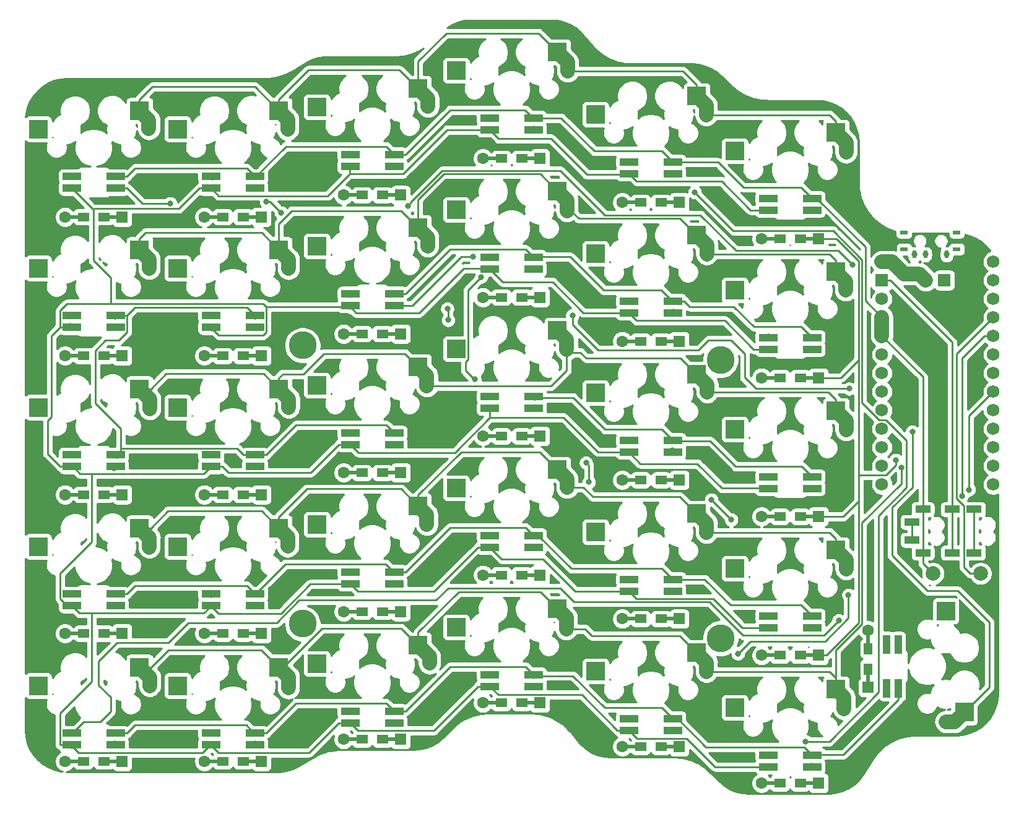
<source format=gbr>
G04 #@! TF.GenerationSoftware,KiCad,Pcbnew,(5.1.4)-1*
G04 #@! TF.CreationDate,2021-04-02T13:50:05-04:00*
G04 #@! TF.ProjectId,splitreus,73706c69-7472-4657-9573-2e6b69636164,1*
G04 #@! TF.SameCoordinates,Original*
G04 #@! TF.FileFunction,Copper,L2,Bot*
G04 #@! TF.FilePolarity,Positive*
%FSLAX46Y46*%
G04 Gerber Fmt 4.6, Leading zero omitted, Abs format (unit mm)*
G04 Created by KiCad (PCBNEW (5.1.4)-1) date 2021-04-02 13:50:05*
%MOMM*%
%LPD*%
G04 APERTURE LIST*
%ADD10R,1.100000X0.600000*%
%ADD11R,1.000000X0.600000*%
%ADD12R,0.600000X1.000000*%
%ADD13C,3.800000*%
%ADD14R,1.000000X2.500000*%
%ADD15R,2.500000X1.000000*%
%ADD16R,2.500000X2.550000*%
%ADD17R,2.550000X2.500000*%
%ADD18C,1.752600*%
%ADD19R,1.752600X1.752600*%
%ADD20O,1.700000X1.700000*%
%ADD21R,1.700000X1.700000*%
%ADD22C,2.000000*%
%ADD23R,2.100000X1.000000*%
%ADD24R,0.500000X2.900000*%
%ADD25R,1.600000X1.600000*%
%ADD26C,1.600000*%
%ADD27R,1.200000X1.600000*%
%ADD28R,2.900000X0.500000*%
%ADD29R,1.600000X1.200000*%
%ADD30C,0.800000*%
%ADD31C,0.250000*%
%ADD32C,2.000000*%
%ADD33C,0.254000*%
G04 APERTURE END LIST*
D10*
X118038000Y-13901000D03*
D11*
X118038000Y-11625000D03*
D10*
X110838000Y-11625000D03*
D11*
X110838000Y-13911000D03*
D12*
X112238000Y-14618000D03*
X113738000Y-14618000D03*
X116638000Y-14618000D03*
D13*
X85725000Y-67175000D03*
X85725000Y-29075000D03*
X28575000Y-65175000D03*
X28575000Y-27075000D03*
D14*
X108450000Y-74000000D03*
X110050000Y-74000000D03*
X108450000Y-68000000D03*
X110050000Y-68000000D03*
D15*
X98250000Y-84750000D03*
X98250000Y-83150000D03*
X92250000Y-84750000D03*
X92250000Y-83150000D03*
X98250000Y-65700000D03*
X98250000Y-64100000D03*
X92250000Y-65700000D03*
X92250000Y-64100000D03*
X98250000Y-46650000D03*
X98250000Y-45050000D03*
X92250000Y-46650000D03*
X92250000Y-45050000D03*
X98250000Y-27600000D03*
X98250000Y-26000000D03*
X92250000Y-27600000D03*
X92250000Y-26000000D03*
X98250000Y-8550000D03*
X98250000Y-6950000D03*
X92250000Y-8550000D03*
X92250000Y-6950000D03*
X79200000Y-79750000D03*
X79200000Y-78150000D03*
X73200000Y-79750000D03*
X73200000Y-78150000D03*
X79200000Y-60700000D03*
X79200000Y-59100000D03*
X73200000Y-60700000D03*
X73200000Y-59100000D03*
X79200000Y-41650000D03*
X79200000Y-40050000D03*
X73200000Y-41650000D03*
X73200000Y-40050000D03*
X79200000Y-22600000D03*
X79200000Y-21000000D03*
X73200000Y-22600000D03*
X73200000Y-21000000D03*
X79200000Y-3550000D03*
X79200000Y-1950000D03*
X73200000Y-3550000D03*
X73200000Y-1950000D03*
X60150000Y-73750000D03*
X60150000Y-72150000D03*
X54150000Y-73750000D03*
X54150000Y-72150000D03*
X60150000Y-54700000D03*
X60150000Y-53100000D03*
X54150000Y-54700000D03*
X54150000Y-53100000D03*
X60150000Y-35650000D03*
X60150000Y-34050000D03*
X54150000Y-35650000D03*
X54150000Y-34050000D03*
X60150000Y-16600000D03*
X60150000Y-15000000D03*
X54150000Y-16600000D03*
X54150000Y-15000000D03*
X60150000Y2450000D03*
X60150000Y4050000D03*
X54150000Y2450000D03*
X54150000Y4050000D03*
X41100000Y-78750000D03*
X41100000Y-77150000D03*
X35100000Y-78750000D03*
X35100000Y-77150000D03*
X41100000Y-59700000D03*
X41100000Y-58100000D03*
X35100000Y-59700000D03*
X35100000Y-58100000D03*
X41100000Y-40650000D03*
X41100000Y-39050000D03*
X35100000Y-40650000D03*
X35100000Y-39050000D03*
X41100000Y-21600000D03*
X41100000Y-20000000D03*
X35100000Y-21600000D03*
X35100000Y-20000000D03*
X41100000Y-2550000D03*
X41100000Y-950000D03*
X35100000Y-2550000D03*
X35100000Y-950000D03*
X22050000Y-81750000D03*
X22050000Y-80150000D03*
X16050000Y-81750000D03*
X16050000Y-80150000D03*
X22050000Y-62700000D03*
X22050000Y-61100000D03*
X16050000Y-62700000D03*
X16050000Y-61100000D03*
X22050000Y-43650000D03*
X22050000Y-42050000D03*
X16050000Y-43650000D03*
X16050000Y-42050000D03*
X22050000Y-24600000D03*
X22050000Y-23000000D03*
X16050000Y-24600000D03*
X16050000Y-23000000D03*
X22050000Y-5550000D03*
X22050000Y-3950000D03*
X16050000Y-5550000D03*
X16050000Y-3950000D03*
X3000000Y-81750000D03*
X3000000Y-80150000D03*
X-3000000Y-81750000D03*
X-3000000Y-80150000D03*
X3000000Y-62700000D03*
X3000000Y-61100000D03*
X-3000000Y-62700000D03*
X-3000000Y-61100000D03*
X3000000Y-43650000D03*
X3000000Y-42050000D03*
X-3000000Y-43650000D03*
X-3000000Y-42050000D03*
X3000000Y-24600000D03*
X3000000Y-23000000D03*
X-3000000Y-24600000D03*
X-3000000Y-23000000D03*
X3000000Y-5550000D03*
X3000000Y-3950000D03*
X-3000000Y-5550000D03*
X-3000000Y-3950000D03*
D16*
X119080000Y-77290000D03*
X116540000Y-63440000D03*
D17*
X101540000Y-55070000D03*
X87690000Y-57610000D03*
X101540000Y-36020000D03*
X87690000Y-38560000D03*
X101540000Y-16970000D03*
X87690000Y-19510000D03*
X101540000Y2080000D03*
X87690000Y-460000D03*
X82490000Y-69120000D03*
X68640000Y-71660000D03*
X82490000Y-50070000D03*
X68640000Y-52610000D03*
X82490000Y-31020000D03*
X68640000Y-33560000D03*
X82490000Y-11970000D03*
X68640000Y-14510000D03*
X82490000Y7080000D03*
X68640000Y4540000D03*
X63440000Y-63120000D03*
X49590000Y-65660000D03*
X63440000Y-44070000D03*
X49590000Y-46610000D03*
X63440000Y-25020000D03*
X49590000Y-27560000D03*
X63440000Y-5970000D03*
X49590000Y-8510000D03*
X63440000Y13080000D03*
X49590000Y10540000D03*
X44390000Y-68120000D03*
X30540000Y-70660000D03*
X44390000Y-49070000D03*
X30540000Y-51610000D03*
X44390000Y-30020000D03*
X30540000Y-32560000D03*
X44390000Y-10970000D03*
X30540000Y-13510000D03*
X44390000Y8080000D03*
X30540000Y5540000D03*
X25340000Y-71120000D03*
X11490000Y-73660000D03*
X25340000Y-52070000D03*
X11490000Y-54610000D03*
X25340000Y-33020000D03*
X11490000Y-35560000D03*
X25340000Y-13970000D03*
X11490000Y-16510000D03*
X25340000Y5080000D03*
X11490000Y2540000D03*
X6290000Y-71120000D03*
X-7560000Y-73660000D03*
X6290000Y-52070000D03*
X-7560000Y-54610000D03*
X6290000Y-33020000D03*
X-7560000Y-35560000D03*
X6290000Y-13970000D03*
X-7560000Y-16510000D03*
X6290000Y5080000D03*
X-7560000Y2540000D03*
X101540000Y-74120000D03*
X87690000Y-76660000D03*
D18*
X123038000Y-18158000D03*
X107798000Y-46098000D03*
X123038000Y-20698000D03*
X123038000Y-23238000D03*
X123038000Y-25778000D03*
X123038000Y-28318000D03*
X123038000Y-30858000D03*
X123038000Y-33398000D03*
X123038000Y-35938000D03*
X123038000Y-38478000D03*
X123038000Y-41018000D03*
X123038000Y-43558000D03*
X123038000Y-46098000D03*
X107798000Y-43558000D03*
X107798000Y-41018000D03*
X107798000Y-38478000D03*
X107798000Y-35938000D03*
X107798000Y-33398000D03*
X107798000Y-30858000D03*
X107798000Y-28318000D03*
X107798000Y-25778000D03*
X107798000Y-23238000D03*
X107798000Y-20698000D03*
D19*
X107798000Y-18158000D03*
D18*
X123038000Y-15618000D03*
X107798000Y-15618000D03*
D20*
X113798000Y-18148000D03*
D21*
X116338000Y-18148000D03*
D22*
X114788000Y-58298000D03*
X121288000Y-58298000D03*
D23*
X113410000Y-49520000D03*
X111910000Y-53720000D03*
X120410000Y-49520000D03*
X117410000Y-49520000D03*
X120410000Y-55470000D03*
X117410000Y-55470000D03*
X113410000Y-55470000D03*
X111910000Y-51270000D03*
D24*
X105928000Y-67538000D03*
D25*
X105928000Y-73888000D03*
D26*
X105928000Y-66088000D03*
D24*
X105928000Y-72488000D03*
D27*
X105928000Y-71388000D03*
X105928000Y-68588000D03*
D28*
X92800000Y-87000000D03*
D25*
X99150000Y-87000000D03*
D26*
X91350000Y-87000000D03*
D28*
X97750000Y-87000000D03*
D29*
X96650000Y-87000000D03*
X93850000Y-87000000D03*
D28*
X92800000Y-69500000D03*
D25*
X99150000Y-69500000D03*
D26*
X91350000Y-69500000D03*
D28*
X97750000Y-69500000D03*
D29*
X96650000Y-69500000D03*
X93850000Y-69500000D03*
D28*
X92800000Y-50500000D03*
D25*
X99150000Y-50500000D03*
D26*
X91350000Y-50500000D03*
D28*
X97750000Y-50500000D03*
D29*
X96650000Y-50500000D03*
X93850000Y-50500000D03*
D28*
X92800000Y-31500000D03*
D25*
X99150000Y-31500000D03*
D26*
X91350000Y-31500000D03*
D28*
X97750000Y-31500000D03*
D29*
X96650000Y-31500000D03*
X93850000Y-31500000D03*
D28*
X92800000Y-12500000D03*
D25*
X99150000Y-12500000D03*
D26*
X91350000Y-12500000D03*
D28*
X97750000Y-12500000D03*
D29*
X96650000Y-12500000D03*
X93850000Y-12500000D03*
D28*
X73750000Y-82000000D03*
D25*
X80100000Y-82000000D03*
D26*
X72300000Y-82000000D03*
D28*
X78700000Y-82000000D03*
D29*
X77600000Y-82000000D03*
X74800000Y-82000000D03*
D28*
X73750000Y-64500000D03*
D25*
X80100000Y-64500000D03*
D26*
X72300000Y-64500000D03*
D28*
X78700000Y-64500000D03*
D29*
X77600000Y-64500000D03*
X74800000Y-64500000D03*
D28*
X73750000Y-45500000D03*
D25*
X80100000Y-45500000D03*
D26*
X72300000Y-45500000D03*
D28*
X78700000Y-45500000D03*
D29*
X77600000Y-45500000D03*
X74800000Y-45500000D03*
D28*
X73750000Y-26500000D03*
D25*
X80100000Y-26500000D03*
D26*
X72300000Y-26500000D03*
D28*
X78700000Y-26500000D03*
D29*
X77600000Y-26500000D03*
X74800000Y-26500000D03*
D28*
X73750000Y-7500000D03*
D25*
X80100000Y-7500000D03*
D26*
X72300000Y-7500000D03*
D28*
X78700000Y-7500000D03*
D29*
X77600000Y-7500000D03*
X74800000Y-7500000D03*
D28*
X54700000Y-76000000D03*
D25*
X61050000Y-76000000D03*
D26*
X53250000Y-76000000D03*
D28*
X59650000Y-76000000D03*
D29*
X58550000Y-76000000D03*
X55750000Y-76000000D03*
D28*
X54700000Y-58500000D03*
D25*
X61050000Y-58500000D03*
D26*
X53250000Y-58500000D03*
D28*
X59650000Y-58500000D03*
D29*
X58550000Y-58500000D03*
X55750000Y-58500000D03*
D28*
X54700000Y-39500000D03*
D25*
X61050000Y-39500000D03*
D26*
X53250000Y-39500000D03*
D28*
X59650000Y-39500000D03*
D29*
X58550000Y-39500000D03*
X55750000Y-39500000D03*
D28*
X54700000Y-20500000D03*
D25*
X61050000Y-20500000D03*
D26*
X53250000Y-20500000D03*
D28*
X59650000Y-20500000D03*
D29*
X58550000Y-20500000D03*
X55750000Y-20500000D03*
D28*
X54700000Y-1500000D03*
D25*
X61050000Y-1500000D03*
D26*
X53250000Y-1500000D03*
D28*
X59650000Y-1500000D03*
D29*
X58550000Y-1500000D03*
X55750000Y-1500000D03*
D28*
X35650000Y-81000000D03*
D25*
X42000000Y-81000000D03*
D26*
X34200000Y-81000000D03*
D28*
X40600000Y-81000000D03*
D29*
X39500000Y-81000000D03*
X36700000Y-81000000D03*
D28*
X35650000Y-63500000D03*
D25*
X42000000Y-63500000D03*
D26*
X34200000Y-63500000D03*
D28*
X40600000Y-63500000D03*
D29*
X39500000Y-63500000D03*
X36700000Y-63500000D03*
D28*
X35650000Y-44500000D03*
D25*
X42000000Y-44500000D03*
D26*
X34200000Y-44500000D03*
D28*
X40600000Y-44500000D03*
D29*
X39500000Y-44500000D03*
X36700000Y-44500000D03*
D28*
X35650000Y-25500000D03*
D25*
X42000000Y-25500000D03*
D26*
X34200000Y-25500000D03*
D28*
X40600000Y-25500000D03*
D29*
X39500000Y-25500000D03*
X36700000Y-25500000D03*
D28*
X35650000Y-6500000D03*
D25*
X42000000Y-6500000D03*
D26*
X34200000Y-6500000D03*
D28*
X40600000Y-6500000D03*
D29*
X39500000Y-6500000D03*
X36700000Y-6500000D03*
D28*
X16600000Y-84000000D03*
D25*
X22950000Y-84000000D03*
D26*
X15150000Y-84000000D03*
D28*
X21550000Y-84000000D03*
D29*
X20450000Y-84000000D03*
X17650000Y-84000000D03*
D28*
X16600000Y-66500000D03*
D25*
X22950000Y-66500000D03*
D26*
X15150000Y-66500000D03*
D28*
X21550000Y-66500000D03*
D29*
X20450000Y-66500000D03*
X17650000Y-66500000D03*
D28*
X16600000Y-47500000D03*
D25*
X22950000Y-47500000D03*
D26*
X15150000Y-47500000D03*
D28*
X21550000Y-47500000D03*
D29*
X20450000Y-47500000D03*
X17650000Y-47500000D03*
D28*
X16600000Y-28500000D03*
D25*
X22950000Y-28500000D03*
D26*
X15150000Y-28500000D03*
D28*
X21550000Y-28500000D03*
D29*
X20450000Y-28500000D03*
X17650000Y-28500000D03*
D28*
X16600000Y-9500000D03*
D25*
X22950000Y-9500000D03*
D26*
X15150000Y-9500000D03*
D28*
X21550000Y-9500000D03*
D29*
X20450000Y-9500000D03*
X17650000Y-9500000D03*
D28*
X-2450000Y-84000000D03*
D25*
X3900000Y-84000000D03*
D26*
X-3900000Y-84000000D03*
D28*
X2500000Y-84000000D03*
D29*
X1400000Y-84000000D03*
X-1400000Y-84000000D03*
D28*
X-2450000Y-66500000D03*
D25*
X3900000Y-66500000D03*
D26*
X-3900000Y-66500000D03*
D28*
X2500000Y-66500000D03*
D29*
X1400000Y-66500000D03*
X-1400000Y-66500000D03*
D28*
X-2450000Y-47500000D03*
D25*
X3900000Y-47500000D03*
D26*
X-3900000Y-47500000D03*
D28*
X2500000Y-47500000D03*
D29*
X1400000Y-47500000D03*
X-1400000Y-47500000D03*
D28*
X-2450000Y-28500000D03*
D25*
X3900000Y-28500000D03*
D26*
X-3900000Y-28500000D03*
D28*
X2500000Y-28500000D03*
D29*
X1400000Y-28500000D03*
X-1400000Y-28500000D03*
D28*
X-2450000Y-9500000D03*
D25*
X3900000Y-9500000D03*
D26*
X-3900000Y-9500000D03*
D28*
X2500000Y-9500000D03*
D29*
X1400000Y-9500000D03*
X-1400000Y-9500000D03*
D30*
X-7412000Y2422000D03*
X-7312000Y-16558000D03*
X-7130900Y-35606900D03*
X-7130900Y-54826900D03*
X-7130900Y-73556900D03*
X11918000Y2512000D03*
X11919100Y-16706900D03*
X11808000Y-35748000D03*
X11918000Y-54818000D03*
X11808000Y-73648000D03*
X30788000Y5642000D03*
X30958000Y-13568000D03*
X30818000Y-32688000D03*
X30908000Y-51518000D03*
X30868000Y-70638000D03*
X50019100Y10513100D03*
X50019100Y-8416900D03*
X50019100Y-27686900D03*
X50019100Y-46666900D03*
X50019100Y-65696900D03*
X69069100Y-14756900D03*
X69069100Y-33676900D03*
X69069100Y-52706900D03*
X69069100Y-71836900D03*
X88119100Y-776900D03*
X88119100Y-19896900D03*
X88119100Y-38926900D03*
X88119100Y-57906900D03*
X88119100Y-76636900D03*
X116387000Y-63869100D03*
X7558000Y2572000D03*
X26538000Y2472000D03*
X45738000Y5642000D03*
X64828000Y10462000D03*
X83778000Y4462000D03*
X102898000Y-638000D03*
X7598000Y-16528000D03*
X26658000Y-16568000D03*
X45708000Y-13468000D03*
X64718000Y-8648000D03*
X83858000Y-14558000D03*
X102868000Y-19498000D03*
X7668000Y-35768000D03*
X26688000Y-35558000D03*
X45568000Y-32628000D03*
X64688000Y-27638000D03*
X83918000Y-33448000D03*
X102898000Y-38648000D03*
X102898000Y-57668000D03*
X83818000Y-52678000D03*
X64738000Y-46508000D03*
X45568000Y-51598000D03*
X26538000Y-54588000D03*
X7618000Y-54688000D03*
X110448000Y-43798000D03*
X7668000Y-73658000D03*
X26638000Y-73968000D03*
X45928000Y-70578000D03*
X64638000Y-65898000D03*
X83818000Y-71708000D03*
X102638000Y-76848000D03*
X111958000Y-38888000D03*
X116538000Y-78578000D03*
X2928000Y-3988000D03*
X2978000Y-23158000D03*
X3238000Y-42158000D03*
X2888000Y-61028000D03*
X2928000Y-80118000D03*
X22018000Y-80248000D03*
X22078000Y-61138000D03*
X22018000Y-42118000D03*
X22078000Y-23178000D03*
X22108000Y-4048000D03*
X41038000Y-1088000D03*
X41038000Y-20038000D03*
X60278000Y-14948000D03*
X60128000Y4052000D03*
X41148000Y-39148000D03*
X60338000Y-34208000D03*
X41058000Y-58128000D03*
X60148000Y-53168000D03*
X41128000Y-77238000D03*
X60208000Y-72298000D03*
X79208000Y-2018000D03*
X98248000Y-7028000D03*
X79098000Y-20978000D03*
X98268000Y-25998000D03*
X98268000Y-45108000D03*
X79208000Y-40188000D03*
X79228000Y-59108000D03*
X98358000Y-64128000D03*
X98398000Y-83088000D03*
X79268000Y-78218000D03*
X110098000Y-73908000D03*
X103228000Y-61238000D03*
X88118000Y-69268000D03*
X103328000Y-32998000D03*
X65488000Y-22958000D03*
X118738000Y-47728000D03*
X-3332000Y-5478000D03*
X-3222000Y-24418000D03*
X-2852000Y-43658000D03*
X-3072000Y-62738000D03*
X-2942000Y-81898000D03*
X16018000Y-81698000D03*
X16038000Y-62738000D03*
X15948000Y-43718000D03*
X16168000Y-24718000D03*
X16148000Y-5638000D03*
X34998000Y-2668000D03*
X35078000Y-21818000D03*
X54108000Y-16578000D03*
X54188000Y2512000D03*
X35128000Y-40668000D03*
X54168000Y-35788000D03*
X35128000Y-59758000D03*
X54208000Y-54728000D03*
X35108000Y-78758000D03*
X54208000Y-73768000D03*
X92508000Y-8588000D03*
X73028000Y-3688000D03*
X73268000Y-22688000D03*
X92268000Y-27668000D03*
X92118000Y-46628000D03*
X73178000Y-41728000D03*
X73098000Y-60748000D03*
X92248000Y-65758000D03*
X92308000Y-84818000D03*
X73228000Y-79798000D03*
X108448000Y-68078000D03*
X109698000Y-42778000D03*
X87208000Y-50938000D03*
X84468000Y-48198000D03*
X103768000Y-16028000D03*
X42968000Y-7998000D03*
X69069100Y4583100D03*
X113738000Y-14618000D03*
X10478400Y-7632800D03*
X2928000Y-5608000D03*
X15908000Y-80118000D03*
X-3052000Y-3968000D03*
X2928000Y-24548000D03*
X-2982000Y-23098000D03*
X2818000Y-43898000D03*
X-3032000Y-42118000D03*
X3078000Y-62658000D03*
X-3092000Y-61118000D03*
X2978000Y-81588000D03*
X119703500Y-46824000D03*
X101883800Y-64728800D03*
X-2832000Y-80228000D03*
X25651600Y-8908800D03*
X23625300Y-7391300D03*
X21848000Y-5638000D03*
X35058000Y-77148000D03*
X22238000Y-24588000D03*
X16208000Y-4078000D03*
X22038000Y-43608000D03*
X16208000Y-22988000D03*
X22208000Y-62698000D03*
X15998000Y-42138000D03*
X22058000Y-81608000D03*
X16038000Y-61208000D03*
X48490800Y-23607100D03*
X48372500Y-22067800D03*
X41208000Y-2488000D03*
X54108000Y-72278000D03*
X51916600Y-14923700D03*
X35018000Y-908000D03*
X40848000Y-21558000D03*
X35078000Y-20148000D03*
X41128000Y-40618000D03*
X34908000Y-39058000D03*
X41148000Y-59688000D03*
X35058000Y-58128000D03*
X41058000Y-78778000D03*
X67730800Y-45796100D03*
X67346100Y-43137100D03*
X60168000Y2552000D03*
X73228000Y-78188000D03*
X60238000Y-16558000D03*
X54038000Y4032000D03*
X53024300Y-17701500D03*
X52106800Y-31726900D03*
X54148000Y-14928000D03*
X60168000Y-35688000D03*
X54148000Y-34098000D03*
X60108000Y-54638000D03*
X53948000Y-53208000D03*
X60148000Y-73688000D03*
X82195600Y-6113100D03*
X97356700Y-81292900D03*
X79208000Y-3598000D03*
X92288000Y-83218000D03*
X73138000Y-2088000D03*
X79288000Y-22488000D03*
X73118000Y-20978000D03*
X79138000Y-41468000D03*
X73098000Y-40058000D03*
X79228000Y-60648000D03*
X73068000Y-59108000D03*
X79268000Y-79818000D03*
X98268000Y-8518000D03*
X92398000Y-6958000D03*
X98248000Y-27628000D03*
X92248000Y-25898000D03*
X98178000Y-46628000D03*
X92118000Y-45178000D03*
X98268000Y-65778000D03*
X92178000Y-64088000D03*
X98208000Y-84648000D03*
X108538000Y-73988000D03*
X110058000Y-68208000D03*
X112228000Y-14608000D03*
X116638000Y-14618000D03*
D31*
X-2450000Y-9500000D02*
X-3900000Y-9500000D01*
X-1400000Y-9500000D02*
X-2450000Y-9500000D01*
X-7412000Y2422000D02*
X-7442000Y2422000D01*
X-7442000Y2422000D02*
X-7560000Y2540000D01*
X-2450000Y-28500000D02*
X-3900000Y-28500000D01*
X-1400000Y-28500000D02*
X-2450000Y-28500000D01*
X-7312000Y-16558000D02*
X-7512000Y-16558000D01*
X-7512000Y-16558000D02*
X-7560000Y-16510000D01*
X-2450000Y-47500000D02*
X-3900000Y-47500000D01*
X-1400000Y-47500000D02*
X-2450000Y-47500000D01*
X-7130900Y-35606900D02*
X-7513100Y-35606900D01*
X-7513100Y-35606900D02*
X-7560000Y-35560000D01*
X-2450000Y-66500000D02*
X-3900000Y-66500000D01*
X-1400000Y-66500000D02*
X-2450000Y-66500000D01*
X-7130900Y-54826900D02*
X-7343100Y-54826900D01*
X-7343100Y-54826900D02*
X-7560000Y-54610000D01*
X-2450000Y-84000000D02*
X-3900000Y-84000000D01*
X-1400000Y-84000000D02*
X-2450000Y-84000000D01*
X-7130900Y-73556900D02*
X-7456900Y-73556900D01*
X-7456900Y-73556900D02*
X-7560000Y-73660000D01*
X16600000Y-9500000D02*
X15150000Y-9500000D01*
X17650000Y-9500000D02*
X16600000Y-9500000D01*
X11918000Y2512000D02*
X11518000Y2512000D01*
X11518000Y2512000D02*
X11490000Y2540000D01*
X16600000Y-28500000D02*
X15150000Y-28500000D01*
X17650000Y-28500000D02*
X16600000Y-28500000D01*
X11919100Y-16706900D02*
X11686900Y-16706900D01*
X11686900Y-16706900D02*
X11490000Y-16510000D01*
X16600000Y-47500000D02*
X15150000Y-47500000D01*
X17650000Y-47500000D02*
X16600000Y-47500000D01*
X11808000Y-35748000D02*
X11678000Y-35748000D01*
X11678000Y-35748000D02*
X11490000Y-35560000D01*
X16600000Y-66500000D02*
X15150000Y-66500000D01*
X17650000Y-66500000D02*
X16600000Y-66500000D01*
X11918000Y-54818000D02*
X11698000Y-54818000D01*
X11698000Y-54818000D02*
X11490000Y-54610000D01*
X16600000Y-84000000D02*
X15150000Y-84000000D01*
X17650000Y-84000000D02*
X16600000Y-84000000D01*
X11808000Y-73648000D02*
X11502000Y-73648000D01*
X11502000Y-73648000D02*
X11490000Y-73660000D01*
X30788000Y5642000D02*
X30642000Y5642000D01*
X30642000Y5642000D02*
X30540000Y5540000D01*
X35650000Y-6500000D02*
X34200000Y-6500000D01*
X36700000Y-6500000D02*
X35650000Y-6500000D01*
X35650000Y-25500000D02*
X34200000Y-25500000D01*
X36700000Y-25500000D02*
X35650000Y-25500000D01*
X30958000Y-13568000D02*
X30598000Y-13568000D01*
X30598000Y-13568000D02*
X30540000Y-13510000D01*
X35650000Y-44500000D02*
X34200000Y-44500000D01*
X36700000Y-44500000D02*
X35650000Y-44500000D01*
X30818000Y-32688000D02*
X30668000Y-32688000D01*
X30668000Y-32688000D02*
X30540000Y-32560000D01*
X35650000Y-63500000D02*
X34200000Y-63500000D01*
X36700000Y-63500000D02*
X35650000Y-63500000D01*
X30908000Y-51518000D02*
X30632000Y-51518000D01*
X30632000Y-51518000D02*
X30540000Y-51610000D01*
X35650000Y-81000000D02*
X34200000Y-81000000D01*
X36700000Y-81000000D02*
X35650000Y-81000000D01*
X30868000Y-70638000D02*
X30562000Y-70638000D01*
X30562000Y-70638000D02*
X30540000Y-70660000D01*
X54700000Y-1500000D02*
X53250000Y-1500000D01*
X55750000Y-1500000D02*
X54700000Y-1500000D01*
X50019100Y10513100D02*
X49616900Y10513100D01*
X49616900Y10513100D02*
X49590000Y10540000D01*
X54700000Y-20500000D02*
X53250000Y-20500000D01*
X55750000Y-20500000D02*
X54700000Y-20500000D01*
X50019100Y-8416900D02*
X49683100Y-8416900D01*
X49683100Y-8416900D02*
X49590000Y-8510000D01*
X54700000Y-39500000D02*
X53250000Y-39500000D01*
X55750000Y-39500000D02*
X54700000Y-39500000D01*
X50019100Y-27686900D02*
X49716900Y-27686900D01*
X49716900Y-27686900D02*
X49590000Y-27560000D01*
X54700000Y-58500000D02*
X53250000Y-58500000D01*
X55750000Y-58500000D02*
X54700000Y-58500000D01*
X50019100Y-46666900D02*
X49646900Y-46666900D01*
X49646900Y-46666900D02*
X49590000Y-46610000D01*
X50019100Y-65696900D02*
X49626900Y-65696900D01*
X49626900Y-65696900D02*
X49590000Y-65660000D01*
X54700000Y-76000000D02*
X53250000Y-76000000D01*
X55750000Y-76000000D02*
X54700000Y-76000000D01*
X73750000Y-26500000D02*
X72300000Y-26500000D01*
X74800000Y-26500000D02*
X73750000Y-26500000D01*
X69069100Y-14756900D02*
X68886900Y-14756900D01*
X68886900Y-14756900D02*
X68640000Y-14510000D01*
X73750000Y-45500000D02*
X72300000Y-45500000D01*
X74800000Y-45500000D02*
X73750000Y-45500000D01*
X69069100Y-33676900D02*
X68756900Y-33676900D01*
X68756900Y-33676900D02*
X68640000Y-33560000D01*
X73750000Y-64500000D02*
X72300000Y-64500000D01*
X74800000Y-64500000D02*
X73750000Y-64500000D01*
X69069100Y-52706900D02*
X68736900Y-52706900D01*
X68736900Y-52706900D02*
X68640000Y-52610000D01*
X73750000Y-82000000D02*
X72300000Y-82000000D01*
X74800000Y-82000000D02*
X73750000Y-82000000D01*
X69069100Y-71836900D02*
X68816900Y-71836900D01*
X68816900Y-71836900D02*
X68640000Y-71660000D01*
X92800000Y-12500000D02*
X91350000Y-12500000D01*
X93850000Y-12500000D02*
X92800000Y-12500000D01*
X88119100Y-776900D02*
X88006900Y-776900D01*
X88006900Y-776900D02*
X87690000Y-460000D01*
X92800000Y-31500000D02*
X91350000Y-31500000D01*
X93850000Y-31500000D02*
X92800000Y-31500000D01*
X88119100Y-19896900D02*
X88076900Y-19896900D01*
X88076900Y-19896900D02*
X87690000Y-19510000D01*
X92800000Y-50500000D02*
X91350000Y-50500000D01*
X93850000Y-50500000D02*
X92800000Y-50500000D01*
X88119100Y-38926900D02*
X88056900Y-38926900D01*
X88056900Y-38926900D02*
X87690000Y-38560000D01*
X92800000Y-69500000D02*
X91350000Y-69500000D01*
X93850000Y-69500000D02*
X92800000Y-69500000D01*
X88119100Y-57906900D02*
X87986900Y-57906900D01*
X87986900Y-57906900D02*
X87690000Y-57610000D01*
X92800000Y-87000000D02*
X91350000Y-87000000D01*
X93850000Y-87000000D02*
X92800000Y-87000000D01*
X88119100Y-76636900D02*
X87713100Y-76636900D01*
X87713100Y-76636900D02*
X87690000Y-76660000D01*
X105928000Y-67538000D02*
X105928000Y-66088000D01*
X105928000Y-68588000D02*
X105928000Y-67538000D01*
X116387000Y-63869100D02*
X116540000Y-63716100D01*
X116540000Y-63716100D02*
X116540000Y-63440000D01*
X6290000Y5424000D02*
X6290000Y6580000D01*
X6290000Y6580000D02*
X8042000Y8332000D01*
X8042000Y8332000D02*
X22063000Y8332000D01*
X22063000Y8332000D02*
X25315000Y5080000D01*
X25315000Y5080000D02*
X25340000Y5080000D01*
X6290000Y5080000D02*
X6290000Y5424000D01*
D32*
X7558000Y2572000D02*
X7558000Y3812000D01*
X7558000Y3812000D02*
X6290000Y5080000D01*
X26538000Y2472000D02*
X26538000Y3882000D01*
X26538000Y3882000D02*
X25340000Y5080000D01*
X45738000Y5642000D02*
X45738000Y6732000D01*
X45738000Y6732000D02*
X44390000Y8080000D01*
X64828000Y10462000D02*
X64828000Y11692000D01*
X64828000Y11692000D02*
X63440000Y13080000D01*
X83778000Y4462000D02*
X83778000Y5792000D01*
X83778000Y5792000D02*
X82490000Y7080000D01*
X102898000Y-638000D02*
X102898000Y722000D01*
X102898000Y722000D02*
X101540000Y2080000D01*
D31*
X83778000Y4462000D02*
X100658000Y4462000D01*
X100658000Y4462000D02*
X101540000Y3580000D01*
X101540000Y3580000D02*
X101540000Y2080000D01*
X82490000Y7080000D02*
X82490000Y8580000D01*
X82490000Y8580000D02*
X80608000Y10462000D01*
X80608000Y10462000D02*
X64828000Y10462000D01*
X44390000Y8080000D02*
X44390000Y11834000D01*
X44390000Y11834000D02*
X48218000Y15662000D01*
X48218000Y15662000D02*
X60833000Y15662000D01*
X60833000Y15662000D02*
X63415000Y13080000D01*
X63415000Y13080000D02*
X63440000Y13080000D01*
X25340000Y5080000D02*
X25340000Y6580000D01*
X25340000Y6580000D02*
X29362000Y10602000D01*
X29362000Y10602000D02*
X41843000Y10602000D01*
X41843000Y10602000D02*
X44365000Y8080000D01*
X44365000Y8080000D02*
X44390000Y8080000D01*
D32*
X6290000Y5080000D02*
X6290000Y5424000D01*
X102868000Y-19498000D02*
X102868000Y-18298000D01*
X102868000Y-18298000D02*
X101540000Y-16970000D01*
X83858000Y-14558000D02*
X83858000Y-13338000D01*
X83858000Y-13338000D02*
X82490000Y-11970000D01*
X64718000Y-8648000D02*
X64718000Y-7248000D01*
X64718000Y-7248000D02*
X63440000Y-5970000D01*
X45708000Y-13468000D02*
X45708000Y-12288000D01*
X45708000Y-12288000D02*
X44390000Y-10970000D01*
X26658000Y-16568000D02*
X26658000Y-15288000D01*
X26658000Y-15288000D02*
X25340000Y-13970000D01*
X7598000Y-16528000D02*
X7598000Y-15278000D01*
X7598000Y-15278000D02*
X6290000Y-13970000D01*
D31*
X83858000Y-14558000D02*
X100628000Y-14558000D01*
X100628000Y-14558000D02*
X101540000Y-15470000D01*
X101540000Y-15470000D02*
X101540000Y-16970000D01*
X64718000Y-8648000D02*
X65283700Y-8648000D01*
X65283700Y-8648000D02*
X66333700Y-9698000D01*
X66333700Y-9698000D02*
X80193000Y-9698000D01*
X80193000Y-9698000D02*
X82465000Y-11970000D01*
X82465000Y-11970000D02*
X82490000Y-11970000D01*
X44390000Y-10970000D02*
X44390000Y-7116000D01*
X44390000Y-7116000D02*
X47878000Y-3628000D01*
X47878000Y-3628000D02*
X61073000Y-3628000D01*
X61073000Y-3628000D02*
X63415000Y-5970000D01*
X63415000Y-5970000D02*
X63440000Y-5970000D01*
X25340000Y-13970000D02*
X25340000Y-10426000D01*
X25340000Y-10426000D02*
X27118000Y-8648000D01*
X27118000Y-8648000D02*
X42043000Y-8648000D01*
X42043000Y-8648000D02*
X44365000Y-10970000D01*
X44365000Y-10970000D02*
X44390000Y-10970000D01*
X6290000Y-13970000D02*
X6290000Y-12470000D01*
X6290000Y-12470000D02*
X7132000Y-11628000D01*
X7132000Y-11628000D02*
X22973000Y-11628000D01*
X22973000Y-11628000D02*
X25315000Y-13970000D01*
X25315000Y-13970000D02*
X25340000Y-13970000D01*
X25340000Y-33020000D02*
X25340000Y-31520000D01*
X25340000Y-31520000D02*
X25875000Y-30985000D01*
X25875000Y-30985000D02*
X28701000Y-30985000D01*
X28701000Y-30985000D02*
X31491000Y-28195000D01*
X31491000Y-28195000D02*
X42540000Y-28195000D01*
X42540000Y-28195000D02*
X44365000Y-30020000D01*
X44365000Y-30020000D02*
X44390000Y-30020000D01*
D32*
X102898000Y-38648000D02*
X102898000Y-37378000D01*
X102898000Y-37378000D02*
X101540000Y-36020000D01*
X83918000Y-33448000D02*
X83918000Y-32448000D01*
X83918000Y-32448000D02*
X82490000Y-31020000D01*
X64688000Y-27638000D02*
X64688000Y-26268000D01*
X64688000Y-26268000D02*
X63440000Y-25020000D01*
X45568000Y-32628000D02*
X45568000Y-31198000D01*
X45568000Y-31198000D02*
X44390000Y-30020000D01*
X26688000Y-35558000D02*
X26688000Y-34368000D01*
X26688000Y-34368000D02*
X25340000Y-33020000D01*
X7668000Y-35768000D02*
X7668000Y-34398000D01*
X7668000Y-34398000D02*
X6290000Y-33020000D01*
D31*
X83918000Y-33448000D02*
X100468000Y-33448000D01*
X100468000Y-33448000D02*
X101540000Y-34520000D01*
X101540000Y-34520000D02*
X101540000Y-36020000D01*
X64688000Y-27638000D02*
X65088000Y-28038000D01*
X65088000Y-28038000D02*
X66558000Y-28038000D01*
X66558000Y-28038000D02*
X67338000Y-28818000D01*
X67338000Y-28818000D02*
X80263000Y-28818000D01*
X80263000Y-28818000D02*
X82465000Y-31020000D01*
X82465000Y-31020000D02*
X82490000Y-31020000D01*
X45568000Y-32628000D02*
X62568000Y-32628000D01*
X62568000Y-32628000D02*
X64688000Y-30508000D01*
X64688000Y-30508000D02*
X64688000Y-27638000D01*
X6290000Y-33020000D02*
X7815000Y-33020000D01*
X7815000Y-33020000D02*
X9877000Y-30958000D01*
X9877000Y-30958000D02*
X23253000Y-30958000D01*
X23253000Y-30958000D02*
X25315000Y-33020000D01*
X25315000Y-33020000D02*
X25340000Y-33020000D01*
D32*
X102898000Y-57668000D02*
X102898000Y-56428000D01*
X102898000Y-56428000D02*
X101540000Y-55070000D01*
X83818000Y-52678000D02*
X83818000Y-51398000D01*
X83818000Y-51398000D02*
X82490000Y-50070000D01*
X64738000Y-46508000D02*
X64738000Y-45368000D01*
X64738000Y-45368000D02*
X63440000Y-44070000D01*
X45568000Y-51598000D02*
X45568000Y-50248000D01*
X45568000Y-50248000D02*
X44390000Y-49070000D01*
X26538000Y-54588000D02*
X26538000Y-53268000D01*
X26538000Y-53268000D02*
X25340000Y-52070000D01*
X7618000Y-54688000D02*
X7618000Y-53398000D01*
X7618000Y-53398000D02*
X6290000Y-52070000D01*
D31*
X83818000Y-52678000D02*
X100648000Y-52678000D01*
X100648000Y-52678000D02*
X101540000Y-53570000D01*
X101540000Y-53570000D02*
X101540000Y-55070000D01*
X64738000Y-46508000D02*
X66988000Y-46508000D01*
X66988000Y-46508000D02*
X68278000Y-47798000D01*
X68278000Y-47798000D02*
X80193000Y-47798000D01*
X80193000Y-47798000D02*
X82465000Y-50070000D01*
X82465000Y-50070000D02*
X82490000Y-50070000D01*
X44390000Y-49070000D02*
X44390000Y-47570000D01*
X44390000Y-47570000D02*
X50292000Y-41668000D01*
X50292000Y-41668000D02*
X61013000Y-41668000D01*
X61013000Y-41668000D02*
X63415000Y-44070000D01*
X63415000Y-44070000D02*
X63440000Y-44070000D01*
X25340000Y-52070000D02*
X25340000Y-50570000D01*
X25340000Y-50570000D02*
X29182000Y-46728000D01*
X29182000Y-46728000D02*
X42023000Y-46728000D01*
X42023000Y-46728000D02*
X44365000Y-49070000D01*
X44365000Y-49070000D02*
X44390000Y-49070000D01*
X6290000Y-52070000D02*
X7815000Y-52070000D01*
X7815000Y-52070000D02*
X10157000Y-49728000D01*
X10157000Y-49728000D02*
X22973000Y-49728000D01*
X22973000Y-49728000D02*
X25315000Y-52070000D01*
X25315000Y-52070000D02*
X25340000Y-52070000D01*
X101540000Y-72620000D02*
X101540000Y-68796400D01*
X101540000Y-68796400D02*
X105088000Y-65248400D01*
X105088000Y-65248400D02*
X105088000Y-51358000D01*
X105088000Y-51358000D02*
X110448000Y-45998000D01*
X110448000Y-45998000D02*
X110448000Y-43798000D01*
X101540000Y-74120000D02*
X101540000Y-72620000D01*
X25365000Y-71120000D02*
X25923000Y-71120000D01*
X25923000Y-71120000D02*
X31255000Y-65788000D01*
X31255000Y-65788000D02*
X42033000Y-65788000D01*
X42033000Y-65788000D02*
X44365000Y-68120000D01*
X44365000Y-68120000D02*
X44390000Y-68120000D01*
X25340000Y-71120000D02*
X25365000Y-71120000D01*
D32*
X7668000Y-73658000D02*
X7668000Y-72498000D01*
X7668000Y-72498000D02*
X6290000Y-71120000D01*
X26638000Y-73968000D02*
X26638000Y-72418000D01*
X26638000Y-72418000D02*
X25340000Y-71120000D01*
X45928000Y-70578000D02*
X45928000Y-69658000D01*
X45928000Y-69658000D02*
X44390000Y-68120000D01*
X64638000Y-65898000D02*
X64638000Y-64318000D01*
X64638000Y-64318000D02*
X63440000Y-63120000D01*
X83818000Y-71708000D02*
X83818000Y-70448000D01*
X83818000Y-70448000D02*
X82490000Y-69120000D01*
X102638000Y-76848000D02*
X102638000Y-75218000D01*
X102638000Y-75218000D02*
X101540000Y-74120000D01*
D31*
X83818000Y-71708000D02*
X100628000Y-71708000D01*
X100628000Y-71708000D02*
X101540000Y-72620000D01*
X101540000Y-72620000D02*
X101540000Y-74120000D01*
X64638000Y-65898000D02*
X67218000Y-65898000D01*
X67218000Y-65898000D02*
X68138000Y-66818000D01*
X68138000Y-66818000D02*
X80163000Y-66818000D01*
X80163000Y-66818000D02*
X82465000Y-69120000D01*
X82465000Y-69120000D02*
X82490000Y-69120000D01*
X44390000Y-68120000D02*
X44390000Y-66366000D01*
X44390000Y-66366000D02*
X49938000Y-60818000D01*
X49938000Y-60818000D02*
X61113000Y-60818000D01*
X61113000Y-60818000D02*
X63415000Y-63120000D01*
X63415000Y-63120000D02*
X63440000Y-63120000D01*
X25340000Y-71120000D02*
X25365000Y-71120000D01*
X6290000Y-71120000D02*
X7815000Y-71120000D01*
X7815000Y-71120000D02*
X10187000Y-68748000D01*
X10187000Y-68748000D02*
X22943000Y-68748000D01*
X22943000Y-68748000D02*
X25315000Y-71120000D01*
X25315000Y-71120000D02*
X25340000Y-71120000D01*
X119080000Y-77290000D02*
X119080000Y-77265000D01*
X119080000Y-77265000D02*
X122468000Y-73877000D01*
X122468000Y-73877000D02*
X122468000Y-64938000D01*
X122468000Y-64938000D02*
X118178000Y-60648000D01*
X118178000Y-60648000D02*
X113998000Y-60648000D01*
X113998000Y-60648000D02*
X109188000Y-55838000D01*
X109188000Y-55838000D02*
X109188000Y-49258000D01*
X109188000Y-49258000D02*
X111958000Y-46488000D01*
X111958000Y-46488000D02*
X111958000Y-38888000D01*
D32*
X116538000Y-78578000D02*
X117792000Y-78578000D01*
X117792000Y-78578000D02*
X119080000Y-77290000D01*
D31*
X1400000Y-84000000D02*
X2500000Y-84000000D01*
X3900000Y-84000000D02*
X2500000Y-84000000D01*
X1400000Y-66500000D02*
X2500000Y-66500000D01*
X3900000Y-66500000D02*
X2500000Y-66500000D01*
X1400000Y-47500000D02*
X2500000Y-47500000D01*
X3900000Y-47500000D02*
X2500000Y-47500000D01*
X1400000Y-28500000D02*
X2500000Y-28500000D01*
X3900000Y-28500000D02*
X2500000Y-28500000D01*
X1400000Y-9500000D02*
X2500000Y-9500000D01*
X3900000Y-9500000D02*
X2500000Y-9500000D01*
X117410000Y-49520000D02*
X117410000Y-55470000D01*
X107798000Y-18158000D02*
X108924000Y-18158000D01*
X108924000Y-18158000D02*
X117410000Y-26643700D01*
X117410000Y-26643700D02*
X117410000Y-49520000D01*
X3238000Y-42050000D02*
X3683500Y-41604500D01*
X3683500Y-41604500D02*
X3683500Y-41224700D01*
X3238000Y-42158000D02*
X3238000Y-42050000D01*
X3238000Y-42050000D02*
X3000000Y-42050000D01*
X3683500Y-41224700D02*
X3683500Y-38484500D01*
X3683500Y-38484500D02*
X237700Y-35038700D01*
X237700Y-35038700D02*
X237700Y-27777800D01*
X237700Y-27777800D02*
X1615500Y-26400000D01*
X1615500Y-26400000D02*
X3450400Y-26400000D01*
X3450400Y-26400000D02*
X4575300Y-25275100D01*
X4575300Y-25275100D02*
X4575300Y-23000000D01*
X3683500Y-41224700D02*
X19649400Y-41224700D01*
X19649400Y-41224700D02*
X20474700Y-42050000D01*
X3000000Y-23000000D02*
X4575300Y-23000000D01*
X4575300Y-23000000D02*
X5669600Y-21905700D01*
X5669600Y-21905700D02*
X20955700Y-21905700D01*
X20955700Y-21905700D02*
X22050000Y-23000000D01*
X2978000Y-23158000D02*
X2978000Y-23022000D01*
X2978000Y-23022000D02*
X3000000Y-23000000D01*
X22050000Y-42050000D02*
X20474700Y-42050000D01*
X110050000Y-74000000D02*
X110050000Y-75575300D01*
X98398000Y-83088000D02*
X102537300Y-83088000D01*
X102537300Y-83088000D02*
X110050000Y-75575300D01*
X98250000Y-83150000D02*
X98312000Y-83088000D01*
X98312000Y-83088000D02*
X98398000Y-83088000D01*
X110098000Y-73908000D02*
X110050000Y-73956000D01*
X110050000Y-73956000D02*
X110050000Y-74000000D01*
X98250000Y-26000000D02*
X96763800Y-24513800D01*
X96763800Y-24513800D02*
X90281300Y-24513800D01*
X90281300Y-24513800D02*
X87530100Y-21762600D01*
X87530100Y-21762600D02*
X81537900Y-21762600D01*
X81537900Y-21762600D02*
X80775300Y-21000000D01*
X98268000Y-25998000D02*
X98252000Y-25998000D01*
X98252000Y-25998000D02*
X98250000Y-26000000D01*
X79200000Y-21000000D02*
X80775300Y-21000000D01*
X60150000Y-15000000D02*
X59078500Y-13928500D01*
X59078500Y-13928500D02*
X48746800Y-13928500D01*
X48746800Y-13928500D02*
X42675300Y-20000000D01*
X41100000Y-20000000D02*
X42675300Y-20000000D01*
X60150000Y-15000000D02*
X60202000Y-14948000D01*
X60202000Y-14948000D02*
X60278000Y-14948000D01*
X60150000Y-53166000D02*
X60150000Y-53100000D01*
X60148000Y-53168000D02*
X60150000Y-53166000D01*
X60150000Y-53166000D02*
X60895100Y-53166000D01*
X60895100Y-53166000D02*
X65357300Y-57628200D01*
X65357300Y-57628200D02*
X77728200Y-57628200D01*
X77728200Y-57628200D02*
X79200000Y-59100000D01*
X41100000Y-58100000D02*
X42675300Y-58100000D01*
X42675300Y-58100000D02*
X48735400Y-52039900D01*
X48735400Y-52039900D02*
X59089900Y-52039900D01*
X59089900Y-52039900D02*
X60150000Y-53100000D01*
X41058000Y-58128000D02*
X41072000Y-58128000D01*
X41072000Y-58128000D02*
X41100000Y-58100000D01*
X22078000Y-61138000D02*
X26227800Y-56988200D01*
X26227800Y-56988200D02*
X39918200Y-56988200D01*
X39918200Y-56988200D02*
X41058000Y-58128000D01*
X22078000Y-61138000D02*
X22050000Y-61110000D01*
X22050000Y-61110000D02*
X22050000Y-61100000D01*
X22078000Y-23178000D02*
X22078000Y-23028000D01*
X22078000Y-23028000D02*
X22050000Y-23000000D01*
X22018000Y-42118000D02*
X22018000Y-42082000D01*
X22018000Y-42082000D02*
X22050000Y-42050000D01*
X79268000Y-78218000D02*
X79921100Y-78218000D01*
X79921100Y-78218000D02*
X83744700Y-82041600D01*
X83744700Y-82041600D02*
X97141600Y-82041600D01*
X97141600Y-82041600D02*
X98250000Y-83150000D01*
X79200000Y-78150000D02*
X79268000Y-78218000D01*
X79208000Y-40188000D02*
X79208000Y-40058000D01*
X79208000Y-40058000D02*
X79200000Y-40050000D01*
X98250000Y-45050000D02*
X96868100Y-43668100D01*
X96868100Y-43668100D02*
X87810100Y-43668100D01*
X87810100Y-43668100D02*
X84330000Y-40188000D01*
X84330000Y-40188000D02*
X79208000Y-40188000D01*
X60338000Y-34208000D02*
X65565700Y-34208000D01*
X65565700Y-34208000D02*
X69937800Y-38580100D01*
X69937800Y-38580100D02*
X77730100Y-38580100D01*
X77730100Y-38580100D02*
X79200000Y-40050000D01*
X60208000Y-72298000D02*
X60208000Y-72208000D01*
X60208000Y-72208000D02*
X60150000Y-72150000D01*
X79200000Y-78150000D02*
X77725100Y-76675100D01*
X77725100Y-76675100D02*
X69888700Y-76675100D01*
X69888700Y-76675100D02*
X65511600Y-72298000D01*
X65511600Y-72298000D02*
X60208000Y-72298000D01*
X22050000Y-80150000D02*
X23625300Y-80150000D01*
X23625300Y-80150000D02*
X27685400Y-76089900D01*
X27685400Y-76089900D02*
X40039900Y-76089900D01*
X40039900Y-76089900D02*
X41100000Y-77150000D01*
X22018000Y-80182000D02*
X22050000Y-80150000D01*
X41100000Y-77150000D02*
X42675300Y-77150000D01*
X60150000Y-72150000D02*
X59064200Y-71064200D01*
X59064200Y-71064200D02*
X48761100Y-71064200D01*
X48761100Y-71064200D02*
X42675300Y-77150000D01*
X22108000Y-4008000D02*
X22108000Y-4048000D01*
X22050000Y-3950000D02*
X22108000Y-4008000D01*
X22108000Y-4008000D02*
X26277800Y161800D01*
X26277800Y161800D02*
X39988200Y161800D01*
X39988200Y161800D02*
X41100000Y-950000D01*
X4575300Y-3950000D02*
X5677100Y-2848200D01*
X5677100Y-2848200D02*
X20948200Y-2848200D01*
X20948200Y-2848200D02*
X22050000Y-3950000D01*
X60128000Y4052000D02*
X59021400Y5158600D01*
X59021400Y5158600D02*
X48783900Y5158600D01*
X48783900Y5158600D02*
X42675300Y-950000D01*
X60128000Y4052000D02*
X60148000Y4052000D01*
X60148000Y4052000D02*
X60150000Y4050000D01*
X41100000Y-950000D02*
X42675300Y-950000D01*
X41100000Y-20000000D02*
X41076000Y-20000000D01*
X41076000Y-20000000D02*
X41038000Y-20038000D01*
X4575300Y-61100000D02*
X5684000Y-59991300D01*
X5684000Y-59991300D02*
X20941300Y-59991300D01*
X20941300Y-59991300D02*
X22050000Y-61100000D01*
X2928000Y-80118000D02*
X2968000Y-80118000D01*
X2968000Y-80118000D02*
X3000000Y-80150000D01*
X22018000Y-80248000D02*
X22018000Y-80182000D01*
X22018000Y-80182000D02*
X20876400Y-79040400D01*
X20876400Y-79040400D02*
X5684900Y-79040400D01*
X5684900Y-79040400D02*
X4575300Y-80150000D01*
X3000000Y-80150000D02*
X4575300Y-80150000D01*
X60150000Y-34050000D02*
X60308000Y-34208000D01*
X60308000Y-34208000D02*
X60338000Y-34208000D01*
X98250000Y-64100000D02*
X96779400Y-62629400D01*
X96779400Y-62629400D02*
X87095900Y-62629400D01*
X87095900Y-62629400D02*
X83574500Y-59108000D01*
X83574500Y-59108000D02*
X79228000Y-59108000D01*
X98358000Y-64128000D02*
X98278000Y-64128000D01*
X98278000Y-64128000D02*
X98250000Y-64100000D01*
X98268000Y-45108000D02*
X98268000Y-45068000D01*
X98268000Y-45068000D02*
X98250000Y-45050000D01*
X98248000Y-6952000D02*
X98248000Y-7028000D01*
X98250000Y-6950000D02*
X98248000Y-6952000D01*
X98248000Y-6952000D02*
X96773500Y-5477500D01*
X96773500Y-5477500D02*
X88842500Y-5477500D01*
X88842500Y-5477500D02*
X85383000Y-2018000D01*
X85383000Y-2018000D02*
X79208000Y-2018000D01*
X79228000Y-59108000D02*
X79208000Y-59108000D01*
X79208000Y-59108000D02*
X79200000Y-59100000D01*
X79098000Y-20978000D02*
X79178000Y-20978000D01*
X79178000Y-20978000D02*
X79200000Y-21000000D01*
X79208000Y-2018000D02*
X79200000Y-2010000D01*
X79200000Y-2010000D02*
X79200000Y-1950000D01*
X107798000Y-23238000D02*
X105539900Y-20979900D01*
X105539900Y-20979900D02*
X105539900Y-13573700D01*
X105539900Y-13573700D02*
X98994200Y-7028000D01*
X98994200Y-7028000D02*
X98248000Y-7028000D01*
X60150000Y4050000D02*
X63947100Y4050000D01*
X63947100Y4050000D02*
X68477200Y-480100D01*
X68477200Y-480100D02*
X77730100Y-480100D01*
X77730100Y-480100D02*
X79200000Y-1950000D01*
X60278000Y-14948000D02*
X65170200Y-14948000D01*
X65170200Y-14948000D02*
X69752300Y-19530100D01*
X69752300Y-19530100D02*
X77650100Y-19530100D01*
X77650100Y-19530100D02*
X79098000Y-20978000D01*
X41128000Y-77238000D02*
X41100000Y-77210000D01*
X41100000Y-77210000D02*
X41100000Y-77150000D01*
X41148000Y-39148000D02*
X41100000Y-39100000D01*
X41100000Y-39100000D02*
X41100000Y-39050000D01*
X23625300Y-42050000D02*
X27698600Y-37976700D01*
X27698600Y-37976700D02*
X40026700Y-37976700D01*
X40026700Y-37976700D02*
X41100000Y-39050000D01*
X41038000Y-1088000D02*
X41100000Y-1026000D01*
X41100000Y-1026000D02*
X41100000Y-950000D01*
X22050000Y-42050000D02*
X23625300Y-42050000D01*
X3000000Y-61100000D02*
X4575300Y-61100000D01*
X2888000Y-61028000D02*
X2928000Y-61028000D01*
X2928000Y-61028000D02*
X3000000Y-61100000D01*
X3000000Y-3950000D02*
X4575300Y-3950000D01*
X2928000Y-3988000D02*
X2962000Y-3988000D01*
X2962000Y-3988000D02*
X3000000Y-3950000D01*
D32*
X107798000Y-23238000D02*
X107798000Y-25778000D01*
D31*
X113410000Y-55470000D02*
X113410000Y-56920000D01*
X113410000Y-56920000D02*
X114788000Y-58298000D01*
X113410000Y-49520000D02*
X113410000Y-55470000D01*
X107798000Y-25778000D02*
X113410000Y-31390000D01*
X113410000Y-31390000D02*
X113410000Y-49520000D01*
X77600000Y-82000000D02*
X78700000Y-82000000D01*
X80100000Y-82000000D02*
X78700000Y-82000000D01*
X77600000Y-64500000D02*
X78700000Y-64500000D01*
X80100000Y-64500000D02*
X78700000Y-64500000D01*
X77600000Y-45500000D02*
X78700000Y-45500000D01*
X80100000Y-45500000D02*
X78700000Y-45500000D01*
X77600000Y-26500000D02*
X78700000Y-26500000D01*
X80100000Y-26500000D02*
X78700000Y-26500000D01*
X77600000Y-7500000D02*
X78700000Y-7500000D01*
X80100000Y-7500000D02*
X78700000Y-7500000D01*
X103228000Y-61238000D02*
X103228000Y-64418000D01*
X103228000Y-64418000D02*
X100038000Y-67608000D01*
X100038000Y-67608000D02*
X89778000Y-67608000D01*
X89778000Y-67608000D02*
X88118000Y-69268000D01*
X39500000Y-81000000D02*
X40600000Y-81000000D01*
X42000000Y-81000000D02*
X40600000Y-81000000D01*
X39500000Y-63500000D02*
X40600000Y-63500000D01*
X42000000Y-63500000D02*
X40600000Y-63500000D01*
X39500000Y-44500000D02*
X40600000Y-44500000D01*
X42000000Y-44500000D02*
X40600000Y-44500000D01*
X39500000Y-25500000D02*
X40600000Y-25500000D01*
X42000000Y-25500000D02*
X40600000Y-25500000D01*
X39500000Y-6500000D02*
X40600000Y-6500000D01*
X42000000Y-6500000D02*
X40600000Y-6500000D01*
X65488000Y-22958000D02*
X65488000Y-24278000D01*
X65488000Y-24278000D02*
X68948000Y-27738000D01*
X68948000Y-27738000D02*
X82738000Y-27738000D01*
X82738000Y-27738000D02*
X84088000Y-26388000D01*
X84088000Y-26388000D02*
X87178000Y-26388000D01*
X87178000Y-26388000D02*
X89028000Y-28238000D01*
X89028000Y-28238000D02*
X89028000Y-31488000D01*
X89028000Y-31488000D02*
X90538000Y-32998000D01*
X90538000Y-32998000D02*
X103328000Y-32998000D01*
X16050000Y-5550000D02*
X14474700Y-5550000D01*
X-55600Y-8494400D02*
X64200Y-8374600D01*
X64200Y-8374600D02*
X11650100Y-8374600D01*
X11650100Y-8374600D02*
X14474700Y-5550000D01*
X-55600Y-8494400D02*
X-3000000Y-5550000D01*
X2319700Y-21408500D02*
X2319700Y-17848600D01*
X2319700Y-17848600D02*
X-55600Y-15473300D01*
X-55600Y-15473300D02*
X-55600Y-8494400D01*
X2319700Y-21408500D02*
X23222300Y-21408500D01*
X23222300Y-21408500D02*
X23631800Y-21818000D01*
X-4575300Y-24600000D02*
X-4575300Y-22326600D01*
X-4575300Y-22326600D02*
X-3657200Y-21408500D01*
X-3657200Y-21408500D02*
X2319700Y-21408500D01*
X92248000Y-65700000D02*
X88725000Y-65700000D01*
X88725000Y-65700000D02*
X84772600Y-61747600D01*
X84772600Y-61747600D02*
X74247600Y-61747600D01*
X74247600Y-61747600D02*
X73200000Y-60700000D01*
X108448000Y-68078000D02*
X108450000Y-68076000D01*
X108450000Y-68076000D02*
X108450000Y-68000000D01*
X54208000Y-73768000D02*
X54168000Y-73768000D01*
X54168000Y-73768000D02*
X54150000Y-73750000D01*
X71624700Y-79750000D02*
X66749300Y-74874600D01*
X66749300Y-74874600D02*
X55314600Y-74874600D01*
X55314600Y-74874600D02*
X54208000Y-73768000D01*
X-244800Y-63741400D02*
X-1958600Y-63741400D01*
X-1958600Y-63741400D02*
X-3000000Y-62700000D01*
X16038000Y-62738000D02*
X15034600Y-63741400D01*
X15034600Y-63741400D02*
X-244800Y-63741400D01*
X-244800Y-63741400D02*
X-244800Y-73118800D01*
X-244800Y-73118800D02*
X-4575300Y-77449300D01*
X-4575300Y-77449300D02*
X-4575300Y-81750000D01*
X-3000000Y-81750000D02*
X-4575300Y-81750000D01*
X-3072000Y-62738000D02*
X-3038000Y-62738000D01*
X-3038000Y-62738000D02*
X-3000000Y-62700000D01*
X35128000Y-59758000D02*
X29595800Y-59758000D01*
X29595800Y-59758000D02*
X25606400Y-63747400D01*
X25606400Y-63747400D02*
X17047400Y-63747400D01*
X17047400Y-63747400D02*
X16038000Y-62738000D01*
X54150000Y-16600000D02*
X55950000Y-18400000D01*
X55950000Y-18400000D02*
X62788000Y-18400000D01*
X62788000Y-18400000D02*
X66988000Y-22600000D01*
X66988000Y-22600000D02*
X73200000Y-22600000D01*
X54108000Y-16578000D02*
X54128000Y-16578000D01*
X54128000Y-16578000D02*
X54150000Y-16600000D01*
X54150000Y-73750000D02*
X52574700Y-73750000D01*
X35108000Y-78758000D02*
X36154300Y-79804300D01*
X36154300Y-79804300D02*
X46520400Y-79804300D01*
X46520400Y-79804300D02*
X52574700Y-73750000D01*
X73200000Y-79750000D02*
X71624700Y-79750000D01*
X73200000Y-3550000D02*
X74256800Y-4606800D01*
X74256800Y-4606800D02*
X85881400Y-4606800D01*
X85881400Y-4606800D02*
X89824600Y-8550000D01*
X89824600Y-8550000D02*
X92250000Y-8550000D01*
X73200000Y-3550000D02*
X73062000Y-3688000D01*
X73062000Y-3688000D02*
X73028000Y-3688000D01*
X73228000Y-79798000D02*
X74304600Y-80874600D01*
X74304600Y-80874600D02*
X81104500Y-80874600D01*
X81104500Y-80874600D02*
X84979900Y-84750000D01*
X84979900Y-84750000D02*
X92250000Y-84750000D01*
X73200000Y-79750000D02*
X73200000Y-79770000D01*
X73200000Y-79770000D02*
X73228000Y-79798000D01*
X73178000Y-41728000D02*
X74715700Y-43265700D01*
X74715700Y-43265700D02*
X82555700Y-43265700D01*
X82555700Y-43265700D02*
X85918000Y-46628000D01*
X85918000Y-46628000D02*
X92118000Y-46628000D01*
X73178000Y-41650000D02*
X73178000Y-41728000D01*
X35078000Y-21818000D02*
X35893300Y-22633300D01*
X35893300Y-22633300D02*
X44523500Y-22633300D01*
X44523500Y-22633300D02*
X50578800Y-16578000D01*
X50578800Y-16578000D02*
X54108000Y-16578000D01*
X23631800Y-21818000D02*
X35078000Y-21818000D01*
X16018000Y-81698000D02*
X17119800Y-82799800D01*
X17119800Y-82799800D02*
X29474900Y-82799800D01*
X29474900Y-82799800D02*
X33524700Y-78750000D01*
X35100000Y-78750000D02*
X33524700Y-78750000D01*
X35100000Y-78750000D02*
X35108000Y-78758000D01*
X-2942000Y-81898000D02*
X-2029300Y-82810700D01*
X-2029300Y-82810700D02*
X14905300Y-82810700D01*
X14905300Y-82810700D02*
X16018000Y-81698000D01*
X16168000Y-24718000D02*
X17125400Y-25675400D01*
X17125400Y-25675400D02*
X23190700Y-25675400D01*
X23190700Y-25675400D02*
X23631800Y-25234300D01*
X23631800Y-25234300D02*
X23631800Y-21818000D01*
X16050000Y-24600000D02*
X16168000Y-24718000D01*
X-3404000Y-24600000D02*
X-3222000Y-24418000D01*
X-3000000Y-24600000D02*
X-3404000Y-24600000D01*
X-3787600Y-24600000D02*
X-4575300Y-24600000D01*
X-3787600Y-24600000D02*
X-3404000Y-24600000D01*
X-3000000Y-43650000D02*
X-4575300Y-43650000D01*
X-4575300Y-43650000D02*
X-6305100Y-41920200D01*
X-6305100Y-41920200D02*
X-6305100Y-37369500D01*
X-6305100Y-37369500D02*
X-5774600Y-36839000D01*
X-5774600Y-36839000D02*
X-5774600Y-25799300D01*
X-5774600Y-25799300D02*
X-4575300Y-24600000D01*
X-2852000Y-43658000D02*
X-2992000Y-43658000D01*
X-2992000Y-43658000D02*
X-3000000Y-43650000D01*
X16148000Y-5638000D02*
X17107800Y-6597800D01*
X17107800Y-6597800D02*
X31998900Y-6597800D01*
X31998900Y-6597800D02*
X34998000Y-3598700D01*
X16148000Y-5638000D02*
X16138000Y-5638000D01*
X16138000Y-5638000D02*
X16050000Y-5550000D01*
X34998000Y-3598700D02*
X42296300Y-3598700D01*
X42296300Y-3598700D02*
X48345000Y2450000D01*
X48345000Y2450000D02*
X54150000Y2450000D01*
X34998000Y-2668000D02*
X34998000Y-3598700D01*
X34998000Y-2668000D02*
X35100000Y-2566000D01*
X35100000Y-2566000D02*
X35100000Y-2550000D01*
X-2942000Y-81898000D02*
X-2942000Y-81808000D01*
X-2942000Y-81808000D02*
X-3000000Y-81750000D01*
X92248000Y-65700000D02*
X92250000Y-65700000D01*
X92248000Y-65700000D02*
X92248000Y-65758000D01*
X-231900Y-44654900D02*
X15011100Y-44654900D01*
X15011100Y-44654900D02*
X15948000Y-43718000D01*
X-2852000Y-43658000D02*
X-1855100Y-44654900D01*
X-1855100Y-44654900D02*
X-231900Y-44654900D01*
X-231900Y-44654900D02*
X-231900Y-53965500D01*
X-231900Y-53965500D02*
X-4575400Y-58309000D01*
X-4575400Y-58309000D02*
X-4575400Y-61752700D01*
X-4575400Y-61752700D02*
X-3590100Y-62738000D01*
X-3590100Y-62738000D02*
X-3072000Y-62738000D01*
X92250000Y-27600000D02*
X92250000Y-27650000D01*
X92250000Y-27650000D02*
X92268000Y-27668000D01*
X73268000Y-22688000D02*
X74256600Y-23676600D01*
X74256600Y-23676600D02*
X86329600Y-23676600D01*
X86329600Y-23676600D02*
X90253000Y-27600000D01*
X90253000Y-27600000D02*
X92250000Y-27600000D01*
X92508000Y-8588000D02*
X92288000Y-8588000D01*
X92288000Y-8588000D02*
X92250000Y-8550000D01*
X73098000Y-60748000D02*
X73152000Y-60748000D01*
X73152000Y-60748000D02*
X73200000Y-60700000D01*
X73178000Y-41650000D02*
X73200000Y-41650000D01*
X54168000Y-36962300D02*
X64268100Y-36962300D01*
X64268100Y-36962300D02*
X68955800Y-41650000D01*
X68955800Y-41650000D02*
X73178000Y-41650000D01*
X73200000Y-22600000D02*
X73200000Y-22620000D01*
X73200000Y-22620000D02*
X73268000Y-22688000D01*
X73028000Y-3688000D02*
X67448100Y-3688000D01*
X67448100Y-3688000D02*
X62540800Y1219300D01*
X62540800Y1219300D02*
X55380700Y1219300D01*
X55380700Y1219300D02*
X54150000Y2450000D01*
X54208000Y-54728000D02*
X55806300Y-56326300D01*
X55806300Y-56326300D02*
X61441300Y-56326300D01*
X61441300Y-56326300D02*
X65863000Y-60748000D01*
X65863000Y-60748000D02*
X73098000Y-60748000D01*
X54208000Y-54728000D02*
X54178000Y-54728000D01*
X54178000Y-54728000D02*
X54150000Y-54700000D01*
X35128000Y-40668000D02*
X36202100Y-41742100D01*
X36202100Y-41742100D02*
X49388200Y-41742100D01*
X49388200Y-41742100D02*
X54168000Y-36962300D01*
X54168000Y-36962300D02*
X54168000Y-35788000D01*
X54150000Y-35650000D02*
X54168000Y-35668000D01*
X54168000Y-35668000D02*
X54168000Y-35788000D01*
X54188000Y2512000D02*
X54150000Y2474000D01*
X54150000Y2474000D02*
X54150000Y2450000D01*
X54150000Y-54700000D02*
X52574700Y-54700000D01*
X35128000Y-59758000D02*
X36130700Y-60760700D01*
X36130700Y-60760700D02*
X46514000Y-60760700D01*
X46514000Y-60760700D02*
X52574700Y-54700000D01*
X35100000Y-59700000D02*
X35128000Y-59728000D01*
X35128000Y-59728000D02*
X35128000Y-59758000D01*
X35128000Y-40668000D02*
X35118000Y-40668000D01*
X35118000Y-40668000D02*
X35100000Y-40650000D01*
X35100000Y-21600000D02*
X35078000Y-21622000D01*
X35078000Y-21622000D02*
X35078000Y-21818000D01*
X16050000Y-81750000D02*
X16018000Y-81718000D01*
X16018000Y-81718000D02*
X16018000Y-81698000D01*
X16050000Y-62700000D02*
X16038000Y-62712000D01*
X16038000Y-62712000D02*
X16038000Y-62738000D01*
X16050000Y-43650000D02*
X17625300Y-43650000D01*
X17625300Y-43650000D02*
X18450600Y-44475300D01*
X18450600Y-44475300D02*
X29699400Y-44475300D01*
X29699400Y-44475300D02*
X33524700Y-40650000D01*
X35100000Y-40650000D02*
X33524700Y-40650000D01*
X15948000Y-43718000D02*
X15982000Y-43718000D01*
X15982000Y-43718000D02*
X16050000Y-43650000D01*
X-3332000Y-5478000D02*
X-3072000Y-5478000D01*
X-3072000Y-5478000D02*
X-3000000Y-5550000D01*
X92308000Y-84818000D02*
X92250000Y-84760000D01*
X92250000Y-84760000D02*
X92250000Y-84750000D01*
X92118000Y-46628000D02*
X92228000Y-46628000D01*
X92228000Y-46628000D02*
X92250000Y-46650000D01*
X123038000Y-25778000D02*
X121799000Y-25778000D01*
X121799000Y-25778000D02*
X118738000Y-28838700D01*
X118738000Y-28838700D02*
X118738000Y-47728000D01*
X111910000Y-51270000D02*
X111910000Y-53720000D01*
X105928000Y-72488000D02*
X105928000Y-73888000D01*
X105928000Y-71388000D02*
X105928000Y-72488000D01*
X96650000Y-87000000D02*
X97750000Y-87000000D01*
X99150000Y-87000000D02*
X97750000Y-87000000D01*
X96650000Y-69500000D02*
X97750000Y-69500000D01*
X99150000Y-69500000D02*
X97750000Y-69500000D01*
X99150000Y-69500000D02*
X100200000Y-69500000D01*
X100200000Y-69500000D02*
X104638000Y-65062000D01*
X104638000Y-65062000D02*
X104638000Y-48408000D01*
X96650000Y-50500000D02*
X97750000Y-50500000D01*
X99150000Y-50500000D02*
X97750000Y-50500000D01*
X99150000Y-50500000D02*
X102546000Y-50500000D01*
X102546000Y-50500000D02*
X104638000Y-48408000D01*
X96650000Y-31500000D02*
X97750000Y-31500000D01*
X99150000Y-31500000D02*
X97750000Y-31500000D01*
X104638000Y-29058000D02*
X102196000Y-31500000D01*
X102196000Y-31500000D02*
X99150000Y-31500000D01*
X97750000Y-12500000D02*
X96650000Y-12500000D01*
X97750000Y-12500000D02*
X99150000Y-12500000D01*
X99150000Y-12500000D02*
X101610000Y-12500000D01*
X101610000Y-12500000D02*
X104638000Y-15528000D01*
X104638000Y-15528000D02*
X104638000Y-28848000D01*
X104638000Y-29058000D02*
X104638000Y-28848000D01*
X104638000Y-45018000D02*
X104638000Y-29058000D01*
X104638000Y-28848000D02*
X104638000Y-29058000D01*
X104638000Y-45018000D02*
X104848000Y-44808000D01*
X104848000Y-44808000D02*
X108326000Y-44808000D01*
X108326000Y-44808000D02*
X109698000Y-43435900D01*
X109698000Y-43435900D02*
X109698000Y-42778000D01*
X104638000Y-48408000D02*
X104638000Y-45018000D01*
X58550000Y-76000000D02*
X59650000Y-76000000D01*
X61050000Y-76000000D02*
X59650000Y-76000000D01*
X58550000Y-58500000D02*
X59650000Y-58500000D01*
X61050000Y-58500000D02*
X59650000Y-58500000D01*
X58550000Y-39500000D02*
X59650000Y-39500000D01*
X61050000Y-39500000D02*
X59650000Y-39500000D01*
X58550000Y-20500000D02*
X59650000Y-20500000D01*
X61050000Y-20500000D02*
X59650000Y-20500000D01*
X58550000Y-1500000D02*
X59650000Y-1500000D01*
X61050000Y-1500000D02*
X59650000Y-1500000D01*
X84468000Y-48198000D02*
X87208000Y-50938000D01*
X20450000Y-84000000D02*
X21550000Y-84000000D01*
X22950000Y-84000000D02*
X21550000Y-84000000D01*
X20450000Y-66500000D02*
X21550000Y-66500000D01*
X22950000Y-66500000D02*
X21550000Y-66500000D01*
X20450000Y-47500000D02*
X21550000Y-47500000D01*
X22950000Y-47500000D02*
X21550000Y-47500000D01*
X20450000Y-28500000D02*
X21550000Y-28500000D01*
X22950000Y-28500000D02*
X21550000Y-28500000D01*
X20450000Y-9500000D02*
X21550000Y-9500000D01*
X22950000Y-9500000D02*
X21550000Y-9500000D01*
X42968000Y-7998000D02*
X43368000Y-7598000D01*
X43368000Y-7598000D02*
X43368000Y-7501600D01*
X43368000Y-7501600D02*
X47691600Y-3178000D01*
X47691600Y-3178000D02*
X63838000Y-3178000D01*
X63838000Y-3178000D02*
X69908000Y-9248000D01*
X69908000Y-9248000D02*
X82968000Y-9248000D01*
X82968000Y-9248000D02*
X87828000Y-14108000D01*
X87828000Y-14108000D02*
X101848000Y-14108000D01*
X101848000Y-14108000D02*
X103768000Y-16028000D01*
X73750000Y-7500000D02*
X72300000Y-7500000D01*
X74800000Y-7500000D02*
X73750000Y-7500000D01*
X69069100Y4583100D02*
X68683100Y4583100D01*
X68683100Y4583100D02*
X68640000Y4540000D01*
X123038000Y-23238000D02*
X118013000Y-28263000D01*
X118013000Y-28263000D02*
X118013000Y-48076000D01*
X118013000Y-48076000D02*
X119035000Y-49098000D01*
X119035000Y-49098000D02*
X119035000Y-57459200D01*
X119035000Y-57459200D02*
X119874000Y-58298000D01*
X119874000Y-58298000D02*
X121288000Y-58298000D01*
D32*
X109037275Y-15618000D02*
X107798000Y-15618000D01*
X109170602Y-15618000D02*
X109037275Y-15618000D01*
X110850603Y-17298001D02*
X109170602Y-15618000D01*
X113798000Y-18148000D02*
X112948001Y-17298001D01*
X112948001Y-17298001D02*
X110850603Y-17298001D01*
D31*
X3000000Y-5550000D02*
X4575300Y-5550000D01*
X4575300Y-5550000D02*
X6658100Y-7632800D01*
X6658100Y-7632800D02*
X10478400Y-7632800D01*
X2928000Y-5608000D02*
X2942000Y-5608000D01*
X2942000Y-5608000D02*
X3000000Y-5550000D01*
X15908000Y-80118000D02*
X16018000Y-80118000D01*
X16018000Y-80118000D02*
X16050000Y-80150000D01*
X-3000000Y-3950000D02*
X-3018000Y-3968000D01*
X-3018000Y-3968000D02*
X-3052000Y-3968000D01*
X2928000Y-24548000D02*
X2948000Y-24548000D01*
X2948000Y-24548000D02*
X3000000Y-24600000D01*
X-2982000Y-23098000D02*
X-2982000Y-23018000D01*
X-2982000Y-23018000D02*
X-3000000Y-23000000D01*
X2818000Y-43898000D02*
X3000000Y-43716000D01*
X3000000Y-43716000D02*
X3000000Y-43650000D01*
X-3032000Y-42118000D02*
X-3000000Y-42086000D01*
X-3000000Y-42086000D02*
X-3000000Y-42050000D01*
X3078000Y-62658000D02*
X3042000Y-62658000D01*
X3042000Y-62658000D02*
X3000000Y-62700000D01*
X3000000Y-81750000D02*
X2978000Y-81728000D01*
X2978000Y-81728000D02*
X2978000Y-81588000D01*
X-3092000Y-61118000D02*
X-3018000Y-61118000D01*
X-3018000Y-61118000D02*
X-3000000Y-61100000D01*
X-2910800Y-80149200D02*
X-2832000Y-80228000D01*
X-3000000Y-80150000D02*
X-2911600Y-80150000D01*
X-2911600Y-80150000D02*
X-2910800Y-80149200D01*
X-2910800Y-80149200D02*
X-1356200Y-78594600D01*
X-1356200Y-78594600D02*
X904200Y-78594600D01*
X904200Y-78594600D02*
X2319300Y-77179500D01*
X2319300Y-77179500D02*
X2319300Y-75220300D01*
X2319300Y-75220300D02*
X675200Y-73576200D01*
X675200Y-73576200D02*
X675200Y-70332000D01*
X675200Y-70332000D02*
X3210300Y-67796900D01*
X3210300Y-67796900D02*
X10224300Y-67796900D01*
X10224300Y-67796900D02*
X12964700Y-65056500D01*
X12964700Y-65056500D02*
X25015000Y-65056500D01*
X25015000Y-65056500D02*
X28104700Y-61966800D01*
X28104700Y-61966800D02*
X46823300Y-61966800D01*
X46823300Y-61966800D02*
X48455900Y-60334200D01*
X48455900Y-60334200D02*
X63849200Y-60334200D01*
X63849200Y-60334200D02*
X65713000Y-62198000D01*
X65713000Y-62198000D02*
X84240700Y-62198000D01*
X84240700Y-62198000D02*
X88779200Y-66736500D01*
X88779200Y-66736500D02*
X99876100Y-66736500D01*
X99876100Y-66736500D02*
X101883800Y-64728800D01*
X119703500Y-46824000D02*
X119703500Y-36732500D01*
X119703500Y-36732500D02*
X123038000Y-33398000D01*
X25651600Y-8908800D02*
X24134200Y-7391400D01*
X24134200Y-7391400D02*
X23625300Y-7391400D01*
X23625300Y-7391400D02*
X23625300Y-7391300D01*
X35058000Y-77148000D02*
X35098000Y-77148000D01*
X35098000Y-77148000D02*
X35100000Y-77150000D01*
X21848000Y-5638000D02*
X21962000Y-5638000D01*
X21962000Y-5638000D02*
X22050000Y-5550000D01*
X16208000Y-4078000D02*
X16178000Y-4078000D01*
X16178000Y-4078000D02*
X16050000Y-3950000D01*
X22238000Y-24588000D02*
X22062000Y-24588000D01*
X22062000Y-24588000D02*
X22050000Y-24600000D01*
X22050000Y-43650000D02*
X22038000Y-43638000D01*
X22038000Y-43638000D02*
X22038000Y-43608000D01*
X16208000Y-22988000D02*
X16062000Y-22988000D01*
X16062000Y-22988000D02*
X16050000Y-23000000D01*
X16050000Y-42050000D02*
X15998000Y-42102000D01*
X15998000Y-42102000D02*
X15998000Y-42138000D01*
X22208000Y-62698000D02*
X22052000Y-62698000D01*
X22052000Y-62698000D02*
X22050000Y-62700000D01*
X22050000Y-81750000D02*
X22058000Y-81742000D01*
X22058000Y-81742000D02*
X22058000Y-81608000D01*
X16050000Y-61100000D02*
X16038000Y-61112000D01*
X16038000Y-61112000D02*
X16038000Y-61208000D01*
X48490800Y-23607100D02*
X48490800Y-22186100D01*
X48490800Y-22186100D02*
X48372500Y-22067800D01*
X54150000Y-72150000D02*
X54108000Y-72192000D01*
X54108000Y-72192000D02*
X54108000Y-72278000D01*
X41208000Y-2488000D02*
X41162000Y-2488000D01*
X41162000Y-2488000D02*
X41100000Y-2550000D01*
X41100000Y-21600000D02*
X43569700Y-21600000D01*
X43569700Y-21600000D02*
X50246000Y-14923700D01*
X50246000Y-14923700D02*
X51916600Y-14923700D01*
X40848000Y-21558000D02*
X41058000Y-21558000D01*
X41058000Y-21558000D02*
X41100000Y-21600000D01*
X35018000Y-908000D02*
X35058000Y-908000D01*
X35058000Y-908000D02*
X35100000Y-950000D01*
X35100000Y-20000000D02*
X35078000Y-20022000D01*
X35078000Y-20022000D02*
X35078000Y-20148000D01*
X41128000Y-40618000D02*
X41100000Y-40646000D01*
X41100000Y-40646000D02*
X41100000Y-40650000D01*
X41148000Y-59688000D02*
X41112000Y-59688000D01*
X41112000Y-59688000D02*
X41100000Y-59700000D01*
X34908000Y-39058000D02*
X35092000Y-39058000D01*
X35092000Y-39058000D02*
X35100000Y-39050000D01*
X41058000Y-78778000D02*
X41072000Y-78778000D01*
X41072000Y-78778000D02*
X41100000Y-78750000D01*
X35058000Y-58128000D02*
X35072000Y-58128000D01*
X35072000Y-58128000D02*
X35100000Y-58100000D01*
X67730800Y-45796100D02*
X67730800Y-43521800D01*
X67730800Y-43521800D02*
X67346100Y-43137100D01*
X60150000Y2450000D02*
X60168000Y2468000D01*
X60168000Y2468000D02*
X60168000Y2552000D01*
X73228000Y-78188000D02*
X73200000Y-78160000D01*
X73200000Y-78160000D02*
X73200000Y-78150000D01*
X54038000Y4032000D02*
X54132000Y4032000D01*
X54132000Y4032000D02*
X54150000Y4050000D01*
X60238000Y-16558000D02*
X60192000Y-16558000D01*
X60192000Y-16558000D02*
X60150000Y-16600000D01*
X52106800Y-31726900D02*
X52028700Y-31726900D01*
X52028700Y-31726900D02*
X50856900Y-30555100D01*
X50856900Y-30555100D02*
X50856900Y-29357500D01*
X50856900Y-29357500D02*
X51217500Y-28996900D01*
X51217500Y-28996900D02*
X51217500Y-19508300D01*
X51217500Y-19508300D02*
X53024300Y-17701500D01*
X54148000Y-14928000D02*
X54150000Y-14930000D01*
X54150000Y-14930000D02*
X54150000Y-15000000D01*
X60150000Y-35650000D02*
X60168000Y-35668000D01*
X60168000Y-35668000D02*
X60168000Y-35688000D01*
X54148000Y-34098000D02*
X54150000Y-34096000D01*
X54150000Y-34096000D02*
X54150000Y-34050000D01*
X60150000Y-54700000D02*
X60108000Y-54658000D01*
X60108000Y-54658000D02*
X60108000Y-54638000D01*
X60150000Y-73750000D02*
X60148000Y-73748000D01*
X60148000Y-73748000D02*
X60148000Y-73688000D01*
X53948000Y-53208000D02*
X54042000Y-53208000D01*
X54042000Y-53208000D02*
X54150000Y-53100000D01*
X82195600Y-6113100D02*
X87457100Y-11374600D01*
X87457100Y-11374600D02*
X101124000Y-11374600D01*
X101124000Y-11374600D02*
X105089500Y-15340100D01*
X105089500Y-15340100D02*
X105089500Y-34951300D01*
X105089500Y-34951300D02*
X107414500Y-37276300D01*
X107414500Y-37276300D02*
X108356500Y-37276300D01*
X108356500Y-37276300D02*
X111181200Y-40101000D01*
X111181200Y-40101000D02*
X111181200Y-46556000D01*
X111181200Y-46556000D02*
X107339000Y-50398200D01*
X107339000Y-50398200D02*
X107339000Y-74583800D01*
X107339000Y-74583800D02*
X100629900Y-81292900D01*
X100629900Y-81292900D02*
X97356700Y-81292900D01*
X92288000Y-83218000D02*
X92250000Y-83180000D01*
X92250000Y-83180000D02*
X92250000Y-83150000D01*
X79200000Y-3550000D02*
X79208000Y-3558000D01*
X79208000Y-3558000D02*
X79208000Y-3598000D01*
X73200000Y-1950000D02*
X73138000Y-2012000D01*
X73138000Y-2012000D02*
X73138000Y-2088000D01*
X79288000Y-22488000D02*
X79200000Y-22576000D01*
X79200000Y-22576000D02*
X79200000Y-22600000D01*
X79200000Y-41650000D02*
X79138000Y-41588000D01*
X79138000Y-41588000D02*
X79138000Y-41468000D01*
X73118000Y-20978000D02*
X73178000Y-20978000D01*
X73178000Y-20978000D02*
X73200000Y-21000000D01*
X79200000Y-60700000D02*
X79228000Y-60672000D01*
X79228000Y-60672000D02*
X79228000Y-60648000D01*
X73098000Y-40058000D02*
X73192000Y-40058000D01*
X73192000Y-40058000D02*
X73200000Y-40050000D01*
X79268000Y-79818000D02*
X79200000Y-79750000D01*
X73068000Y-59108000D02*
X73192000Y-59108000D01*
X73192000Y-59108000D02*
X73200000Y-59100000D01*
X98250000Y-8550000D02*
X98268000Y-8532000D01*
X98268000Y-8532000D02*
X98268000Y-8518000D01*
X98248000Y-27628000D02*
X98250000Y-27626000D01*
X98250000Y-27626000D02*
X98250000Y-27600000D01*
X92398000Y-6958000D02*
X92258000Y-6958000D01*
X92258000Y-6958000D02*
X92250000Y-6950000D01*
X92248000Y-25898000D02*
X92250000Y-25900000D01*
X92250000Y-25900000D02*
X92250000Y-26000000D01*
X98178000Y-46628000D02*
X98228000Y-46628000D01*
X98228000Y-46628000D02*
X98250000Y-46650000D01*
X92250000Y-45050000D02*
X92122000Y-45178000D01*
X92122000Y-45178000D02*
X92118000Y-45178000D01*
X98250000Y-65700000D02*
X98268000Y-65718000D01*
X98268000Y-65718000D02*
X98268000Y-65778000D01*
X98250000Y-84750000D02*
X98208000Y-84708000D01*
X98208000Y-84708000D02*
X98208000Y-84648000D01*
X92178000Y-64088000D02*
X92238000Y-64088000D01*
X92238000Y-64088000D02*
X92250000Y-64100000D01*
X108538000Y-73988000D02*
X108462000Y-73988000D01*
X108462000Y-73988000D02*
X108450000Y-74000000D01*
X120410000Y-49520000D02*
X120410000Y-55470000D01*
X110050000Y-68000000D02*
X110058000Y-68008000D01*
X110058000Y-68008000D02*
X110058000Y-68208000D01*
D33*
G36*
X116650000Y-26958510D02*
G01*
X116650001Y-48381928D01*
X116360000Y-48381928D01*
X116235518Y-48394188D01*
X116115820Y-48430498D01*
X116005506Y-48489463D01*
X115908815Y-48568815D01*
X115829463Y-48665506D01*
X115770498Y-48775820D01*
X115734188Y-48895518D01*
X115721928Y-49020000D01*
X115721928Y-50020000D01*
X115734188Y-50144482D01*
X115770498Y-50264180D01*
X115829463Y-50374494D01*
X115908815Y-50471185D01*
X116005506Y-50550537D01*
X116115820Y-50609502D01*
X116235518Y-50645812D01*
X116360000Y-50658072D01*
X116650000Y-50658072D01*
X116650001Y-54331928D01*
X116360000Y-54331928D01*
X116235518Y-54344188D01*
X116115820Y-54380498D01*
X116005506Y-54439463D01*
X115908815Y-54518815D01*
X115829463Y-54615506D01*
X115770498Y-54725820D01*
X115734188Y-54845518D01*
X115721928Y-54970000D01*
X115721928Y-55970000D01*
X115734188Y-56094482D01*
X115770498Y-56214180D01*
X115829463Y-56324494D01*
X115908815Y-56421185D01*
X116005506Y-56500537D01*
X116115820Y-56559502D01*
X116235518Y-56595812D01*
X116360000Y-56608072D01*
X118275001Y-56608072D01*
X118275001Y-57421912D01*
X118271324Y-57459291D01*
X118278908Y-57536201D01*
X118285998Y-57608186D01*
X118286010Y-57608226D01*
X118286015Y-57608275D01*
X118309109Y-57684373D01*
X118329455Y-57751447D01*
X118329475Y-57751485D01*
X118329489Y-57751530D01*
X118365573Y-57819019D01*
X118400027Y-57883476D01*
X118400055Y-57883511D01*
X118400077Y-57883551D01*
X118447288Y-57941064D01*
X118495000Y-57999201D01*
X118524034Y-58023029D01*
X119310231Y-58809039D01*
X119333999Y-58838001D01*
X119363031Y-58861827D01*
X119363064Y-58861860D01*
X119392664Y-58886146D01*
X119449724Y-58932974D01*
X119449764Y-58932996D01*
X119449799Y-58933024D01*
X119515856Y-58968323D01*
X119581753Y-59003546D01*
X119581796Y-59003559D01*
X119581837Y-59003581D01*
X119651715Y-59024768D01*
X119725014Y-59047003D01*
X119725063Y-59047008D01*
X119725103Y-59047020D01*
X119792423Y-59053642D01*
X119832939Y-59057633D01*
X119839082Y-59072463D01*
X120018013Y-59340252D01*
X120245748Y-59567987D01*
X120513537Y-59746918D01*
X120811088Y-59870168D01*
X121126967Y-59933000D01*
X121449033Y-59933000D01*
X121764912Y-59870168D01*
X122062463Y-59746918D01*
X122330252Y-59567987D01*
X122557987Y-59340252D01*
X122736918Y-59072463D01*
X122860168Y-58774912D01*
X122923000Y-58459033D01*
X122923000Y-58136967D01*
X122860168Y-57821088D01*
X122736918Y-57523537D01*
X122557987Y-57255748D01*
X122330252Y-57028013D01*
X122062463Y-56849082D01*
X121764912Y-56725832D01*
X121449033Y-56663000D01*
X121126967Y-56663000D01*
X120811088Y-56725832D01*
X120513537Y-56849082D01*
X120245748Y-57028013D01*
X120018013Y-57255748D01*
X119973325Y-57322628D01*
X119795000Y-57144346D01*
X119795000Y-56608072D01*
X121460000Y-56608072D01*
X121584482Y-56595812D01*
X121704180Y-56559502D01*
X121814494Y-56500537D01*
X121911185Y-56421185D01*
X121990537Y-56324494D01*
X122049502Y-56214180D01*
X122085812Y-56094482D01*
X122098072Y-55970000D01*
X122098072Y-54970000D01*
X122085812Y-54845518D01*
X122049502Y-54725820D01*
X121990537Y-54615506D01*
X121961148Y-54579696D01*
X122088363Y-54605000D01*
X122331637Y-54605000D01*
X122570236Y-54557540D01*
X122794992Y-54464443D01*
X122997267Y-54329287D01*
X123169287Y-54157267D01*
X123304443Y-53954992D01*
X123397540Y-53730236D01*
X123445000Y-53491637D01*
X123445000Y-53248363D01*
X123397540Y-53009764D01*
X123304443Y-52785008D01*
X123169287Y-52582733D01*
X123081554Y-52495000D01*
X123169287Y-52407267D01*
X123304443Y-52204992D01*
X123397540Y-51980236D01*
X123445000Y-51741637D01*
X123445000Y-51498363D01*
X123397540Y-51259764D01*
X123304443Y-51035008D01*
X123169287Y-50832733D01*
X122997267Y-50660713D01*
X122794992Y-50525557D01*
X122570236Y-50432460D01*
X122331637Y-50385000D01*
X122088363Y-50385000D01*
X121961148Y-50410304D01*
X121990537Y-50374494D01*
X122049502Y-50264180D01*
X122085812Y-50144482D01*
X122098072Y-50020000D01*
X122098072Y-49020000D01*
X122085812Y-48895518D01*
X122049502Y-48775820D01*
X121990537Y-48665506D01*
X121911185Y-48568815D01*
X121814494Y-48489463D01*
X121704180Y-48430498D01*
X121584482Y-48394188D01*
X121460000Y-48381928D01*
X119545843Y-48381928D01*
X119655205Y-48218256D01*
X119733226Y-48029898D01*
X119767219Y-47859000D01*
X119805439Y-47859000D01*
X120005398Y-47819226D01*
X120193756Y-47741205D01*
X120363274Y-47627937D01*
X120507437Y-47483774D01*
X120620705Y-47314256D01*
X120698726Y-47125898D01*
X120738500Y-46925939D01*
X120738500Y-46722061D01*
X120698726Y-46522102D01*
X120620705Y-46333744D01*
X120507437Y-46164226D01*
X120463500Y-46120289D01*
X120463500Y-37047301D01*
X121526700Y-35984101D01*
X121526700Y-36086850D01*
X121584778Y-36378830D01*
X121698703Y-36653869D01*
X121864096Y-36901398D01*
X122074602Y-37111904D01*
X122218420Y-37208000D01*
X122074602Y-37304096D01*
X121864096Y-37514602D01*
X121698703Y-37762131D01*
X121584778Y-38037170D01*
X121526700Y-38329150D01*
X121526700Y-38626850D01*
X121584778Y-38918830D01*
X121698703Y-39193869D01*
X121864096Y-39441398D01*
X122074602Y-39651904D01*
X122218420Y-39748000D01*
X122074602Y-39844096D01*
X121864096Y-40054602D01*
X121698703Y-40302131D01*
X121584778Y-40577170D01*
X121526700Y-40869150D01*
X121526700Y-41166850D01*
X121584778Y-41458830D01*
X121698703Y-41733869D01*
X121864096Y-41981398D01*
X122074602Y-42191904D01*
X122218420Y-42288000D01*
X122074602Y-42384096D01*
X121864096Y-42594602D01*
X121698703Y-42842131D01*
X121584778Y-43117170D01*
X121526700Y-43409150D01*
X121526700Y-43706850D01*
X121584778Y-43998830D01*
X121698703Y-44273869D01*
X121864096Y-44521398D01*
X122074602Y-44731904D01*
X122218420Y-44828000D01*
X122074602Y-44924096D01*
X121864096Y-45134602D01*
X121698703Y-45382131D01*
X121584778Y-45657170D01*
X121526700Y-45949150D01*
X121526700Y-46246850D01*
X121584778Y-46538830D01*
X121698703Y-46813869D01*
X121864096Y-47061398D01*
X122074602Y-47271904D01*
X122322131Y-47437297D01*
X122597170Y-47551222D01*
X122889150Y-47609300D01*
X123186850Y-47609300D01*
X123478830Y-47551222D01*
X123640001Y-47484463D01*
X123640001Y-74724061D01*
X123567931Y-75639793D01*
X123359570Y-76507678D01*
X123018009Y-77332280D01*
X122551655Y-78093299D01*
X121971994Y-78771994D01*
X121293299Y-79351655D01*
X120532275Y-79818011D01*
X119707678Y-80159570D01*
X118839791Y-80367932D01*
X117924074Y-80440000D01*
X112422441Y-80440000D01*
X112411714Y-80441057D01*
X112019371Y-80453859D01*
X111982920Y-80457928D01*
X111946330Y-80460318D01*
X110960181Y-80603088D01*
X110859164Y-80625923D01*
X109907489Y-80921204D01*
X109827678Y-80953026D01*
X109811288Y-80959561D01*
X108917523Y-81400082D01*
X108869658Y-81428545D01*
X108828507Y-81453015D01*
X108014667Y-82027922D01*
X108014658Y-82027927D01*
X107935018Y-82094135D01*
X107221125Y-82789283D01*
X107152822Y-82867134D01*
X106560335Y-83660219D01*
X106544407Y-83680689D01*
X105228457Y-85765365D01*
X104678712Y-86501236D01*
X104039245Y-87123914D01*
X103310249Y-87638886D01*
X102509666Y-88033478D01*
X101657209Y-88297974D01*
X100758812Y-88428041D01*
X100392303Y-88440000D01*
X89653788Y-88440000D01*
X88738069Y-88367931D01*
X87870184Y-88159570D01*
X87045582Y-87818009D01*
X86283856Y-87351221D01*
X85606642Y-86775733D01*
X84263383Y-85445773D01*
X84243907Y-85429951D01*
X83514147Y-84809809D01*
X83472976Y-84780053D01*
X83431610Y-84749999D01*
X82582013Y-84229365D01*
X82489734Y-84182347D01*
X82489727Y-84182345D01*
X81569153Y-83801030D01*
X81470656Y-83769026D01*
X81470653Y-83769026D01*
X80501757Y-83536414D01*
X80399466Y-83520213D01*
X79412517Y-83442538D01*
X79386743Y-83440000D01*
X70784989Y-83440000D01*
X69869270Y-83367931D01*
X69001385Y-83159570D01*
X68176783Y-82818009D01*
X67415764Y-82351655D01*
X66728072Y-81764310D01*
X66396660Y-81403183D01*
X65140893Y-79911182D01*
X65130756Y-79901293D01*
X64774978Y-79513615D01*
X64745672Y-79486329D01*
X64717347Y-79458003D01*
X63959655Y-78810873D01*
X63875868Y-78749999D01*
X63026272Y-78229365D01*
X62933994Y-78182348D01*
X62013412Y-77801030D01*
X61914915Y-77769026D01*
X61914912Y-77769026D01*
X60946016Y-77536414D01*
X60843725Y-77520213D01*
X59856776Y-77442538D01*
X59831002Y-77440000D01*
X53963256Y-77440000D01*
X53938262Y-77442462D01*
X52983385Y-77515223D01*
X52933223Y-77523040D01*
X52882651Y-77530792D01*
X51912608Y-77758581D01*
X51813952Y-77790095D01*
X50891485Y-78166828D01*
X50830874Y-78197332D01*
X50798975Y-78213386D01*
X49946799Y-78729786D01*
X49862710Y-78790243D01*
X49106809Y-79429367D01*
X49086615Y-79445773D01*
X47743940Y-80775156D01*
X47042506Y-81368229D01*
X46279171Y-81830794D01*
X45452882Y-82168248D01*
X44583163Y-82372478D01*
X43697031Y-82440000D01*
X33635349Y-82440000D01*
X33624698Y-82441049D01*
X33235188Y-82453674D01*
X33198800Y-82457728D01*
X33162288Y-82460097D01*
X32176077Y-82602437D01*
X32075049Y-82625228D01*
X31123246Y-82920094D01*
X31036317Y-82954710D01*
X31027028Y-82958409D01*
X30138858Y-83395690D01*
X30115385Y-83406680D01*
X28058373Y-84628666D01*
X27234288Y-85034396D01*
X26381713Y-85298521D01*
X25483192Y-85428205D01*
X25119291Y-85440000D01*
X-3624074Y-85440000D01*
X-3738520Y-85430993D01*
X-3481426Y-85379853D01*
X-3220273Y-85271680D01*
X-2985241Y-85114637D01*
X-2785363Y-84914759D01*
X-2767531Y-84888072D01*
X-2766041Y-84888072D01*
X-2730537Y-84954494D01*
X-2651185Y-85051185D01*
X-2554494Y-85130537D01*
X-2444180Y-85189502D01*
X-2324482Y-85225812D01*
X-2200000Y-85238072D01*
X-600000Y-85238072D01*
X-475518Y-85225812D01*
X-355820Y-85189502D01*
X-245506Y-85130537D01*
X-148815Y-85051185D01*
X-69463Y-84954494D01*
X-10498Y-84844180D01*
X0Y-84809573D01*
X10498Y-84844180D01*
X69463Y-84954494D01*
X148815Y-85051185D01*
X245506Y-85130537D01*
X355820Y-85189502D01*
X475518Y-85225812D01*
X600000Y-85238072D01*
X2200000Y-85238072D01*
X2324482Y-85225812D01*
X2444180Y-85189502D01*
X2554494Y-85130537D01*
X2555998Y-85129303D01*
X2569463Y-85154494D01*
X2648815Y-85251185D01*
X2745506Y-85330537D01*
X2855820Y-85389502D01*
X2975518Y-85425812D01*
X3100000Y-85438072D01*
X4700000Y-85438072D01*
X4824482Y-85425812D01*
X4944180Y-85389502D01*
X5054494Y-85330537D01*
X5151185Y-85251185D01*
X5230537Y-85154494D01*
X5289502Y-85044180D01*
X5325812Y-84924482D01*
X5338072Y-84800000D01*
X5338072Y-83570700D01*
X13774590Y-83570700D01*
X13770147Y-83581426D01*
X13715000Y-83858665D01*
X13715000Y-84141335D01*
X13770147Y-84418574D01*
X13878320Y-84679727D01*
X14035363Y-84914759D01*
X14235241Y-85114637D01*
X14470273Y-85271680D01*
X14731426Y-85379853D01*
X15008665Y-85435000D01*
X15291335Y-85435000D01*
X15568574Y-85379853D01*
X15829727Y-85271680D01*
X16064759Y-85114637D01*
X16264637Y-84914759D01*
X16282469Y-84888072D01*
X16283959Y-84888072D01*
X16319463Y-84954494D01*
X16398815Y-85051185D01*
X16495506Y-85130537D01*
X16605820Y-85189502D01*
X16725518Y-85225812D01*
X16850000Y-85238072D01*
X18450000Y-85238072D01*
X18574482Y-85225812D01*
X18694180Y-85189502D01*
X18804494Y-85130537D01*
X18901185Y-85051185D01*
X18980537Y-84954494D01*
X19039502Y-84844180D01*
X19050000Y-84809573D01*
X19060498Y-84844180D01*
X19119463Y-84954494D01*
X19198815Y-85051185D01*
X19295506Y-85130537D01*
X19405820Y-85189502D01*
X19525518Y-85225812D01*
X19650000Y-85238072D01*
X21250000Y-85238072D01*
X21374482Y-85225812D01*
X21494180Y-85189502D01*
X21604494Y-85130537D01*
X21605998Y-85129303D01*
X21619463Y-85154494D01*
X21698815Y-85251185D01*
X21795506Y-85330537D01*
X21905820Y-85389502D01*
X22025518Y-85425812D01*
X22150000Y-85438072D01*
X23750000Y-85438072D01*
X23874482Y-85425812D01*
X23994180Y-85389502D01*
X24104494Y-85330537D01*
X24201185Y-85251185D01*
X24280537Y-85154494D01*
X24339502Y-85044180D01*
X24375812Y-84924482D01*
X24388072Y-84800000D01*
X24388072Y-83559800D01*
X29437578Y-83559800D01*
X29474900Y-83563476D01*
X29512222Y-83559800D01*
X29512233Y-83559800D01*
X29623886Y-83548803D01*
X29767147Y-83505346D01*
X29899176Y-83434774D01*
X30014901Y-83339801D01*
X30038704Y-83310797D01*
X32856967Y-80492535D01*
X32820147Y-80581426D01*
X32765000Y-80858665D01*
X32765000Y-81141335D01*
X32820147Y-81418574D01*
X32928320Y-81679727D01*
X33085363Y-81914759D01*
X33285241Y-82114637D01*
X33520273Y-82271680D01*
X33781426Y-82379853D01*
X34058665Y-82435000D01*
X34341335Y-82435000D01*
X34618574Y-82379853D01*
X34879727Y-82271680D01*
X35114759Y-82114637D01*
X35314637Y-81914759D01*
X35332469Y-81888072D01*
X35333959Y-81888072D01*
X35369463Y-81954494D01*
X35448815Y-82051185D01*
X35545506Y-82130537D01*
X35655820Y-82189502D01*
X35775518Y-82225812D01*
X35900000Y-82238072D01*
X37500000Y-82238072D01*
X37624482Y-82225812D01*
X37744180Y-82189502D01*
X37854494Y-82130537D01*
X37951185Y-82051185D01*
X38030537Y-81954494D01*
X38089502Y-81844180D01*
X38100000Y-81809573D01*
X38110498Y-81844180D01*
X38169463Y-81954494D01*
X38248815Y-82051185D01*
X38345506Y-82130537D01*
X38455820Y-82189502D01*
X38575518Y-82225812D01*
X38700000Y-82238072D01*
X40300000Y-82238072D01*
X40424482Y-82225812D01*
X40544180Y-82189502D01*
X40654494Y-82130537D01*
X40655998Y-82129303D01*
X40669463Y-82154494D01*
X40748815Y-82251185D01*
X40845506Y-82330537D01*
X40955820Y-82389502D01*
X41075518Y-82425812D01*
X41200000Y-82438072D01*
X42800000Y-82438072D01*
X42924482Y-82425812D01*
X43044180Y-82389502D01*
X43154494Y-82330537D01*
X43251185Y-82251185D01*
X43330537Y-82154494D01*
X43389502Y-82044180D01*
X43425812Y-81924482D01*
X43438072Y-81800000D01*
X43438072Y-80564300D01*
X46483078Y-80564300D01*
X46520400Y-80567976D01*
X46557722Y-80564300D01*
X46557733Y-80564300D01*
X46669386Y-80553303D01*
X46812647Y-80509846D01*
X46944676Y-80439274D01*
X47060401Y-80344301D01*
X47084204Y-80315297D01*
X51906967Y-75492535D01*
X51870147Y-75581426D01*
X51815000Y-75858665D01*
X51815000Y-76141335D01*
X51870147Y-76418574D01*
X51978320Y-76679727D01*
X52135363Y-76914759D01*
X52335241Y-77114637D01*
X52570273Y-77271680D01*
X52831426Y-77379853D01*
X53108665Y-77435000D01*
X53391335Y-77435000D01*
X53668574Y-77379853D01*
X53929727Y-77271680D01*
X54164759Y-77114637D01*
X54364637Y-76914759D01*
X54382469Y-76888072D01*
X54383959Y-76888072D01*
X54419463Y-76954494D01*
X54498815Y-77051185D01*
X54595506Y-77130537D01*
X54705820Y-77189502D01*
X54825518Y-77225812D01*
X54950000Y-77238072D01*
X56550000Y-77238072D01*
X56674482Y-77225812D01*
X56794180Y-77189502D01*
X56904494Y-77130537D01*
X57001185Y-77051185D01*
X57080537Y-76954494D01*
X57139502Y-76844180D01*
X57150000Y-76809573D01*
X57160498Y-76844180D01*
X57219463Y-76954494D01*
X57298815Y-77051185D01*
X57395506Y-77130537D01*
X57505820Y-77189502D01*
X57625518Y-77225812D01*
X57750000Y-77238072D01*
X59350000Y-77238072D01*
X59474482Y-77225812D01*
X59594180Y-77189502D01*
X59704494Y-77130537D01*
X59705998Y-77129303D01*
X59719463Y-77154494D01*
X59798815Y-77251185D01*
X59895506Y-77330537D01*
X60005820Y-77389502D01*
X60125518Y-77425812D01*
X60250000Y-77438072D01*
X61850000Y-77438072D01*
X61974482Y-77425812D01*
X62094180Y-77389502D01*
X62204494Y-77330537D01*
X62301185Y-77251185D01*
X62380537Y-77154494D01*
X62439502Y-77044180D01*
X62475812Y-76924482D01*
X62488072Y-76800000D01*
X62488072Y-75634600D01*
X66434499Y-75634600D01*
X71060900Y-80261002D01*
X71084699Y-80290001D01*
X71200424Y-80384974D01*
X71332453Y-80455546D01*
X71350433Y-80461000D01*
X71360498Y-80494180D01*
X71419463Y-80604494D01*
X71498815Y-80701185D01*
X71571549Y-80760876D01*
X71385241Y-80885363D01*
X71185363Y-81085241D01*
X71028320Y-81320273D01*
X70920147Y-81581426D01*
X70865000Y-81858665D01*
X70865000Y-82141335D01*
X70920147Y-82418574D01*
X71028320Y-82679727D01*
X71185363Y-82914759D01*
X71385241Y-83114637D01*
X71620273Y-83271680D01*
X71881426Y-83379853D01*
X72158665Y-83435000D01*
X72441335Y-83435000D01*
X72718574Y-83379853D01*
X72979727Y-83271680D01*
X73214759Y-83114637D01*
X73414637Y-82914759D01*
X73432469Y-82888072D01*
X73433959Y-82888072D01*
X73469463Y-82954494D01*
X73548815Y-83051185D01*
X73645506Y-83130537D01*
X73755820Y-83189502D01*
X73875518Y-83225812D01*
X74000000Y-83238072D01*
X75600000Y-83238072D01*
X75724482Y-83225812D01*
X75844180Y-83189502D01*
X75954494Y-83130537D01*
X76051185Y-83051185D01*
X76130537Y-82954494D01*
X76189502Y-82844180D01*
X76200000Y-82809573D01*
X76210498Y-82844180D01*
X76269463Y-82954494D01*
X76348815Y-83051185D01*
X76445506Y-83130537D01*
X76555820Y-83189502D01*
X76675518Y-83225812D01*
X76800000Y-83238072D01*
X78400000Y-83238072D01*
X78524482Y-83225812D01*
X78644180Y-83189502D01*
X78754494Y-83130537D01*
X78755998Y-83129303D01*
X78769463Y-83154494D01*
X78848815Y-83251185D01*
X78945506Y-83330537D01*
X79055820Y-83389502D01*
X79175518Y-83425812D01*
X79300000Y-83438072D01*
X80900000Y-83438072D01*
X81024482Y-83425812D01*
X81144180Y-83389502D01*
X81254494Y-83330537D01*
X81351185Y-83251185D01*
X81430537Y-83154494D01*
X81489502Y-83044180D01*
X81525812Y-82924482D01*
X81538072Y-82800000D01*
X81538072Y-82382973D01*
X84416101Y-85261003D01*
X84439899Y-85290001D01*
X84555624Y-85384974D01*
X84687653Y-85455546D01*
X84830914Y-85499003D01*
X84942567Y-85510000D01*
X84942576Y-85510000D01*
X84979899Y-85513676D01*
X85017222Y-85510000D01*
X90418954Y-85510000D01*
X90469463Y-85604494D01*
X90548815Y-85701185D01*
X90621549Y-85760876D01*
X90435241Y-85885363D01*
X90235363Y-86085241D01*
X90078320Y-86320273D01*
X89970147Y-86581426D01*
X89915000Y-86858665D01*
X89915000Y-87141335D01*
X89970147Y-87418574D01*
X90078320Y-87679727D01*
X90235363Y-87914759D01*
X90435241Y-88114637D01*
X90670273Y-88271680D01*
X90931426Y-88379853D01*
X91208665Y-88435000D01*
X91491335Y-88435000D01*
X91768574Y-88379853D01*
X92029727Y-88271680D01*
X92264759Y-88114637D01*
X92464637Y-87914759D01*
X92482469Y-87888072D01*
X92483959Y-87888072D01*
X92519463Y-87954494D01*
X92598815Y-88051185D01*
X92695506Y-88130537D01*
X92805820Y-88189502D01*
X92925518Y-88225812D01*
X93050000Y-88238072D01*
X94650000Y-88238072D01*
X94774482Y-88225812D01*
X94894180Y-88189502D01*
X95004494Y-88130537D01*
X95101185Y-88051185D01*
X95180537Y-87954494D01*
X95239502Y-87844180D01*
X95250000Y-87809573D01*
X95260498Y-87844180D01*
X95319463Y-87954494D01*
X95398815Y-88051185D01*
X95495506Y-88130537D01*
X95605820Y-88189502D01*
X95725518Y-88225812D01*
X95850000Y-88238072D01*
X97450000Y-88238072D01*
X97574482Y-88225812D01*
X97694180Y-88189502D01*
X97804494Y-88130537D01*
X97805998Y-88129303D01*
X97819463Y-88154494D01*
X97898815Y-88251185D01*
X97995506Y-88330537D01*
X98105820Y-88389502D01*
X98225518Y-88425812D01*
X98350000Y-88438072D01*
X99950000Y-88438072D01*
X100074482Y-88425812D01*
X100194180Y-88389502D01*
X100304494Y-88330537D01*
X100401185Y-88251185D01*
X100480537Y-88154494D01*
X100539502Y-88044180D01*
X100575812Y-87924482D01*
X100588072Y-87800000D01*
X100588072Y-86200000D01*
X100575812Y-86075518D01*
X100539502Y-85955820D01*
X100480537Y-85845506D01*
X100401185Y-85748815D01*
X100304494Y-85669463D01*
X100194180Y-85610498D01*
X100074482Y-85574188D01*
X100048124Y-85571592D01*
X100089502Y-85494180D01*
X100125812Y-85374482D01*
X100138072Y-85250000D01*
X100138072Y-84250000D01*
X100125812Y-84125518D01*
X100089502Y-84005820D01*
X100059665Y-83950000D01*
X100089502Y-83894180D01*
X100103511Y-83848000D01*
X102499978Y-83848000D01*
X102537300Y-83851676D01*
X102574622Y-83848000D01*
X102574633Y-83848000D01*
X102686286Y-83837003D01*
X102829547Y-83793546D01*
X102961576Y-83722974D01*
X103077301Y-83628001D01*
X103101104Y-83598997D01*
X110561003Y-76139099D01*
X110590001Y-76115301D01*
X110684974Y-75999576D01*
X110755546Y-75867547D01*
X110761000Y-75849567D01*
X110794180Y-75839502D01*
X110904494Y-75780537D01*
X111001185Y-75701185D01*
X111080537Y-75604494D01*
X111139502Y-75494180D01*
X111175812Y-75374482D01*
X111188072Y-75250000D01*
X111188072Y-73190646D01*
X111216948Y-73166948D01*
X111299425Y-73066450D01*
X111360710Y-72951793D01*
X111398450Y-72827383D01*
X111408000Y-72730419D01*
X111408000Y-72730418D01*
X111411193Y-72698000D01*
X111408000Y-72665581D01*
X111408000Y-71444433D01*
X111472127Y-71766822D01*
X111670299Y-72245251D01*
X111958000Y-72675826D01*
X112324174Y-73042000D01*
X112754749Y-73329701D01*
X113233178Y-73527873D01*
X113741076Y-73628900D01*
X114258924Y-73628900D01*
X114766822Y-73527873D01*
X114852721Y-73492292D01*
X114647988Y-73798698D01*
X114487047Y-74187244D01*
X114405000Y-74599721D01*
X114405000Y-74645549D01*
X114146348Y-74594100D01*
X113853652Y-74594100D01*
X113566579Y-74651202D01*
X113296162Y-74763212D01*
X113052794Y-74925826D01*
X112845826Y-75132794D01*
X112683212Y-75376162D01*
X112571202Y-75646579D01*
X112514100Y-75933652D01*
X112514100Y-76226348D01*
X112571202Y-76513421D01*
X112683212Y-76783838D01*
X112845826Y-77027206D01*
X113052794Y-77234174D01*
X113296162Y-77396788D01*
X113566579Y-77508798D01*
X113853652Y-77565900D01*
X114146348Y-77565900D01*
X114433421Y-77508798D01*
X114703838Y-77396788D01*
X114947206Y-77234174D01*
X115154174Y-77027206D01*
X115316788Y-76783838D01*
X115389270Y-76608850D01*
X115528698Y-76702012D01*
X115917244Y-76862953D01*
X116329721Y-76945000D01*
X116437372Y-76945000D01*
X116217484Y-76966657D01*
X115909285Y-77060148D01*
X115625248Y-77211969D01*
X115376286Y-77416286D01*
X115171969Y-77665248D01*
X115020148Y-77949285D01*
X114926657Y-78257484D01*
X114895089Y-78578000D01*
X114926657Y-78898516D01*
X115020148Y-79206715D01*
X115171969Y-79490752D01*
X115376286Y-79739714D01*
X115625248Y-79944031D01*
X115909285Y-80095852D01*
X116217484Y-80189343D01*
X116457678Y-80213000D01*
X117711681Y-80213000D01*
X117792000Y-80220911D01*
X117872319Y-80213000D01*
X117872322Y-80213000D01*
X118112516Y-80189343D01*
X118420715Y-80095852D01*
X118704752Y-79944031D01*
X118953714Y-79739714D01*
X119004924Y-79677314D01*
X119479166Y-79203072D01*
X120330000Y-79203072D01*
X120454482Y-79190812D01*
X120574180Y-79154502D01*
X120684494Y-79095537D01*
X120781185Y-79016185D01*
X120860537Y-78919494D01*
X120919502Y-78809180D01*
X120955812Y-78689482D01*
X120968072Y-78565000D01*
X120968072Y-76451729D01*
X122979004Y-74440798D01*
X123008001Y-74417001D01*
X123102974Y-74301276D01*
X123173546Y-74169247D01*
X123217003Y-74025986D01*
X123228000Y-73914333D01*
X123228000Y-73914332D01*
X123231677Y-73877000D01*
X123228000Y-73839667D01*
X123228000Y-64975322D01*
X123231676Y-64937999D01*
X123228000Y-64900676D01*
X123228000Y-64900667D01*
X123217003Y-64789014D01*
X123173546Y-64645753D01*
X123102974Y-64513724D01*
X123008001Y-64397999D01*
X122979003Y-64374201D01*
X118741804Y-60137003D01*
X118718001Y-60107999D01*
X118602276Y-60013026D01*
X118470247Y-59942454D01*
X118326986Y-59898997D01*
X118215333Y-59888000D01*
X118215322Y-59888000D01*
X118178000Y-59884324D01*
X118140678Y-59888000D01*
X115175264Y-59888000D01*
X115264912Y-59870168D01*
X115562463Y-59746918D01*
X115830252Y-59567987D01*
X116057987Y-59340252D01*
X116236918Y-59072463D01*
X116360168Y-58774912D01*
X116423000Y-58459033D01*
X116423000Y-58136967D01*
X116360168Y-57821088D01*
X116236918Y-57523537D01*
X116057987Y-57255748D01*
X115830252Y-57028013D01*
X115562463Y-56849082D01*
X115264912Y-56725832D01*
X114949033Y-56663000D01*
X114626967Y-56663000D01*
X114311088Y-56725832D01*
X114296624Y-56731823D01*
X114172873Y-56608072D01*
X114460000Y-56608072D01*
X114584482Y-56595812D01*
X114704180Y-56559502D01*
X114814494Y-56500537D01*
X114911185Y-56421185D01*
X114990537Y-56324494D01*
X115049502Y-56214180D01*
X115085812Y-56094482D01*
X115098072Y-55970000D01*
X115098072Y-54970000D01*
X115085812Y-54845518D01*
X115049502Y-54725820D01*
X114990537Y-54615506D01*
X114961148Y-54579696D01*
X115088363Y-54605000D01*
X115331637Y-54605000D01*
X115570236Y-54557540D01*
X115794992Y-54464443D01*
X115997267Y-54329287D01*
X116169287Y-54157267D01*
X116304443Y-53954992D01*
X116397540Y-53730236D01*
X116445000Y-53491637D01*
X116445000Y-53248363D01*
X116397540Y-53009764D01*
X116304443Y-52785008D01*
X116169287Y-52582733D01*
X116081554Y-52495000D01*
X116169287Y-52407267D01*
X116304443Y-52204992D01*
X116397540Y-51980236D01*
X116445000Y-51741637D01*
X116445000Y-51498363D01*
X116397540Y-51259764D01*
X116304443Y-51035008D01*
X116169287Y-50832733D01*
X115997267Y-50660713D01*
X115794992Y-50525557D01*
X115570236Y-50432460D01*
X115331637Y-50385000D01*
X115088363Y-50385000D01*
X114961148Y-50410304D01*
X114990537Y-50374494D01*
X115049502Y-50264180D01*
X115085812Y-50144482D01*
X115098072Y-50020000D01*
X115098072Y-49020000D01*
X115085812Y-48895518D01*
X115049502Y-48775820D01*
X114990537Y-48665506D01*
X114911185Y-48568815D01*
X114814494Y-48489463D01*
X114704180Y-48430498D01*
X114584482Y-48394188D01*
X114460000Y-48381928D01*
X114170000Y-48381928D01*
X114170000Y-31427333D01*
X114173677Y-31390000D01*
X114159003Y-31241014D01*
X114115546Y-31097753D01*
X114044974Y-30965724D01*
X113973799Y-30878997D01*
X113950001Y-30849999D01*
X113921004Y-30826202D01*
X109359064Y-26264263D01*
X109409343Y-26098516D01*
X109433000Y-25858322D01*
X109433000Y-23157678D01*
X109409343Y-22917484D01*
X109315852Y-22609285D01*
X109164031Y-22325248D01*
X108959714Y-22076286D01*
X108733437Y-21890587D01*
X108761398Y-21871904D01*
X108971904Y-21661398D01*
X109137297Y-21413869D01*
X109251222Y-21138830D01*
X109309300Y-20846850D01*
X109309300Y-20549150D01*
X109251222Y-20257170D01*
X109137297Y-19982131D01*
X108971904Y-19734602D01*
X108874458Y-19637156D01*
X108918480Y-19623802D01*
X109028794Y-19564837D01*
X109125485Y-19485485D01*
X109148575Y-19457349D01*
X116650000Y-26958510D01*
X116650000Y-26958510D01*
G37*
X116650000Y-26958510D02*
X116650001Y-48381928D01*
X116360000Y-48381928D01*
X116235518Y-48394188D01*
X116115820Y-48430498D01*
X116005506Y-48489463D01*
X115908815Y-48568815D01*
X115829463Y-48665506D01*
X115770498Y-48775820D01*
X115734188Y-48895518D01*
X115721928Y-49020000D01*
X115721928Y-50020000D01*
X115734188Y-50144482D01*
X115770498Y-50264180D01*
X115829463Y-50374494D01*
X115908815Y-50471185D01*
X116005506Y-50550537D01*
X116115820Y-50609502D01*
X116235518Y-50645812D01*
X116360000Y-50658072D01*
X116650000Y-50658072D01*
X116650001Y-54331928D01*
X116360000Y-54331928D01*
X116235518Y-54344188D01*
X116115820Y-54380498D01*
X116005506Y-54439463D01*
X115908815Y-54518815D01*
X115829463Y-54615506D01*
X115770498Y-54725820D01*
X115734188Y-54845518D01*
X115721928Y-54970000D01*
X115721928Y-55970000D01*
X115734188Y-56094482D01*
X115770498Y-56214180D01*
X115829463Y-56324494D01*
X115908815Y-56421185D01*
X116005506Y-56500537D01*
X116115820Y-56559502D01*
X116235518Y-56595812D01*
X116360000Y-56608072D01*
X118275001Y-56608072D01*
X118275001Y-57421912D01*
X118271324Y-57459291D01*
X118278908Y-57536201D01*
X118285998Y-57608186D01*
X118286010Y-57608226D01*
X118286015Y-57608275D01*
X118309109Y-57684373D01*
X118329455Y-57751447D01*
X118329475Y-57751485D01*
X118329489Y-57751530D01*
X118365573Y-57819019D01*
X118400027Y-57883476D01*
X118400055Y-57883511D01*
X118400077Y-57883551D01*
X118447288Y-57941064D01*
X118495000Y-57999201D01*
X118524034Y-58023029D01*
X119310231Y-58809039D01*
X119333999Y-58838001D01*
X119363031Y-58861827D01*
X119363064Y-58861860D01*
X119392664Y-58886146D01*
X119449724Y-58932974D01*
X119449764Y-58932996D01*
X119449799Y-58933024D01*
X119515856Y-58968323D01*
X119581753Y-59003546D01*
X119581796Y-59003559D01*
X119581837Y-59003581D01*
X119651715Y-59024768D01*
X119725014Y-59047003D01*
X119725063Y-59047008D01*
X119725103Y-59047020D01*
X119792423Y-59053642D01*
X119832939Y-59057633D01*
X119839082Y-59072463D01*
X120018013Y-59340252D01*
X120245748Y-59567987D01*
X120513537Y-59746918D01*
X120811088Y-59870168D01*
X121126967Y-59933000D01*
X121449033Y-59933000D01*
X121764912Y-59870168D01*
X122062463Y-59746918D01*
X122330252Y-59567987D01*
X122557987Y-59340252D01*
X122736918Y-59072463D01*
X122860168Y-58774912D01*
X122923000Y-58459033D01*
X122923000Y-58136967D01*
X122860168Y-57821088D01*
X122736918Y-57523537D01*
X122557987Y-57255748D01*
X122330252Y-57028013D01*
X122062463Y-56849082D01*
X121764912Y-56725832D01*
X121449033Y-56663000D01*
X121126967Y-56663000D01*
X120811088Y-56725832D01*
X120513537Y-56849082D01*
X120245748Y-57028013D01*
X120018013Y-57255748D01*
X119973325Y-57322628D01*
X119795000Y-57144346D01*
X119795000Y-56608072D01*
X121460000Y-56608072D01*
X121584482Y-56595812D01*
X121704180Y-56559502D01*
X121814494Y-56500537D01*
X121911185Y-56421185D01*
X121990537Y-56324494D01*
X122049502Y-56214180D01*
X122085812Y-56094482D01*
X122098072Y-55970000D01*
X122098072Y-54970000D01*
X122085812Y-54845518D01*
X122049502Y-54725820D01*
X121990537Y-54615506D01*
X121961148Y-54579696D01*
X122088363Y-54605000D01*
X122331637Y-54605000D01*
X122570236Y-54557540D01*
X122794992Y-54464443D01*
X122997267Y-54329287D01*
X123169287Y-54157267D01*
X123304443Y-53954992D01*
X123397540Y-53730236D01*
X123445000Y-53491637D01*
X123445000Y-53248363D01*
X123397540Y-53009764D01*
X123304443Y-52785008D01*
X123169287Y-52582733D01*
X123081554Y-52495000D01*
X123169287Y-52407267D01*
X123304443Y-52204992D01*
X123397540Y-51980236D01*
X123445000Y-51741637D01*
X123445000Y-51498363D01*
X123397540Y-51259764D01*
X123304443Y-51035008D01*
X123169287Y-50832733D01*
X122997267Y-50660713D01*
X122794992Y-50525557D01*
X122570236Y-50432460D01*
X122331637Y-50385000D01*
X122088363Y-50385000D01*
X121961148Y-50410304D01*
X121990537Y-50374494D01*
X122049502Y-50264180D01*
X122085812Y-50144482D01*
X122098072Y-50020000D01*
X122098072Y-49020000D01*
X122085812Y-48895518D01*
X122049502Y-48775820D01*
X121990537Y-48665506D01*
X121911185Y-48568815D01*
X121814494Y-48489463D01*
X121704180Y-48430498D01*
X121584482Y-48394188D01*
X121460000Y-48381928D01*
X119545843Y-48381928D01*
X119655205Y-48218256D01*
X119733226Y-48029898D01*
X119767219Y-47859000D01*
X119805439Y-47859000D01*
X120005398Y-47819226D01*
X120193756Y-47741205D01*
X120363274Y-47627937D01*
X120507437Y-47483774D01*
X120620705Y-47314256D01*
X120698726Y-47125898D01*
X120738500Y-46925939D01*
X120738500Y-46722061D01*
X120698726Y-46522102D01*
X120620705Y-46333744D01*
X120507437Y-46164226D01*
X120463500Y-46120289D01*
X120463500Y-37047301D01*
X121526700Y-35984101D01*
X121526700Y-36086850D01*
X121584778Y-36378830D01*
X121698703Y-36653869D01*
X121864096Y-36901398D01*
X122074602Y-37111904D01*
X122218420Y-37208000D01*
X122074602Y-37304096D01*
X121864096Y-37514602D01*
X121698703Y-37762131D01*
X121584778Y-38037170D01*
X121526700Y-38329150D01*
X121526700Y-38626850D01*
X121584778Y-38918830D01*
X121698703Y-39193869D01*
X121864096Y-39441398D01*
X122074602Y-39651904D01*
X122218420Y-39748000D01*
X122074602Y-39844096D01*
X121864096Y-40054602D01*
X121698703Y-40302131D01*
X121584778Y-40577170D01*
X121526700Y-40869150D01*
X121526700Y-41166850D01*
X121584778Y-41458830D01*
X121698703Y-41733869D01*
X121864096Y-41981398D01*
X122074602Y-42191904D01*
X122218420Y-42288000D01*
X122074602Y-42384096D01*
X121864096Y-42594602D01*
X121698703Y-42842131D01*
X121584778Y-43117170D01*
X121526700Y-43409150D01*
X121526700Y-43706850D01*
X121584778Y-43998830D01*
X121698703Y-44273869D01*
X121864096Y-44521398D01*
X122074602Y-44731904D01*
X122218420Y-44828000D01*
X122074602Y-44924096D01*
X121864096Y-45134602D01*
X121698703Y-45382131D01*
X121584778Y-45657170D01*
X121526700Y-45949150D01*
X121526700Y-46246850D01*
X121584778Y-46538830D01*
X121698703Y-46813869D01*
X121864096Y-47061398D01*
X122074602Y-47271904D01*
X122322131Y-47437297D01*
X122597170Y-47551222D01*
X122889150Y-47609300D01*
X123186850Y-47609300D01*
X123478830Y-47551222D01*
X123640001Y-47484463D01*
X123640001Y-74724061D01*
X123567931Y-75639793D01*
X123359570Y-76507678D01*
X123018009Y-77332280D01*
X122551655Y-78093299D01*
X121971994Y-78771994D01*
X121293299Y-79351655D01*
X120532275Y-79818011D01*
X119707678Y-80159570D01*
X118839791Y-80367932D01*
X117924074Y-80440000D01*
X112422441Y-80440000D01*
X112411714Y-80441057D01*
X112019371Y-80453859D01*
X111982920Y-80457928D01*
X111946330Y-80460318D01*
X110960181Y-80603088D01*
X110859164Y-80625923D01*
X109907489Y-80921204D01*
X109827678Y-80953026D01*
X109811288Y-80959561D01*
X108917523Y-81400082D01*
X108869658Y-81428545D01*
X108828507Y-81453015D01*
X108014667Y-82027922D01*
X108014658Y-82027927D01*
X107935018Y-82094135D01*
X107221125Y-82789283D01*
X107152822Y-82867134D01*
X106560335Y-83660219D01*
X106544407Y-83680689D01*
X105228457Y-85765365D01*
X104678712Y-86501236D01*
X104039245Y-87123914D01*
X103310249Y-87638886D01*
X102509666Y-88033478D01*
X101657209Y-88297974D01*
X100758812Y-88428041D01*
X100392303Y-88440000D01*
X89653788Y-88440000D01*
X88738069Y-88367931D01*
X87870184Y-88159570D01*
X87045582Y-87818009D01*
X86283856Y-87351221D01*
X85606642Y-86775733D01*
X84263383Y-85445773D01*
X84243907Y-85429951D01*
X83514147Y-84809809D01*
X83472976Y-84780053D01*
X83431610Y-84749999D01*
X82582013Y-84229365D01*
X82489734Y-84182347D01*
X82489727Y-84182345D01*
X81569153Y-83801030D01*
X81470656Y-83769026D01*
X81470653Y-83769026D01*
X80501757Y-83536414D01*
X80399466Y-83520213D01*
X79412517Y-83442538D01*
X79386743Y-83440000D01*
X70784989Y-83440000D01*
X69869270Y-83367931D01*
X69001385Y-83159570D01*
X68176783Y-82818009D01*
X67415764Y-82351655D01*
X66728072Y-81764310D01*
X66396660Y-81403183D01*
X65140893Y-79911182D01*
X65130756Y-79901293D01*
X64774978Y-79513615D01*
X64745672Y-79486329D01*
X64717347Y-79458003D01*
X63959655Y-78810873D01*
X63875868Y-78749999D01*
X63026272Y-78229365D01*
X62933994Y-78182348D01*
X62013412Y-77801030D01*
X61914915Y-77769026D01*
X61914912Y-77769026D01*
X60946016Y-77536414D01*
X60843725Y-77520213D01*
X59856776Y-77442538D01*
X59831002Y-77440000D01*
X53963256Y-77440000D01*
X53938262Y-77442462D01*
X52983385Y-77515223D01*
X52933223Y-77523040D01*
X52882651Y-77530792D01*
X51912608Y-77758581D01*
X51813952Y-77790095D01*
X50891485Y-78166828D01*
X50830874Y-78197332D01*
X50798975Y-78213386D01*
X49946799Y-78729786D01*
X49862710Y-78790243D01*
X49106809Y-79429367D01*
X49086615Y-79445773D01*
X47743940Y-80775156D01*
X47042506Y-81368229D01*
X46279171Y-81830794D01*
X45452882Y-82168248D01*
X44583163Y-82372478D01*
X43697031Y-82440000D01*
X33635349Y-82440000D01*
X33624698Y-82441049D01*
X33235188Y-82453674D01*
X33198800Y-82457728D01*
X33162288Y-82460097D01*
X32176077Y-82602437D01*
X32075049Y-82625228D01*
X31123246Y-82920094D01*
X31036317Y-82954710D01*
X31027028Y-82958409D01*
X30138858Y-83395690D01*
X30115385Y-83406680D01*
X28058373Y-84628666D01*
X27234288Y-85034396D01*
X26381713Y-85298521D01*
X25483192Y-85428205D01*
X25119291Y-85440000D01*
X-3624074Y-85440000D01*
X-3738520Y-85430993D01*
X-3481426Y-85379853D01*
X-3220273Y-85271680D01*
X-2985241Y-85114637D01*
X-2785363Y-84914759D01*
X-2767531Y-84888072D01*
X-2766041Y-84888072D01*
X-2730537Y-84954494D01*
X-2651185Y-85051185D01*
X-2554494Y-85130537D01*
X-2444180Y-85189502D01*
X-2324482Y-85225812D01*
X-2200000Y-85238072D01*
X-600000Y-85238072D01*
X-475518Y-85225812D01*
X-355820Y-85189502D01*
X-245506Y-85130537D01*
X-148815Y-85051185D01*
X-69463Y-84954494D01*
X-10498Y-84844180D01*
X0Y-84809573D01*
X10498Y-84844180D01*
X69463Y-84954494D01*
X148815Y-85051185D01*
X245506Y-85130537D01*
X355820Y-85189502D01*
X475518Y-85225812D01*
X600000Y-85238072D01*
X2200000Y-85238072D01*
X2324482Y-85225812D01*
X2444180Y-85189502D01*
X2554494Y-85130537D01*
X2555998Y-85129303D01*
X2569463Y-85154494D01*
X2648815Y-85251185D01*
X2745506Y-85330537D01*
X2855820Y-85389502D01*
X2975518Y-85425812D01*
X3100000Y-85438072D01*
X4700000Y-85438072D01*
X4824482Y-85425812D01*
X4944180Y-85389502D01*
X5054494Y-85330537D01*
X5151185Y-85251185D01*
X5230537Y-85154494D01*
X5289502Y-85044180D01*
X5325812Y-84924482D01*
X5338072Y-84800000D01*
X5338072Y-83570700D01*
X13774590Y-83570700D01*
X13770147Y-83581426D01*
X13715000Y-83858665D01*
X13715000Y-84141335D01*
X13770147Y-84418574D01*
X13878320Y-84679727D01*
X14035363Y-84914759D01*
X14235241Y-85114637D01*
X14470273Y-85271680D01*
X14731426Y-85379853D01*
X15008665Y-85435000D01*
X15291335Y-85435000D01*
X15568574Y-85379853D01*
X15829727Y-85271680D01*
X16064759Y-85114637D01*
X16264637Y-84914759D01*
X16282469Y-84888072D01*
X16283959Y-84888072D01*
X16319463Y-84954494D01*
X16398815Y-85051185D01*
X16495506Y-85130537D01*
X16605820Y-85189502D01*
X16725518Y-85225812D01*
X16850000Y-85238072D01*
X18450000Y-85238072D01*
X18574482Y-85225812D01*
X18694180Y-85189502D01*
X18804494Y-85130537D01*
X18901185Y-85051185D01*
X18980537Y-84954494D01*
X19039502Y-84844180D01*
X19050000Y-84809573D01*
X19060498Y-84844180D01*
X19119463Y-84954494D01*
X19198815Y-85051185D01*
X19295506Y-85130537D01*
X19405820Y-85189502D01*
X19525518Y-85225812D01*
X19650000Y-85238072D01*
X21250000Y-85238072D01*
X21374482Y-85225812D01*
X21494180Y-85189502D01*
X21604494Y-85130537D01*
X21605998Y-85129303D01*
X21619463Y-85154494D01*
X21698815Y-85251185D01*
X21795506Y-85330537D01*
X21905820Y-85389502D01*
X22025518Y-85425812D01*
X22150000Y-85438072D01*
X23750000Y-85438072D01*
X23874482Y-85425812D01*
X23994180Y-85389502D01*
X24104494Y-85330537D01*
X24201185Y-85251185D01*
X24280537Y-85154494D01*
X24339502Y-85044180D01*
X24375812Y-84924482D01*
X24388072Y-84800000D01*
X24388072Y-83559800D01*
X29437578Y-83559800D01*
X29474900Y-83563476D01*
X29512222Y-83559800D01*
X29512233Y-83559800D01*
X29623886Y-83548803D01*
X29767147Y-83505346D01*
X29899176Y-83434774D01*
X30014901Y-83339801D01*
X30038704Y-83310797D01*
X32856967Y-80492535D01*
X32820147Y-80581426D01*
X32765000Y-80858665D01*
X32765000Y-81141335D01*
X32820147Y-81418574D01*
X32928320Y-81679727D01*
X33085363Y-81914759D01*
X33285241Y-82114637D01*
X33520273Y-82271680D01*
X33781426Y-82379853D01*
X34058665Y-82435000D01*
X34341335Y-82435000D01*
X34618574Y-82379853D01*
X34879727Y-82271680D01*
X35114759Y-82114637D01*
X35314637Y-81914759D01*
X35332469Y-81888072D01*
X35333959Y-81888072D01*
X35369463Y-81954494D01*
X35448815Y-82051185D01*
X35545506Y-82130537D01*
X35655820Y-82189502D01*
X35775518Y-82225812D01*
X35900000Y-82238072D01*
X37500000Y-82238072D01*
X37624482Y-82225812D01*
X37744180Y-82189502D01*
X37854494Y-82130537D01*
X37951185Y-82051185D01*
X38030537Y-81954494D01*
X38089502Y-81844180D01*
X38100000Y-81809573D01*
X38110498Y-81844180D01*
X38169463Y-81954494D01*
X38248815Y-82051185D01*
X38345506Y-82130537D01*
X38455820Y-82189502D01*
X38575518Y-82225812D01*
X38700000Y-82238072D01*
X40300000Y-82238072D01*
X40424482Y-82225812D01*
X40544180Y-82189502D01*
X40654494Y-82130537D01*
X40655998Y-82129303D01*
X40669463Y-82154494D01*
X40748815Y-82251185D01*
X40845506Y-82330537D01*
X40955820Y-82389502D01*
X41075518Y-82425812D01*
X41200000Y-82438072D01*
X42800000Y-82438072D01*
X42924482Y-82425812D01*
X43044180Y-82389502D01*
X43154494Y-82330537D01*
X43251185Y-82251185D01*
X43330537Y-82154494D01*
X43389502Y-82044180D01*
X43425812Y-81924482D01*
X43438072Y-81800000D01*
X43438072Y-80564300D01*
X46483078Y-80564300D01*
X46520400Y-80567976D01*
X46557722Y-80564300D01*
X46557733Y-80564300D01*
X46669386Y-80553303D01*
X46812647Y-80509846D01*
X46944676Y-80439274D01*
X47060401Y-80344301D01*
X47084204Y-80315297D01*
X51906967Y-75492535D01*
X51870147Y-75581426D01*
X51815000Y-75858665D01*
X51815000Y-76141335D01*
X51870147Y-76418574D01*
X51978320Y-76679727D01*
X52135363Y-76914759D01*
X52335241Y-77114637D01*
X52570273Y-77271680D01*
X52831426Y-77379853D01*
X53108665Y-77435000D01*
X53391335Y-77435000D01*
X53668574Y-77379853D01*
X53929727Y-77271680D01*
X54164759Y-77114637D01*
X54364637Y-76914759D01*
X54382469Y-76888072D01*
X54383959Y-76888072D01*
X54419463Y-76954494D01*
X54498815Y-77051185D01*
X54595506Y-77130537D01*
X54705820Y-77189502D01*
X54825518Y-77225812D01*
X54950000Y-77238072D01*
X56550000Y-77238072D01*
X56674482Y-77225812D01*
X56794180Y-77189502D01*
X56904494Y-77130537D01*
X57001185Y-77051185D01*
X57080537Y-76954494D01*
X57139502Y-76844180D01*
X57150000Y-76809573D01*
X57160498Y-76844180D01*
X57219463Y-76954494D01*
X57298815Y-77051185D01*
X57395506Y-77130537D01*
X57505820Y-77189502D01*
X57625518Y-77225812D01*
X57750000Y-77238072D01*
X59350000Y-77238072D01*
X59474482Y-77225812D01*
X59594180Y-77189502D01*
X59704494Y-77130537D01*
X59705998Y-77129303D01*
X59719463Y-77154494D01*
X59798815Y-77251185D01*
X59895506Y-77330537D01*
X60005820Y-77389502D01*
X60125518Y-77425812D01*
X60250000Y-77438072D01*
X61850000Y-77438072D01*
X61974482Y-77425812D01*
X62094180Y-77389502D01*
X62204494Y-77330537D01*
X62301185Y-77251185D01*
X62380537Y-77154494D01*
X62439502Y-77044180D01*
X62475812Y-76924482D01*
X62488072Y-76800000D01*
X62488072Y-75634600D01*
X66434499Y-75634600D01*
X71060900Y-80261002D01*
X71084699Y-80290001D01*
X71200424Y-80384974D01*
X71332453Y-80455546D01*
X71350433Y-80461000D01*
X71360498Y-80494180D01*
X71419463Y-80604494D01*
X71498815Y-80701185D01*
X71571549Y-80760876D01*
X71385241Y-80885363D01*
X71185363Y-81085241D01*
X71028320Y-81320273D01*
X70920147Y-81581426D01*
X70865000Y-81858665D01*
X70865000Y-82141335D01*
X70920147Y-82418574D01*
X71028320Y-82679727D01*
X71185363Y-82914759D01*
X71385241Y-83114637D01*
X71620273Y-83271680D01*
X71881426Y-83379853D01*
X72158665Y-83435000D01*
X72441335Y-83435000D01*
X72718574Y-83379853D01*
X72979727Y-83271680D01*
X73214759Y-83114637D01*
X73414637Y-82914759D01*
X73432469Y-82888072D01*
X73433959Y-82888072D01*
X73469463Y-82954494D01*
X73548815Y-83051185D01*
X73645506Y-83130537D01*
X73755820Y-83189502D01*
X73875518Y-83225812D01*
X74000000Y-83238072D01*
X75600000Y-83238072D01*
X75724482Y-83225812D01*
X75844180Y-83189502D01*
X75954494Y-83130537D01*
X76051185Y-83051185D01*
X76130537Y-82954494D01*
X76189502Y-82844180D01*
X76200000Y-82809573D01*
X76210498Y-82844180D01*
X76269463Y-82954494D01*
X76348815Y-83051185D01*
X76445506Y-83130537D01*
X76555820Y-83189502D01*
X76675518Y-83225812D01*
X76800000Y-83238072D01*
X78400000Y-83238072D01*
X78524482Y-83225812D01*
X78644180Y-83189502D01*
X78754494Y-83130537D01*
X78755998Y-83129303D01*
X78769463Y-83154494D01*
X78848815Y-83251185D01*
X78945506Y-83330537D01*
X79055820Y-83389502D01*
X79175518Y-83425812D01*
X79300000Y-83438072D01*
X80900000Y-83438072D01*
X81024482Y-83425812D01*
X81144180Y-83389502D01*
X81254494Y-83330537D01*
X81351185Y-83251185D01*
X81430537Y-83154494D01*
X81489502Y-83044180D01*
X81525812Y-82924482D01*
X81538072Y-82800000D01*
X81538072Y-82382973D01*
X84416101Y-85261003D01*
X84439899Y-85290001D01*
X84555624Y-85384974D01*
X84687653Y-85455546D01*
X84830914Y-85499003D01*
X84942567Y-85510000D01*
X84942576Y-85510000D01*
X84979899Y-85513676D01*
X85017222Y-85510000D01*
X90418954Y-85510000D01*
X90469463Y-85604494D01*
X90548815Y-85701185D01*
X90621549Y-85760876D01*
X90435241Y-85885363D01*
X90235363Y-86085241D01*
X90078320Y-86320273D01*
X89970147Y-86581426D01*
X89915000Y-86858665D01*
X89915000Y-87141335D01*
X89970147Y-87418574D01*
X90078320Y-87679727D01*
X90235363Y-87914759D01*
X90435241Y-88114637D01*
X90670273Y-88271680D01*
X90931426Y-88379853D01*
X91208665Y-88435000D01*
X91491335Y-88435000D01*
X91768574Y-88379853D01*
X92029727Y-88271680D01*
X92264759Y-88114637D01*
X92464637Y-87914759D01*
X92482469Y-87888072D01*
X92483959Y-87888072D01*
X92519463Y-87954494D01*
X92598815Y-88051185D01*
X92695506Y-88130537D01*
X92805820Y-88189502D01*
X92925518Y-88225812D01*
X93050000Y-88238072D01*
X94650000Y-88238072D01*
X94774482Y-88225812D01*
X94894180Y-88189502D01*
X95004494Y-88130537D01*
X95101185Y-88051185D01*
X95180537Y-87954494D01*
X95239502Y-87844180D01*
X95250000Y-87809573D01*
X95260498Y-87844180D01*
X95319463Y-87954494D01*
X95398815Y-88051185D01*
X95495506Y-88130537D01*
X95605820Y-88189502D01*
X95725518Y-88225812D01*
X95850000Y-88238072D01*
X97450000Y-88238072D01*
X97574482Y-88225812D01*
X97694180Y-88189502D01*
X97804494Y-88130537D01*
X97805998Y-88129303D01*
X97819463Y-88154494D01*
X97898815Y-88251185D01*
X97995506Y-88330537D01*
X98105820Y-88389502D01*
X98225518Y-88425812D01*
X98350000Y-88438072D01*
X99950000Y-88438072D01*
X100074482Y-88425812D01*
X100194180Y-88389502D01*
X100304494Y-88330537D01*
X100401185Y-88251185D01*
X100480537Y-88154494D01*
X100539502Y-88044180D01*
X100575812Y-87924482D01*
X100588072Y-87800000D01*
X100588072Y-86200000D01*
X100575812Y-86075518D01*
X100539502Y-85955820D01*
X100480537Y-85845506D01*
X100401185Y-85748815D01*
X100304494Y-85669463D01*
X100194180Y-85610498D01*
X100074482Y-85574188D01*
X100048124Y-85571592D01*
X100089502Y-85494180D01*
X100125812Y-85374482D01*
X100138072Y-85250000D01*
X100138072Y-84250000D01*
X100125812Y-84125518D01*
X100089502Y-84005820D01*
X100059665Y-83950000D01*
X100089502Y-83894180D01*
X100103511Y-83848000D01*
X102499978Y-83848000D01*
X102537300Y-83851676D01*
X102574622Y-83848000D01*
X102574633Y-83848000D01*
X102686286Y-83837003D01*
X102829547Y-83793546D01*
X102961576Y-83722974D01*
X103077301Y-83628001D01*
X103101104Y-83598997D01*
X110561003Y-76139099D01*
X110590001Y-76115301D01*
X110684974Y-75999576D01*
X110755546Y-75867547D01*
X110761000Y-75849567D01*
X110794180Y-75839502D01*
X110904494Y-75780537D01*
X111001185Y-75701185D01*
X111080537Y-75604494D01*
X111139502Y-75494180D01*
X111175812Y-75374482D01*
X111188072Y-75250000D01*
X111188072Y-73190646D01*
X111216948Y-73166948D01*
X111299425Y-73066450D01*
X111360710Y-72951793D01*
X111398450Y-72827383D01*
X111408000Y-72730419D01*
X111408000Y-72730418D01*
X111411193Y-72698000D01*
X111408000Y-72665581D01*
X111408000Y-71444433D01*
X111472127Y-71766822D01*
X111670299Y-72245251D01*
X111958000Y-72675826D01*
X112324174Y-73042000D01*
X112754749Y-73329701D01*
X113233178Y-73527873D01*
X113741076Y-73628900D01*
X114258924Y-73628900D01*
X114766822Y-73527873D01*
X114852721Y-73492292D01*
X114647988Y-73798698D01*
X114487047Y-74187244D01*
X114405000Y-74599721D01*
X114405000Y-74645549D01*
X114146348Y-74594100D01*
X113853652Y-74594100D01*
X113566579Y-74651202D01*
X113296162Y-74763212D01*
X113052794Y-74925826D01*
X112845826Y-75132794D01*
X112683212Y-75376162D01*
X112571202Y-75646579D01*
X112514100Y-75933652D01*
X112514100Y-76226348D01*
X112571202Y-76513421D01*
X112683212Y-76783838D01*
X112845826Y-77027206D01*
X113052794Y-77234174D01*
X113296162Y-77396788D01*
X113566579Y-77508798D01*
X113853652Y-77565900D01*
X114146348Y-77565900D01*
X114433421Y-77508798D01*
X114703838Y-77396788D01*
X114947206Y-77234174D01*
X115154174Y-77027206D01*
X115316788Y-76783838D01*
X115389270Y-76608850D01*
X115528698Y-76702012D01*
X115917244Y-76862953D01*
X116329721Y-76945000D01*
X116437372Y-76945000D01*
X116217484Y-76966657D01*
X115909285Y-77060148D01*
X115625248Y-77211969D01*
X115376286Y-77416286D01*
X115171969Y-77665248D01*
X115020148Y-77949285D01*
X114926657Y-78257484D01*
X114895089Y-78578000D01*
X114926657Y-78898516D01*
X115020148Y-79206715D01*
X115171969Y-79490752D01*
X115376286Y-79739714D01*
X115625248Y-79944031D01*
X115909285Y-80095852D01*
X116217484Y-80189343D01*
X116457678Y-80213000D01*
X117711681Y-80213000D01*
X117792000Y-80220911D01*
X117872319Y-80213000D01*
X117872322Y-80213000D01*
X118112516Y-80189343D01*
X118420715Y-80095852D01*
X118704752Y-79944031D01*
X118953714Y-79739714D01*
X119004924Y-79677314D01*
X119479166Y-79203072D01*
X120330000Y-79203072D01*
X120454482Y-79190812D01*
X120574180Y-79154502D01*
X120684494Y-79095537D01*
X120781185Y-79016185D01*
X120860537Y-78919494D01*
X120919502Y-78809180D01*
X120955812Y-78689482D01*
X120968072Y-78565000D01*
X120968072Y-76451729D01*
X122979004Y-74440798D01*
X123008001Y-74417001D01*
X123102974Y-74301276D01*
X123173546Y-74169247D01*
X123217003Y-74025986D01*
X123228000Y-73914333D01*
X123228000Y-73914332D01*
X123231677Y-73877000D01*
X123228000Y-73839667D01*
X123228000Y-64975322D01*
X123231676Y-64937999D01*
X123228000Y-64900676D01*
X123228000Y-64900667D01*
X123217003Y-64789014D01*
X123173546Y-64645753D01*
X123102974Y-64513724D01*
X123008001Y-64397999D01*
X122979003Y-64374201D01*
X118741804Y-60137003D01*
X118718001Y-60107999D01*
X118602276Y-60013026D01*
X118470247Y-59942454D01*
X118326986Y-59898997D01*
X118215333Y-59888000D01*
X118215322Y-59888000D01*
X118178000Y-59884324D01*
X118140678Y-59888000D01*
X115175264Y-59888000D01*
X115264912Y-59870168D01*
X115562463Y-59746918D01*
X115830252Y-59567987D01*
X116057987Y-59340252D01*
X116236918Y-59072463D01*
X116360168Y-58774912D01*
X116423000Y-58459033D01*
X116423000Y-58136967D01*
X116360168Y-57821088D01*
X116236918Y-57523537D01*
X116057987Y-57255748D01*
X115830252Y-57028013D01*
X115562463Y-56849082D01*
X115264912Y-56725832D01*
X114949033Y-56663000D01*
X114626967Y-56663000D01*
X114311088Y-56725832D01*
X114296624Y-56731823D01*
X114172873Y-56608072D01*
X114460000Y-56608072D01*
X114584482Y-56595812D01*
X114704180Y-56559502D01*
X114814494Y-56500537D01*
X114911185Y-56421185D01*
X114990537Y-56324494D01*
X115049502Y-56214180D01*
X115085812Y-56094482D01*
X115098072Y-55970000D01*
X115098072Y-54970000D01*
X115085812Y-54845518D01*
X115049502Y-54725820D01*
X114990537Y-54615506D01*
X114961148Y-54579696D01*
X115088363Y-54605000D01*
X115331637Y-54605000D01*
X115570236Y-54557540D01*
X115794992Y-54464443D01*
X115997267Y-54329287D01*
X116169287Y-54157267D01*
X116304443Y-53954992D01*
X116397540Y-53730236D01*
X116445000Y-53491637D01*
X116445000Y-53248363D01*
X116397540Y-53009764D01*
X116304443Y-52785008D01*
X116169287Y-52582733D01*
X116081554Y-52495000D01*
X116169287Y-52407267D01*
X116304443Y-52204992D01*
X116397540Y-51980236D01*
X116445000Y-51741637D01*
X116445000Y-51498363D01*
X116397540Y-51259764D01*
X116304443Y-51035008D01*
X116169287Y-50832733D01*
X115997267Y-50660713D01*
X115794992Y-50525557D01*
X115570236Y-50432460D01*
X115331637Y-50385000D01*
X115088363Y-50385000D01*
X114961148Y-50410304D01*
X114990537Y-50374494D01*
X115049502Y-50264180D01*
X115085812Y-50144482D01*
X115098072Y-50020000D01*
X115098072Y-49020000D01*
X115085812Y-48895518D01*
X115049502Y-48775820D01*
X114990537Y-48665506D01*
X114911185Y-48568815D01*
X114814494Y-48489463D01*
X114704180Y-48430498D01*
X114584482Y-48394188D01*
X114460000Y-48381928D01*
X114170000Y-48381928D01*
X114170000Y-31427333D01*
X114173677Y-31390000D01*
X114159003Y-31241014D01*
X114115546Y-31097753D01*
X114044974Y-30965724D01*
X113973799Y-30878997D01*
X113950001Y-30849999D01*
X113921004Y-30826202D01*
X109359064Y-26264263D01*
X109409343Y-26098516D01*
X109433000Y-25858322D01*
X109433000Y-23157678D01*
X109409343Y-22917484D01*
X109315852Y-22609285D01*
X109164031Y-22325248D01*
X108959714Y-22076286D01*
X108733437Y-21890587D01*
X108761398Y-21871904D01*
X108971904Y-21661398D01*
X109137297Y-21413869D01*
X109251222Y-21138830D01*
X109309300Y-20846850D01*
X109309300Y-20549150D01*
X109251222Y-20257170D01*
X109137297Y-19982131D01*
X108971904Y-19734602D01*
X108874458Y-19637156D01*
X108918480Y-19623802D01*
X109028794Y-19564837D01*
X109125485Y-19485485D01*
X109148575Y-19457349D01*
X116650000Y-26958510D01*
G36*
X95260498Y-86155820D02*
G01*
X95250000Y-86190427D01*
X95239502Y-86155820D01*
X95224632Y-86128000D01*
X95275368Y-86128000D01*
X95260498Y-86155820D01*
X95260498Y-86155820D01*
G37*
X95260498Y-86155820D02*
X95250000Y-86190427D01*
X95239502Y-86155820D01*
X95224632Y-86128000D01*
X95275368Y-86128000D01*
X95260498Y-86155820D01*
G36*
X92598815Y-85948815D02*
G01*
X92519463Y-86045506D01*
X92483959Y-86111928D01*
X92482469Y-86111928D01*
X92464637Y-86085241D01*
X92267468Y-85888072D01*
X92672831Y-85888072D01*
X92598815Y-85948815D01*
X92598815Y-85948815D01*
G37*
X92598815Y-85948815D02*
X92519463Y-86045506D01*
X92483959Y-86111928D01*
X92482469Y-86111928D01*
X92464637Y-86085241D01*
X92267468Y-85888072D01*
X92672831Y-85888072D01*
X92598815Y-85948815D01*
G36*
X-9286185Y-75361185D02*
G01*
X-9189494Y-75440537D01*
X-9079180Y-75499502D01*
X-8959482Y-75535812D01*
X-8835000Y-75548072D01*
X-6418290Y-75548072D01*
X-6508798Y-75766579D01*
X-6565900Y-76053652D01*
X-6565900Y-76346348D01*
X-6508798Y-76633421D01*
X-6396788Y-76903838D01*
X-6234174Y-77147206D01*
X-6027206Y-77354174D01*
X-5783838Y-77516788D01*
X-5513421Y-77628798D01*
X-5335300Y-77664228D01*
X-5335299Y-81712657D01*
X-5338977Y-81750000D01*
X-5324303Y-81898986D01*
X-5280846Y-82042247D01*
X-5210274Y-82174276D01*
X-5115301Y-82290001D01*
X-4999576Y-82384974D01*
X-4867547Y-82455546D01*
X-4849567Y-82461000D01*
X-4839502Y-82494180D01*
X-4780537Y-82604494D01*
X-4701185Y-82701185D01*
X-4628451Y-82760876D01*
X-4814759Y-82885363D01*
X-5014637Y-83085241D01*
X-5171680Y-83320273D01*
X-5279853Y-83581426D01*
X-5335000Y-83858665D01*
X-5335000Y-84141335D01*
X-5279853Y-84418574D01*
X-5171680Y-84679727D01*
X-5014637Y-84914759D01*
X-4814759Y-85114637D01*
X-4579727Y-85271680D01*
X-4318574Y-85379853D01*
X-4272916Y-85388935D01*
X-4539793Y-85367931D01*
X-5407678Y-85159570D01*
X-6232280Y-84818009D01*
X-6993299Y-84351655D01*
X-7671994Y-83771994D01*
X-8251655Y-83093299D01*
X-8718011Y-82332275D01*
X-9059570Y-81507678D01*
X-9267932Y-80639791D01*
X-9340001Y-79724061D01*
X-9340001Y-75295610D01*
X-9286185Y-75361185D01*
X-9286185Y-75361185D01*
G37*
X-9286185Y-75361185D02*
X-9189494Y-75440537D01*
X-9079180Y-75499502D01*
X-8959482Y-75535812D01*
X-8835000Y-75548072D01*
X-6418290Y-75548072D01*
X-6508798Y-75766579D01*
X-6565900Y-76053652D01*
X-6565900Y-76346348D01*
X-6508798Y-76633421D01*
X-6396788Y-76903838D01*
X-6234174Y-77147206D01*
X-6027206Y-77354174D01*
X-5783838Y-77516788D01*
X-5513421Y-77628798D01*
X-5335300Y-77664228D01*
X-5335299Y-81712657D01*
X-5338977Y-81750000D01*
X-5324303Y-81898986D01*
X-5280846Y-82042247D01*
X-5210274Y-82174276D01*
X-5115301Y-82290001D01*
X-4999576Y-82384974D01*
X-4867547Y-82455546D01*
X-4849567Y-82461000D01*
X-4839502Y-82494180D01*
X-4780537Y-82604494D01*
X-4701185Y-82701185D01*
X-4628451Y-82760876D01*
X-4814759Y-82885363D01*
X-5014637Y-83085241D01*
X-5171680Y-83320273D01*
X-5279853Y-83581426D01*
X-5335000Y-83858665D01*
X-5335000Y-84141335D01*
X-5279853Y-84418574D01*
X-5171680Y-84679727D01*
X-5014637Y-84914759D01*
X-4814759Y-85114637D01*
X-4579727Y-85271680D01*
X-4318574Y-85379853D01*
X-4272916Y-85388935D01*
X-4539793Y-85367931D01*
X-5407678Y-85159570D01*
X-6232280Y-84818009D01*
X-6993299Y-84351655D01*
X-7671994Y-83771994D01*
X-8251655Y-83093299D01*
X-8718011Y-82332275D01*
X-9059570Y-81507678D01*
X-9267932Y-80639791D01*
X-9340001Y-79724061D01*
X-9340001Y-75295610D01*
X-9286185Y-75361185D01*
G36*
X90361928Y-83650000D02*
G01*
X90374188Y-83774482D01*
X90410498Y-83894180D01*
X90440335Y-83950000D01*
X90418954Y-83990000D01*
X85294702Y-83990000D01*
X84106302Y-82801600D01*
X90361928Y-82801600D01*
X90361928Y-83650000D01*
X90361928Y-83650000D01*
G37*
X90361928Y-83650000D02*
X90374188Y-83774482D01*
X90410498Y-83894180D01*
X90440335Y-83950000D01*
X90418954Y-83990000D01*
X85294702Y-83990000D01*
X84106302Y-82801600D01*
X90361928Y-82801600D01*
X90361928Y-83650000D01*
G36*
X16309445Y-83064247D02*
G01*
X16283959Y-83111928D01*
X16282469Y-83111928D01*
X16264637Y-83085241D01*
X16067468Y-82888072D01*
X16133270Y-82888072D01*
X16309445Y-83064247D01*
X16309445Y-83064247D01*
G37*
X16309445Y-83064247D02*
X16283959Y-83111928D01*
X16282469Y-83111928D01*
X16264637Y-83085241D01*
X16067468Y-82888072D01*
X16133270Y-82888072D01*
X16309445Y-83064247D01*
G36*
X107419463Y-75604494D02*
G01*
X107498815Y-75701185D01*
X107595506Y-75780537D01*
X107705820Y-75839502D01*
X107825518Y-75875812D01*
X107950000Y-75888072D01*
X108662426Y-75888072D01*
X102222499Y-82328000D01*
X100047906Y-82328000D01*
X100030537Y-82295506D01*
X99951185Y-82198815D01*
X99854494Y-82119463D01*
X99744180Y-82060498D01*
X99719133Y-82052900D01*
X100592578Y-82052900D01*
X100629900Y-82056576D01*
X100667222Y-82052900D01*
X100667233Y-82052900D01*
X100778886Y-82041903D01*
X100922147Y-81998446D01*
X101054176Y-81927874D01*
X101169901Y-81832901D01*
X101193704Y-81803897D01*
X107410283Y-75587319D01*
X107419463Y-75604494D01*
X107419463Y-75604494D01*
G37*
X107419463Y-75604494D02*
X107498815Y-75701185D01*
X107595506Y-75780537D01*
X107705820Y-75839502D01*
X107825518Y-75875812D01*
X107950000Y-75888072D01*
X108662426Y-75888072D01*
X102222499Y-82328000D01*
X100047906Y-82328000D01*
X100030537Y-82295506D01*
X99951185Y-82198815D01*
X99854494Y-82119463D01*
X99744180Y-82060498D01*
X99719133Y-82052900D01*
X100592578Y-82052900D01*
X100629900Y-82056576D01*
X100667222Y-82052900D01*
X100667233Y-82052900D01*
X100778886Y-82041903D01*
X100922147Y-81998446D01*
X101054176Y-81927874D01*
X101169901Y-81832901D01*
X101193704Y-81803897D01*
X107410283Y-75587319D01*
X107419463Y-75604494D01*
G36*
X14161928Y-80650000D02*
G01*
X14174188Y-80774482D01*
X14210498Y-80894180D01*
X14240335Y-80950000D01*
X14210498Y-81005820D01*
X14174188Y-81125518D01*
X14161928Y-81250000D01*
X14161928Y-82050700D01*
X4888072Y-82050700D01*
X4888072Y-81250000D01*
X4875812Y-81125518D01*
X4839502Y-81005820D01*
X4809665Y-80950000D01*
X4839502Y-80894180D01*
X4849567Y-80861000D01*
X4867547Y-80855546D01*
X4999576Y-80784974D01*
X5115301Y-80690001D01*
X5139104Y-80660998D01*
X5999702Y-79800400D01*
X14161928Y-79800400D01*
X14161928Y-80650000D01*
X14161928Y-80650000D01*
G37*
X14161928Y-80650000D02*
X14174188Y-80774482D01*
X14210498Y-80894180D01*
X14240335Y-80950000D01*
X14210498Y-81005820D01*
X14174188Y-81125518D01*
X14161928Y-81250000D01*
X14161928Y-82050700D01*
X4888072Y-82050700D01*
X4888072Y-81250000D01*
X4875812Y-81125518D01*
X4839502Y-81005820D01*
X4809665Y-80950000D01*
X4839502Y-80894180D01*
X4849567Y-80861000D01*
X4867547Y-80855546D01*
X4999576Y-80784974D01*
X5115301Y-80690001D01*
X5139104Y-80660998D01*
X5999702Y-79800400D01*
X14161928Y-79800400D01*
X14161928Y-80650000D01*
G36*
X33211928Y-77650000D02*
G01*
X33224188Y-77774482D01*
X33260498Y-77894180D01*
X33290335Y-77950000D01*
X33260498Y-78005820D01*
X33250433Y-78039000D01*
X33240751Y-78041937D01*
X33232453Y-78044454D01*
X33100423Y-78115026D01*
X33047793Y-78158219D01*
X32984699Y-78209999D01*
X32960901Y-78238997D01*
X29160099Y-82039800D01*
X23938072Y-82039800D01*
X23938072Y-81250000D01*
X23925812Y-81125518D01*
X23889502Y-81005820D01*
X23859665Y-80950000D01*
X23889502Y-80894180D01*
X23899567Y-80861000D01*
X23917547Y-80855546D01*
X24049576Y-80784974D01*
X24165301Y-80690001D01*
X24189104Y-80660997D01*
X28000203Y-76849900D01*
X33211928Y-76849900D01*
X33211928Y-77650000D01*
X33211928Y-77650000D01*
G37*
X33211928Y-77650000D02*
X33224188Y-77774482D01*
X33260498Y-77894180D01*
X33290335Y-77950000D01*
X33260498Y-78005820D01*
X33250433Y-78039000D01*
X33240751Y-78041937D01*
X33232453Y-78044454D01*
X33100423Y-78115026D01*
X33047793Y-78158219D01*
X32984699Y-78209999D01*
X32960901Y-78238997D01*
X29160099Y-82039800D01*
X23938072Y-82039800D01*
X23938072Y-81250000D01*
X23925812Y-81125518D01*
X23889502Y-81005820D01*
X23859665Y-80950000D01*
X23889502Y-80894180D01*
X23899567Y-80861000D01*
X23917547Y-80855546D01*
X24049576Y-80784974D01*
X24165301Y-80690001D01*
X24189104Y-80660997D01*
X28000203Y-76849900D01*
X33211928Y-76849900D01*
X33211928Y-77650000D01*
G36*
X82183000Y-71125239D02*
G01*
X82183000Y-71788321D01*
X82206657Y-72028515D01*
X82300148Y-72336714D01*
X82451969Y-72620751D01*
X82656286Y-72869714D01*
X82905248Y-73074031D01*
X83189285Y-73225852D01*
X83497484Y-73319343D01*
X83818000Y-73350911D01*
X84138515Y-73319343D01*
X84446714Y-73225852D01*
X84730751Y-73074031D01*
X84979714Y-72869714D01*
X85184031Y-72620752D01*
X85265679Y-72468000D01*
X91399358Y-72468000D01*
X91349017Y-72501637D01*
X91051637Y-72799017D01*
X90817988Y-73148698D01*
X90657047Y-73537244D01*
X90575000Y-73949721D01*
X90575000Y-74370279D01*
X90636951Y-74681727D01*
X90428698Y-74767988D01*
X90079017Y-75001637D01*
X89781637Y-75299017D01*
X89603072Y-75566259D01*
X89603072Y-75410000D01*
X89590812Y-75285518D01*
X89554502Y-75165820D01*
X89495537Y-75055506D01*
X89416185Y-74958815D01*
X89319494Y-74879463D01*
X89209180Y-74820498D01*
X89089482Y-74784188D01*
X88965000Y-74771928D01*
X86415000Y-74771928D01*
X86290518Y-74784188D01*
X86170820Y-74820498D01*
X86060506Y-74879463D01*
X85963815Y-74958815D01*
X85884463Y-75055506D01*
X85825498Y-75165820D01*
X85789188Y-75285518D01*
X85776928Y-75410000D01*
X85776928Y-77910000D01*
X85789188Y-78034482D01*
X85825498Y-78154180D01*
X85884463Y-78264494D01*
X85963815Y-78361185D01*
X86060506Y-78440537D01*
X86170820Y-78499502D01*
X86290518Y-78535812D01*
X86415000Y-78548072D01*
X88831710Y-78548072D01*
X88741202Y-78766579D01*
X88684100Y-79053652D01*
X88684100Y-79346348D01*
X88741202Y-79633421D01*
X88853212Y-79903838D01*
X89015826Y-80147206D01*
X89222794Y-80354174D01*
X89466162Y-80516788D01*
X89736579Y-80628798D01*
X90023652Y-80685900D01*
X90316348Y-80685900D01*
X90603421Y-80628798D01*
X90873838Y-80516788D01*
X91117206Y-80354174D01*
X91324174Y-80147206D01*
X91486788Y-79903838D01*
X91598798Y-79633421D01*
X91655900Y-79346348D01*
X91655900Y-79053652D01*
X91604451Y-78795000D01*
X91650279Y-78795000D01*
X92062756Y-78712953D01*
X92451302Y-78552012D01*
X92757708Y-78347279D01*
X92722127Y-78433178D01*
X92621100Y-78941076D01*
X92621100Y-79458924D01*
X92722127Y-79966822D01*
X92920299Y-80445251D01*
X93208000Y-80875826D01*
X93574174Y-81242000D01*
X93633440Y-81281600D01*
X84059502Y-81281600D01*
X81088072Y-78310171D01*
X81088072Y-77650000D01*
X81075812Y-77525518D01*
X81039502Y-77405820D01*
X80980537Y-77295506D01*
X80901185Y-77198815D01*
X80804494Y-77119463D01*
X80694180Y-77060498D01*
X80574482Y-77024188D01*
X80450000Y-77011928D01*
X79136730Y-77011928D01*
X78288904Y-76164103D01*
X78265101Y-76135099D01*
X78149376Y-76040126D01*
X78102667Y-76015159D01*
X78242000Y-75875826D01*
X78529701Y-75445251D01*
X78727873Y-74966822D01*
X78828900Y-74458924D01*
X78828900Y-73941076D01*
X78727873Y-73433178D01*
X78692292Y-73347279D01*
X78998698Y-73552012D01*
X79387244Y-73712953D01*
X79799721Y-73795000D01*
X79845549Y-73795000D01*
X79794100Y-74053652D01*
X79794100Y-74346348D01*
X79851202Y-74633421D01*
X79963212Y-74903838D01*
X80125826Y-75147206D01*
X80332794Y-75354174D01*
X80576162Y-75516788D01*
X80846579Y-75628798D01*
X81133652Y-75685900D01*
X81426348Y-75685900D01*
X81713421Y-75628798D01*
X81983838Y-75516788D01*
X82227206Y-75354174D01*
X82434174Y-75147206D01*
X82596788Y-74903838D01*
X82708798Y-74633421D01*
X82765900Y-74346348D01*
X82765900Y-74053652D01*
X82708798Y-73766579D01*
X82596788Y-73496162D01*
X82434174Y-73252794D01*
X82227206Y-73045826D01*
X81983838Y-72883212D01*
X81808850Y-72810730D01*
X81902012Y-72671302D01*
X82062953Y-72282756D01*
X82145000Y-71870279D01*
X82145000Y-71449721D01*
X82062953Y-71037244D01*
X82050870Y-71008072D01*
X82065833Y-71008072D01*
X82183000Y-71125239D01*
X82183000Y-71125239D01*
G37*
X82183000Y-71125239D02*
X82183000Y-71788321D01*
X82206657Y-72028515D01*
X82300148Y-72336714D01*
X82451969Y-72620751D01*
X82656286Y-72869714D01*
X82905248Y-73074031D01*
X83189285Y-73225852D01*
X83497484Y-73319343D01*
X83818000Y-73350911D01*
X84138515Y-73319343D01*
X84446714Y-73225852D01*
X84730751Y-73074031D01*
X84979714Y-72869714D01*
X85184031Y-72620752D01*
X85265679Y-72468000D01*
X91399358Y-72468000D01*
X91349017Y-72501637D01*
X91051637Y-72799017D01*
X90817988Y-73148698D01*
X90657047Y-73537244D01*
X90575000Y-73949721D01*
X90575000Y-74370279D01*
X90636951Y-74681727D01*
X90428698Y-74767988D01*
X90079017Y-75001637D01*
X89781637Y-75299017D01*
X89603072Y-75566259D01*
X89603072Y-75410000D01*
X89590812Y-75285518D01*
X89554502Y-75165820D01*
X89495537Y-75055506D01*
X89416185Y-74958815D01*
X89319494Y-74879463D01*
X89209180Y-74820498D01*
X89089482Y-74784188D01*
X88965000Y-74771928D01*
X86415000Y-74771928D01*
X86290518Y-74784188D01*
X86170820Y-74820498D01*
X86060506Y-74879463D01*
X85963815Y-74958815D01*
X85884463Y-75055506D01*
X85825498Y-75165820D01*
X85789188Y-75285518D01*
X85776928Y-75410000D01*
X85776928Y-77910000D01*
X85789188Y-78034482D01*
X85825498Y-78154180D01*
X85884463Y-78264494D01*
X85963815Y-78361185D01*
X86060506Y-78440537D01*
X86170820Y-78499502D01*
X86290518Y-78535812D01*
X86415000Y-78548072D01*
X88831710Y-78548072D01*
X88741202Y-78766579D01*
X88684100Y-79053652D01*
X88684100Y-79346348D01*
X88741202Y-79633421D01*
X88853212Y-79903838D01*
X89015826Y-80147206D01*
X89222794Y-80354174D01*
X89466162Y-80516788D01*
X89736579Y-80628798D01*
X90023652Y-80685900D01*
X90316348Y-80685900D01*
X90603421Y-80628798D01*
X90873838Y-80516788D01*
X91117206Y-80354174D01*
X91324174Y-80147206D01*
X91486788Y-79903838D01*
X91598798Y-79633421D01*
X91655900Y-79346348D01*
X91655900Y-79053652D01*
X91604451Y-78795000D01*
X91650279Y-78795000D01*
X92062756Y-78712953D01*
X92451302Y-78552012D01*
X92757708Y-78347279D01*
X92722127Y-78433178D01*
X92621100Y-78941076D01*
X92621100Y-79458924D01*
X92722127Y-79966822D01*
X92920299Y-80445251D01*
X93208000Y-80875826D01*
X93574174Y-81242000D01*
X93633440Y-81281600D01*
X84059502Y-81281600D01*
X81088072Y-78310171D01*
X81088072Y-77650000D01*
X81075812Y-77525518D01*
X81039502Y-77405820D01*
X80980537Y-77295506D01*
X80901185Y-77198815D01*
X80804494Y-77119463D01*
X80694180Y-77060498D01*
X80574482Y-77024188D01*
X80450000Y-77011928D01*
X79136730Y-77011928D01*
X78288904Y-76164103D01*
X78265101Y-76135099D01*
X78149376Y-76040126D01*
X78102667Y-76015159D01*
X78242000Y-75875826D01*
X78529701Y-75445251D01*
X78727873Y-74966822D01*
X78828900Y-74458924D01*
X78828900Y-73941076D01*
X78727873Y-73433178D01*
X78692292Y-73347279D01*
X78998698Y-73552012D01*
X79387244Y-73712953D01*
X79799721Y-73795000D01*
X79845549Y-73795000D01*
X79794100Y-74053652D01*
X79794100Y-74346348D01*
X79851202Y-74633421D01*
X79963212Y-74903838D01*
X80125826Y-75147206D01*
X80332794Y-75354174D01*
X80576162Y-75516788D01*
X80846579Y-75628798D01*
X81133652Y-75685900D01*
X81426348Y-75685900D01*
X81713421Y-75628798D01*
X81983838Y-75516788D01*
X82227206Y-75354174D01*
X82434174Y-75147206D01*
X82596788Y-74903838D01*
X82708798Y-74633421D01*
X82765900Y-74346348D01*
X82765900Y-74053652D01*
X82708798Y-73766579D01*
X82596788Y-73496162D01*
X82434174Y-73252794D01*
X82227206Y-73045826D01*
X81983838Y-72883212D01*
X81808850Y-72810730D01*
X81902012Y-72671302D01*
X82062953Y-72282756D01*
X82145000Y-71870279D01*
X82145000Y-71449721D01*
X82062953Y-71037244D01*
X82050870Y-71008072D01*
X82065833Y-71008072D01*
X82183000Y-71125239D01*
G36*
X73445512Y-81090314D02*
G01*
X73433959Y-81111928D01*
X73432469Y-81111928D01*
X73414637Y-81085241D01*
X73217468Y-80888072D01*
X73243270Y-80888072D01*
X73445512Y-81090314D01*
X73445512Y-81090314D01*
G37*
X73445512Y-81090314D02*
X73433959Y-81111928D01*
X73432469Y-81111928D01*
X73414637Y-81085241D01*
X73217468Y-80888072D01*
X73243270Y-80888072D01*
X73445512Y-81090314D01*
G36*
X98048698Y-78552012D02*
G01*
X98437244Y-78712953D01*
X98849721Y-78795000D01*
X98895549Y-78795000D01*
X98844100Y-79053652D01*
X98844100Y-79346348D01*
X98901202Y-79633421D01*
X99013212Y-79903838D01*
X99175826Y-80147206D01*
X99382794Y-80354174D01*
X99626162Y-80516788D01*
X99665060Y-80532900D01*
X98060411Y-80532900D01*
X98016474Y-80488963D01*
X97846956Y-80375695D01*
X97658598Y-80297674D01*
X97642182Y-80294409D01*
X97777873Y-79966822D01*
X97878900Y-79458924D01*
X97878900Y-78941076D01*
X97777873Y-78433178D01*
X97742292Y-78347279D01*
X98048698Y-78552012D01*
X98048698Y-78552012D01*
G37*
X98048698Y-78552012D02*
X98437244Y-78712953D01*
X98849721Y-78795000D01*
X98895549Y-78795000D01*
X98844100Y-79053652D01*
X98844100Y-79346348D01*
X98901202Y-79633421D01*
X99013212Y-79903838D01*
X99175826Y-80147206D01*
X99382794Y-80354174D01*
X99626162Y-80516788D01*
X99665060Y-80532900D01*
X98060411Y-80532900D01*
X98016474Y-80488963D01*
X97846956Y-80375695D01*
X97658598Y-80297674D01*
X97642182Y-80294409D01*
X97777873Y-79966822D01*
X97878900Y-79458924D01*
X97878900Y-78941076D01*
X97777873Y-78433178D01*
X97742292Y-78347279D01*
X98048698Y-78552012D01*
G36*
X35352479Y-80077281D02*
G01*
X35333959Y-80111928D01*
X35332469Y-80111928D01*
X35314637Y-80085241D01*
X35117468Y-79888072D01*
X35163270Y-79888072D01*
X35352479Y-80077281D01*
X35352479Y-80077281D01*
G37*
X35352479Y-80077281D02*
X35333959Y-80111928D01*
X35332469Y-80111928D01*
X35314637Y-80085241D01*
X35117468Y-79888072D01*
X35163270Y-79888072D01*
X35352479Y-80077281D01*
G36*
X14851637Y-69799017D02*
G01*
X14617988Y-70148698D01*
X14457047Y-70537244D01*
X14375000Y-70949721D01*
X14375000Y-71370279D01*
X14436951Y-71681727D01*
X14228698Y-71767988D01*
X13879017Y-72001637D01*
X13581637Y-72299017D01*
X13403072Y-72566259D01*
X13403072Y-72410000D01*
X13390812Y-72285518D01*
X13354502Y-72165820D01*
X13295537Y-72055506D01*
X13216185Y-71958815D01*
X13119494Y-71879463D01*
X13009180Y-71820498D01*
X12889482Y-71784188D01*
X12765000Y-71771928D01*
X10215000Y-71771928D01*
X10090518Y-71784188D01*
X9970820Y-71820498D01*
X9860506Y-71879463D01*
X9763815Y-71958815D01*
X9684463Y-72055506D01*
X9625498Y-72165820D01*
X9589188Y-72285518D01*
X9576928Y-72410000D01*
X9576928Y-74910000D01*
X9589188Y-75034482D01*
X9625498Y-75154180D01*
X9684463Y-75264494D01*
X9763815Y-75361185D01*
X9860506Y-75440537D01*
X9970820Y-75499502D01*
X10090518Y-75535812D01*
X10215000Y-75548072D01*
X12631710Y-75548072D01*
X12541202Y-75766579D01*
X12484100Y-76053652D01*
X12484100Y-76346348D01*
X12541202Y-76633421D01*
X12653212Y-76903838D01*
X12815826Y-77147206D01*
X13022794Y-77354174D01*
X13266162Y-77516788D01*
X13536579Y-77628798D01*
X13823652Y-77685900D01*
X14116348Y-77685900D01*
X14403421Y-77628798D01*
X14673838Y-77516788D01*
X14917206Y-77354174D01*
X15124174Y-77147206D01*
X15286788Y-76903838D01*
X15398798Y-76633421D01*
X15455900Y-76346348D01*
X15455900Y-76053652D01*
X15404451Y-75795000D01*
X15450279Y-75795000D01*
X15862756Y-75712953D01*
X16251302Y-75552012D01*
X16557708Y-75347279D01*
X16522127Y-75433178D01*
X16421100Y-75941076D01*
X16421100Y-76458924D01*
X16522127Y-76966822D01*
X16720299Y-77445251D01*
X17008000Y-77875826D01*
X17374174Y-78242000D01*
X17431644Y-78280400D01*
X5722222Y-78280400D01*
X5684899Y-78276724D01*
X5647576Y-78280400D01*
X5647567Y-78280400D01*
X5535914Y-78291397D01*
X5392653Y-78334854D01*
X5260624Y-78405426D01*
X5144899Y-78500399D01*
X5121101Y-78529397D01*
X4556623Y-79093875D01*
X4494180Y-79060498D01*
X4374482Y-79024188D01*
X4250000Y-79011928D01*
X2212136Y-79011928D01*
X2176948Y-78969052D01*
X2076450Y-78886575D01*
X1961793Y-78825290D01*
X1837383Y-78787550D01*
X1790654Y-78782948D01*
X2830304Y-77743298D01*
X2859301Y-77719501D01*
X2954274Y-77603776D01*
X3024846Y-77471747D01*
X3068303Y-77328486D01*
X3079300Y-77216833D01*
X3079300Y-77216832D01*
X3082977Y-77179500D01*
X3079300Y-77142167D01*
X3079300Y-75668241D01*
X3187244Y-75712953D01*
X3599721Y-75795000D01*
X3645549Y-75795000D01*
X3594100Y-76053652D01*
X3594100Y-76346348D01*
X3651202Y-76633421D01*
X3763212Y-76903838D01*
X3925826Y-77147206D01*
X4132794Y-77354174D01*
X4376162Y-77516788D01*
X4646579Y-77628798D01*
X4933652Y-77685900D01*
X5226348Y-77685900D01*
X5513421Y-77628798D01*
X5783838Y-77516788D01*
X6027206Y-77354174D01*
X6234174Y-77147206D01*
X6396788Y-76903838D01*
X6508798Y-76633421D01*
X6565900Y-76346348D01*
X6565900Y-76053652D01*
X6508798Y-75766579D01*
X6396788Y-75496162D01*
X6234174Y-75252794D01*
X6027206Y-75045826D01*
X5783838Y-74883212D01*
X5608850Y-74810730D01*
X5702012Y-74671302D01*
X5862953Y-74282756D01*
X5945000Y-73870279D01*
X5945000Y-73449721D01*
X5862953Y-73037244D01*
X5850870Y-73008072D01*
X5865833Y-73008072D01*
X6033000Y-73175239D01*
X6033000Y-73738321D01*
X6056657Y-73978515D01*
X6150148Y-74286714D01*
X6301969Y-74570751D01*
X6506286Y-74819714D01*
X6755248Y-75024031D01*
X7039285Y-75175852D01*
X7347484Y-75269343D01*
X7668000Y-75300911D01*
X7988515Y-75269343D01*
X8296714Y-75175852D01*
X8580751Y-75024031D01*
X8829714Y-74819714D01*
X9034031Y-74570752D01*
X9185852Y-74286715D01*
X9279343Y-73978516D01*
X9303000Y-73738322D01*
X9303000Y-72578319D01*
X9310911Y-72497999D01*
X9298984Y-72376901D01*
X9279343Y-72177484D01*
X9185852Y-71869285D01*
X9034031Y-71585248D01*
X8829714Y-71336286D01*
X8767318Y-71285079D01*
X8746020Y-71263781D01*
X10501802Y-69508000D01*
X15142654Y-69508000D01*
X14851637Y-69799017D01*
X14851637Y-69799017D01*
G37*
X14851637Y-69799017D02*
X14617988Y-70148698D01*
X14457047Y-70537244D01*
X14375000Y-70949721D01*
X14375000Y-71370279D01*
X14436951Y-71681727D01*
X14228698Y-71767988D01*
X13879017Y-72001637D01*
X13581637Y-72299017D01*
X13403072Y-72566259D01*
X13403072Y-72410000D01*
X13390812Y-72285518D01*
X13354502Y-72165820D01*
X13295537Y-72055506D01*
X13216185Y-71958815D01*
X13119494Y-71879463D01*
X13009180Y-71820498D01*
X12889482Y-71784188D01*
X12765000Y-71771928D01*
X10215000Y-71771928D01*
X10090518Y-71784188D01*
X9970820Y-71820498D01*
X9860506Y-71879463D01*
X9763815Y-71958815D01*
X9684463Y-72055506D01*
X9625498Y-72165820D01*
X9589188Y-72285518D01*
X9576928Y-72410000D01*
X9576928Y-74910000D01*
X9589188Y-75034482D01*
X9625498Y-75154180D01*
X9684463Y-75264494D01*
X9763815Y-75361185D01*
X9860506Y-75440537D01*
X9970820Y-75499502D01*
X10090518Y-75535812D01*
X10215000Y-75548072D01*
X12631710Y-75548072D01*
X12541202Y-75766579D01*
X12484100Y-76053652D01*
X12484100Y-76346348D01*
X12541202Y-76633421D01*
X12653212Y-76903838D01*
X12815826Y-77147206D01*
X13022794Y-77354174D01*
X13266162Y-77516788D01*
X13536579Y-77628798D01*
X13823652Y-77685900D01*
X14116348Y-77685900D01*
X14403421Y-77628798D01*
X14673838Y-77516788D01*
X14917206Y-77354174D01*
X15124174Y-77147206D01*
X15286788Y-76903838D01*
X15398798Y-76633421D01*
X15455900Y-76346348D01*
X15455900Y-76053652D01*
X15404451Y-75795000D01*
X15450279Y-75795000D01*
X15862756Y-75712953D01*
X16251302Y-75552012D01*
X16557708Y-75347279D01*
X16522127Y-75433178D01*
X16421100Y-75941076D01*
X16421100Y-76458924D01*
X16522127Y-76966822D01*
X16720299Y-77445251D01*
X17008000Y-77875826D01*
X17374174Y-78242000D01*
X17431644Y-78280400D01*
X5722222Y-78280400D01*
X5684899Y-78276724D01*
X5647576Y-78280400D01*
X5647567Y-78280400D01*
X5535914Y-78291397D01*
X5392653Y-78334854D01*
X5260624Y-78405426D01*
X5144899Y-78500399D01*
X5121101Y-78529397D01*
X4556623Y-79093875D01*
X4494180Y-79060498D01*
X4374482Y-79024188D01*
X4250000Y-79011928D01*
X2212136Y-79011928D01*
X2176948Y-78969052D01*
X2076450Y-78886575D01*
X1961793Y-78825290D01*
X1837383Y-78787550D01*
X1790654Y-78782948D01*
X2830304Y-77743298D01*
X2859301Y-77719501D01*
X2954274Y-77603776D01*
X3024846Y-77471747D01*
X3068303Y-77328486D01*
X3079300Y-77216833D01*
X3079300Y-77216832D01*
X3082977Y-77179500D01*
X3079300Y-77142167D01*
X3079300Y-75668241D01*
X3187244Y-75712953D01*
X3599721Y-75795000D01*
X3645549Y-75795000D01*
X3594100Y-76053652D01*
X3594100Y-76346348D01*
X3651202Y-76633421D01*
X3763212Y-76903838D01*
X3925826Y-77147206D01*
X4132794Y-77354174D01*
X4376162Y-77516788D01*
X4646579Y-77628798D01*
X4933652Y-77685900D01*
X5226348Y-77685900D01*
X5513421Y-77628798D01*
X5783838Y-77516788D01*
X6027206Y-77354174D01*
X6234174Y-77147206D01*
X6396788Y-76903838D01*
X6508798Y-76633421D01*
X6565900Y-76346348D01*
X6565900Y-76053652D01*
X6508798Y-75766579D01*
X6396788Y-75496162D01*
X6234174Y-75252794D01*
X6027206Y-75045826D01*
X5783838Y-74883212D01*
X5608850Y-74810730D01*
X5702012Y-74671302D01*
X5862953Y-74282756D01*
X5945000Y-73870279D01*
X5945000Y-73449721D01*
X5862953Y-73037244D01*
X5850870Y-73008072D01*
X5865833Y-73008072D01*
X6033000Y-73175239D01*
X6033000Y-73738321D01*
X6056657Y-73978515D01*
X6150148Y-74286714D01*
X6301969Y-74570751D01*
X6506286Y-74819714D01*
X6755248Y-75024031D01*
X7039285Y-75175852D01*
X7347484Y-75269343D01*
X7668000Y-75300911D01*
X7988515Y-75269343D01*
X8296714Y-75175852D01*
X8580751Y-75024031D01*
X8829714Y-74819714D01*
X9034031Y-74570752D01*
X9185852Y-74286715D01*
X9279343Y-73978516D01*
X9303000Y-73738322D01*
X9303000Y-72578319D01*
X9310911Y-72497999D01*
X9298984Y-72376901D01*
X9279343Y-72177484D01*
X9185852Y-71869285D01*
X9034031Y-71585248D01*
X8829714Y-71336286D01*
X8767318Y-71285079D01*
X8746020Y-71263781D01*
X10501802Y-69508000D01*
X15142654Y-69508000D01*
X14851637Y-69799017D01*
G36*
X25003000Y-73095239D02*
G01*
X25003000Y-74048321D01*
X25026657Y-74288515D01*
X25120148Y-74596714D01*
X25271969Y-74880751D01*
X25476286Y-75129714D01*
X25725248Y-75334031D01*
X26009285Y-75485852D01*
X26317484Y-75579343D01*
X26638000Y-75610911D01*
X26958515Y-75579343D01*
X27198065Y-75506676D01*
X27174396Y-75526101D01*
X27174392Y-75526105D01*
X27145399Y-75549899D01*
X27121605Y-75578892D01*
X23606623Y-79093875D01*
X23544180Y-79060498D01*
X23424482Y-79024188D01*
X23300000Y-79011928D01*
X21922729Y-79011928D01*
X21440204Y-78529402D01*
X21416401Y-78500399D01*
X21300676Y-78405426D01*
X21168647Y-78334854D01*
X21025386Y-78291397D01*
X20913733Y-78280400D01*
X20913722Y-78280400D01*
X20876400Y-78276724D01*
X20839078Y-78280400D01*
X20668356Y-78280400D01*
X20725826Y-78242000D01*
X21092000Y-77875826D01*
X21379701Y-77445251D01*
X21577873Y-76966822D01*
X21678900Y-76458924D01*
X21678900Y-75941076D01*
X21577873Y-75433178D01*
X21542292Y-75347279D01*
X21848698Y-75552012D01*
X22237244Y-75712953D01*
X22649721Y-75795000D01*
X22695549Y-75795000D01*
X22644100Y-76053652D01*
X22644100Y-76346348D01*
X22701202Y-76633421D01*
X22813212Y-76903838D01*
X22975826Y-77147206D01*
X23182794Y-77354174D01*
X23426162Y-77516788D01*
X23696579Y-77628798D01*
X23983652Y-77685900D01*
X24276348Y-77685900D01*
X24563421Y-77628798D01*
X24833838Y-77516788D01*
X25077206Y-77354174D01*
X25284174Y-77147206D01*
X25446788Y-76903838D01*
X25558798Y-76633421D01*
X25615900Y-76346348D01*
X25615900Y-76053652D01*
X25558798Y-75766579D01*
X25446788Y-75496162D01*
X25284174Y-75252794D01*
X25077206Y-75045826D01*
X24833838Y-74883212D01*
X24658850Y-74810730D01*
X24752012Y-74671302D01*
X24912953Y-74282756D01*
X24995000Y-73870279D01*
X24995000Y-73449721D01*
X24912953Y-73037244D01*
X24900870Y-73008072D01*
X24915833Y-73008072D01*
X25003000Y-73095239D01*
X25003000Y-73095239D01*
G37*
X25003000Y-73095239D02*
X25003000Y-74048321D01*
X25026657Y-74288515D01*
X25120148Y-74596714D01*
X25271969Y-74880751D01*
X25476286Y-75129714D01*
X25725248Y-75334031D01*
X26009285Y-75485852D01*
X26317484Y-75579343D01*
X26638000Y-75610911D01*
X26958515Y-75579343D01*
X27198065Y-75506676D01*
X27174396Y-75526101D01*
X27174392Y-75526105D01*
X27145399Y-75549899D01*
X27121605Y-75578892D01*
X23606623Y-79093875D01*
X23544180Y-79060498D01*
X23424482Y-79024188D01*
X23300000Y-79011928D01*
X21922729Y-79011928D01*
X21440204Y-78529402D01*
X21416401Y-78500399D01*
X21300676Y-78405426D01*
X21168647Y-78334854D01*
X21025386Y-78291397D01*
X20913733Y-78280400D01*
X20913722Y-78280400D01*
X20876400Y-78276724D01*
X20839078Y-78280400D01*
X20668356Y-78280400D01*
X20725826Y-78242000D01*
X21092000Y-77875826D01*
X21379701Y-77445251D01*
X21577873Y-76966822D01*
X21678900Y-76458924D01*
X21678900Y-75941076D01*
X21577873Y-75433178D01*
X21542292Y-75347279D01*
X21848698Y-75552012D01*
X22237244Y-75712953D01*
X22649721Y-75795000D01*
X22695549Y-75795000D01*
X22644100Y-76053652D01*
X22644100Y-76346348D01*
X22701202Y-76633421D01*
X22813212Y-76903838D01*
X22975826Y-77147206D01*
X23182794Y-77354174D01*
X23426162Y-77516788D01*
X23696579Y-77628798D01*
X23983652Y-77685900D01*
X24276348Y-77685900D01*
X24563421Y-77628798D01*
X24833838Y-77516788D01*
X25077206Y-77354174D01*
X25284174Y-77147206D01*
X25446788Y-76903838D01*
X25558798Y-76633421D01*
X25615900Y-76346348D01*
X25615900Y-76053652D01*
X25558798Y-75766579D01*
X25446788Y-75496162D01*
X25284174Y-75252794D01*
X25077206Y-75045826D01*
X24833838Y-74883212D01*
X24658850Y-74810730D01*
X24752012Y-74671302D01*
X24912953Y-74282756D01*
X24995000Y-73870279D01*
X24995000Y-73449721D01*
X24912953Y-73037244D01*
X24900870Y-73008072D01*
X24915833Y-73008072D01*
X25003000Y-73095239D01*
G36*
X52261928Y-72650000D02*
G01*
X52274188Y-72774482D01*
X52310498Y-72894180D01*
X52340335Y-72950000D01*
X52310498Y-73005820D01*
X52300433Y-73039000D01*
X52282453Y-73044454D01*
X52150424Y-73115026D01*
X52034699Y-73209999D01*
X52010901Y-73238997D01*
X46205599Y-79044300D01*
X42988072Y-79044300D01*
X42988072Y-78250000D01*
X42975812Y-78125518D01*
X42939502Y-78005820D01*
X42909665Y-77950000D01*
X42939502Y-77894180D01*
X42949567Y-77861000D01*
X42967547Y-77855546D01*
X43099576Y-77784974D01*
X43215301Y-77690001D01*
X43239104Y-77660997D01*
X49075902Y-71824200D01*
X52261928Y-71824200D01*
X52261928Y-72650000D01*
X52261928Y-72650000D01*
G37*
X52261928Y-72650000D02*
X52274188Y-72774482D01*
X52310498Y-72894180D01*
X52340335Y-72950000D01*
X52310498Y-73005820D01*
X52300433Y-73039000D01*
X52282453Y-73044454D01*
X52150424Y-73115026D01*
X52034699Y-73209999D01*
X52010901Y-73238997D01*
X46205599Y-79044300D01*
X42988072Y-79044300D01*
X42988072Y-78250000D01*
X42975812Y-78125518D01*
X42939502Y-78005820D01*
X42909665Y-77950000D01*
X42939502Y-77894180D01*
X42949567Y-77861000D01*
X42967547Y-77855546D01*
X43099576Y-77784974D01*
X43215301Y-77690001D01*
X43239104Y-77660997D01*
X49075902Y-71824200D01*
X52261928Y-71824200D01*
X52261928Y-72650000D01*
G36*
X101120148Y-77476714D02*
G01*
X101271969Y-77760751D01*
X101476286Y-78009714D01*
X101725248Y-78214031D01*
X102009285Y-78365852D01*
X102317484Y-78459343D01*
X102382274Y-78465724D01*
X101812324Y-79035675D01*
X101758798Y-78766579D01*
X101646788Y-78496162D01*
X101484174Y-78252794D01*
X101277206Y-78045826D01*
X101033838Y-77883212D01*
X100858850Y-77810730D01*
X100952012Y-77671302D01*
X101083143Y-77354724D01*
X101120148Y-77476714D01*
X101120148Y-77476714D01*
G37*
X101120148Y-77476714D02*
X101271969Y-77760751D01*
X101476286Y-78009714D01*
X101725248Y-78214031D01*
X102009285Y-78365852D01*
X102317484Y-78459343D01*
X102382274Y-78465724D01*
X101812324Y-79035675D01*
X101758798Y-78766579D01*
X101646788Y-78496162D01*
X101484174Y-78252794D01*
X101277206Y-78045826D01*
X101033838Y-77883212D01*
X100858850Y-77810730D01*
X100952012Y-77671302D01*
X101083143Y-77354724D01*
X101120148Y-77476714D01*
G36*
X-2527873Y-76966822D02*
G01*
X-2329701Y-77445251D01*
X-2042000Y-77875826D01*
X-1878090Y-78039736D01*
X-1896201Y-78054599D01*
X-1919995Y-78083592D01*
X-2848330Y-79011928D01*
X-3815300Y-79011928D01*
X-3815300Y-77764101D01*
X-2609194Y-76557995D01*
X-2527873Y-76966822D01*
X-2527873Y-76966822D01*
G37*
X-2527873Y-76966822D02*
X-2329701Y-77445251D01*
X-2042000Y-77875826D01*
X-1878090Y-78039736D01*
X-1896201Y-78054599D01*
X-1919995Y-78083592D01*
X-2848330Y-79011928D01*
X-3815300Y-79011928D01*
X-3815300Y-77764101D01*
X-2609194Y-76557995D01*
X-2527873Y-76966822D01*
G36*
X71324188Y-77525518D02*
G01*
X71311928Y-77650000D01*
X71311928Y-78362426D01*
X70384602Y-77435100D01*
X71351616Y-77435100D01*
X71324188Y-77525518D01*
X71324188Y-77525518D01*
G37*
X71324188Y-77525518D02*
X71311928Y-77650000D01*
X71311928Y-78362426D01*
X70384602Y-77435100D01*
X71351616Y-77435100D01*
X71324188Y-77525518D01*
G36*
X89641150Y-77810730D02*
G01*
X89603072Y-77826502D01*
X89603072Y-77753741D01*
X89641150Y-77810730D01*
X89641150Y-77810730D01*
G37*
X89641150Y-77810730D02*
X89603072Y-77826502D01*
X89603072Y-77753741D01*
X89641150Y-77810730D01*
G36*
X96131637Y-72759017D02*
G01*
X95897988Y-73108698D01*
X95737047Y-73497244D01*
X95655000Y-73909721D01*
X95655000Y-74330279D01*
X95737047Y-74742756D01*
X95897988Y-75131302D01*
X96131637Y-75480983D01*
X96141500Y-75490846D01*
X96161637Y-75520983D01*
X96459017Y-75818363D01*
X96808698Y-76052012D01*
X96989235Y-76126793D01*
X96925000Y-76449721D01*
X96925000Y-76870279D01*
X96996237Y-77228411D01*
X96925826Y-77158000D01*
X96495251Y-76870299D01*
X96016822Y-76672127D01*
X95508924Y-76571100D01*
X94991076Y-76571100D01*
X94483178Y-76672127D01*
X94004749Y-76870299D01*
X93574174Y-77158000D01*
X93503763Y-77228411D01*
X93575000Y-76870279D01*
X93575000Y-76449721D01*
X93513049Y-76138273D01*
X93721302Y-76052012D01*
X94070983Y-75818363D01*
X94368363Y-75520983D01*
X94602012Y-75171302D01*
X94762953Y-74782756D01*
X94845000Y-74370279D01*
X94845000Y-73949721D01*
X94762953Y-73537244D01*
X94602012Y-73148698D01*
X94368363Y-72799017D01*
X94070983Y-72501637D01*
X94020642Y-72468000D01*
X96422654Y-72468000D01*
X96131637Y-72759017D01*
X96131637Y-72759017D01*
G37*
X96131637Y-72759017D02*
X95897988Y-73108698D01*
X95737047Y-73497244D01*
X95655000Y-73909721D01*
X95655000Y-74330279D01*
X95737047Y-74742756D01*
X95897988Y-75131302D01*
X96131637Y-75480983D01*
X96141500Y-75490846D01*
X96161637Y-75520983D01*
X96459017Y-75818363D01*
X96808698Y-76052012D01*
X96989235Y-76126793D01*
X96925000Y-76449721D01*
X96925000Y-76870279D01*
X96996237Y-77228411D01*
X96925826Y-77158000D01*
X96495251Y-76870299D01*
X96016822Y-76672127D01*
X95508924Y-76571100D01*
X94991076Y-76571100D01*
X94483178Y-76672127D01*
X94004749Y-76870299D01*
X93574174Y-77158000D01*
X93503763Y-77228411D01*
X93575000Y-76870279D01*
X93575000Y-76449721D01*
X93513049Y-76138273D01*
X93721302Y-76052012D01*
X94070983Y-75818363D01*
X94368363Y-75520983D01*
X94602012Y-75171302D01*
X94762953Y-74782756D01*
X94845000Y-74370279D01*
X94845000Y-73949721D01*
X94762953Y-73537244D01*
X94602012Y-73148698D01*
X94368363Y-72799017D01*
X94070983Y-72501637D01*
X94020642Y-72468000D01*
X96422654Y-72468000D01*
X96131637Y-72759017D01*
G36*
X117191928Y-76865834D02*
G01*
X117114762Y-76943000D01*
X116760334Y-76943000D01*
X117162756Y-76862953D01*
X117191928Y-76850870D01*
X117191928Y-76865834D01*
X117191928Y-76865834D01*
G37*
X117191928Y-76865834D02*
X117114762Y-76943000D01*
X116760334Y-76943000D01*
X117162756Y-76862953D01*
X117191928Y-76850870D01*
X117191928Y-76865834D01*
G36*
X104656320Y-66767727D02*
G01*
X104813363Y-67002759D01*
X105013241Y-67202637D01*
X105039928Y-67220469D01*
X105039928Y-67221959D01*
X104973506Y-67257463D01*
X104876815Y-67336815D01*
X104797463Y-67433506D01*
X104738498Y-67543820D01*
X104702188Y-67663518D01*
X104689928Y-67788000D01*
X104689928Y-69388000D01*
X104702188Y-69512482D01*
X104738498Y-69632180D01*
X104797463Y-69742494D01*
X104876815Y-69839185D01*
X104973506Y-69918537D01*
X105083820Y-69977502D01*
X105118427Y-69988000D01*
X105083820Y-69998498D01*
X104973506Y-70057463D01*
X104876815Y-70136815D01*
X104797463Y-70233506D01*
X104738498Y-70343820D01*
X104702188Y-70463518D01*
X104689928Y-70588000D01*
X104689928Y-72188000D01*
X104702188Y-72312482D01*
X104738498Y-72432180D01*
X104797463Y-72542494D01*
X104798697Y-72543998D01*
X104773506Y-72557463D01*
X104676815Y-72636815D01*
X104597463Y-72733506D01*
X104538498Y-72843820D01*
X104502188Y-72963518D01*
X104489928Y-73088000D01*
X104489928Y-74688000D01*
X104502188Y-74812482D01*
X104538498Y-74932180D01*
X104597463Y-75042494D01*
X104676815Y-75139185D01*
X104773506Y-75218537D01*
X104883820Y-75277502D01*
X105003518Y-75313812D01*
X105128000Y-75326072D01*
X105521926Y-75326072D01*
X104273000Y-76574998D01*
X104273000Y-75298319D01*
X104280911Y-75217999D01*
X104272361Y-75131193D01*
X104249343Y-74897484D01*
X104155852Y-74589285D01*
X104004031Y-74305248D01*
X103799714Y-74056286D01*
X103737313Y-74005075D01*
X103453072Y-73720834D01*
X103453072Y-72870000D01*
X103440812Y-72745518D01*
X103404502Y-72625820D01*
X103345537Y-72515506D01*
X103266185Y-72418815D01*
X103169494Y-72339463D01*
X103059180Y-72280498D01*
X102939482Y-72244188D01*
X102815000Y-72231928D01*
X102300000Y-72231928D01*
X102300000Y-69111201D01*
X104652558Y-66758644D01*
X104656320Y-66767727D01*
X104656320Y-66767727D01*
G37*
X104656320Y-66767727D02*
X104813363Y-67002759D01*
X105013241Y-67202637D01*
X105039928Y-67220469D01*
X105039928Y-67221959D01*
X104973506Y-67257463D01*
X104876815Y-67336815D01*
X104797463Y-67433506D01*
X104738498Y-67543820D01*
X104702188Y-67663518D01*
X104689928Y-67788000D01*
X104689928Y-69388000D01*
X104702188Y-69512482D01*
X104738498Y-69632180D01*
X104797463Y-69742494D01*
X104876815Y-69839185D01*
X104973506Y-69918537D01*
X105083820Y-69977502D01*
X105118427Y-69988000D01*
X105083820Y-69998498D01*
X104973506Y-70057463D01*
X104876815Y-70136815D01*
X104797463Y-70233506D01*
X104738498Y-70343820D01*
X104702188Y-70463518D01*
X104689928Y-70588000D01*
X104689928Y-72188000D01*
X104702188Y-72312482D01*
X104738498Y-72432180D01*
X104797463Y-72542494D01*
X104798697Y-72543998D01*
X104773506Y-72557463D01*
X104676815Y-72636815D01*
X104597463Y-72733506D01*
X104538498Y-72843820D01*
X104502188Y-72963518D01*
X104489928Y-73088000D01*
X104489928Y-74688000D01*
X104502188Y-74812482D01*
X104538498Y-74932180D01*
X104597463Y-75042494D01*
X104676815Y-75139185D01*
X104773506Y-75218537D01*
X104883820Y-75277502D01*
X105003518Y-75313812D01*
X105128000Y-75326072D01*
X105521926Y-75326072D01*
X104273000Y-76574998D01*
X104273000Y-75298319D01*
X104280911Y-75217999D01*
X104272361Y-75131193D01*
X104249343Y-74897484D01*
X104155852Y-74589285D01*
X104004031Y-74305248D01*
X103799714Y-74056286D01*
X103737313Y-74005075D01*
X103453072Y-73720834D01*
X103453072Y-72870000D01*
X103440812Y-72745518D01*
X103404502Y-72625820D01*
X103345537Y-72515506D01*
X103266185Y-72418815D01*
X103169494Y-72339463D01*
X103059180Y-72280498D01*
X102939482Y-72244188D01*
X102815000Y-72231928D01*
X102300000Y-72231928D01*
X102300000Y-69111201D01*
X104652558Y-66758644D01*
X104656320Y-66767727D01*
G36*
X44293000Y-70335239D02*
G01*
X44293000Y-70658321D01*
X44316657Y-70898515D01*
X44410148Y-71206714D01*
X44561969Y-71490751D01*
X44766286Y-71739714D01*
X45015248Y-71944031D01*
X45299285Y-72095852D01*
X45607484Y-72189343D01*
X45928000Y-72220911D01*
X46248515Y-72189343D01*
X46556714Y-72095852D01*
X46767100Y-71983398D01*
X42656624Y-76093875D01*
X42594180Y-76060498D01*
X42474482Y-76024188D01*
X42350000Y-76011928D01*
X41036729Y-76011928D01*
X40603704Y-75578902D01*
X40579901Y-75549899D01*
X40464176Y-75454926D01*
X40332147Y-75384354D01*
X40188886Y-75340897D01*
X40077233Y-75329900D01*
X40077222Y-75329900D01*
X40039900Y-75326224D01*
X40002578Y-75329900D01*
X39644274Y-75329900D01*
X39775826Y-75242000D01*
X40142000Y-74875826D01*
X40429701Y-74445251D01*
X40627873Y-73966822D01*
X40728900Y-73458924D01*
X40728900Y-72941076D01*
X40627873Y-72433178D01*
X40592292Y-72347279D01*
X40898698Y-72552012D01*
X41287244Y-72712953D01*
X41699721Y-72795000D01*
X41745549Y-72795000D01*
X41694100Y-73053652D01*
X41694100Y-73346348D01*
X41751202Y-73633421D01*
X41863212Y-73903838D01*
X42025826Y-74147206D01*
X42232794Y-74354174D01*
X42476162Y-74516788D01*
X42746579Y-74628798D01*
X43033652Y-74685900D01*
X43326348Y-74685900D01*
X43613421Y-74628798D01*
X43883838Y-74516788D01*
X44127206Y-74354174D01*
X44334174Y-74147206D01*
X44496788Y-73903838D01*
X44608798Y-73633421D01*
X44665900Y-73346348D01*
X44665900Y-73053652D01*
X44608798Y-72766579D01*
X44496788Y-72496162D01*
X44334174Y-72252794D01*
X44127206Y-72045826D01*
X43883838Y-71883212D01*
X43708850Y-71810730D01*
X43802012Y-71671302D01*
X43962953Y-71282756D01*
X44045000Y-70870279D01*
X44045000Y-70449721D01*
X43962953Y-70037244D01*
X43950870Y-70008072D01*
X43965834Y-70008072D01*
X44293000Y-70335239D01*
X44293000Y-70335239D01*
G37*
X44293000Y-70335239D02*
X44293000Y-70658321D01*
X44316657Y-70898515D01*
X44410148Y-71206714D01*
X44561969Y-71490751D01*
X44766286Y-71739714D01*
X45015248Y-71944031D01*
X45299285Y-72095852D01*
X45607484Y-72189343D01*
X45928000Y-72220911D01*
X46248515Y-72189343D01*
X46556714Y-72095852D01*
X46767100Y-71983398D01*
X42656624Y-76093875D01*
X42594180Y-76060498D01*
X42474482Y-76024188D01*
X42350000Y-76011928D01*
X41036729Y-76011928D01*
X40603704Y-75578902D01*
X40579901Y-75549899D01*
X40464176Y-75454926D01*
X40332147Y-75384354D01*
X40188886Y-75340897D01*
X40077233Y-75329900D01*
X40077222Y-75329900D01*
X40039900Y-75326224D01*
X40002578Y-75329900D01*
X39644274Y-75329900D01*
X39775826Y-75242000D01*
X40142000Y-74875826D01*
X40429701Y-74445251D01*
X40627873Y-73966822D01*
X40728900Y-73458924D01*
X40728900Y-72941076D01*
X40627873Y-72433178D01*
X40592292Y-72347279D01*
X40898698Y-72552012D01*
X41287244Y-72712953D01*
X41699721Y-72795000D01*
X41745549Y-72795000D01*
X41694100Y-73053652D01*
X41694100Y-73346348D01*
X41751202Y-73633421D01*
X41863212Y-73903838D01*
X42025826Y-74147206D01*
X42232794Y-74354174D01*
X42476162Y-74516788D01*
X42746579Y-74628798D01*
X43033652Y-74685900D01*
X43326348Y-74685900D01*
X43613421Y-74628798D01*
X43883838Y-74516788D01*
X44127206Y-74354174D01*
X44334174Y-74147206D01*
X44496788Y-73903838D01*
X44608798Y-73633421D01*
X44665900Y-73346348D01*
X44665900Y-73053652D01*
X44608798Y-72766579D01*
X44496788Y-72496162D01*
X44334174Y-72252794D01*
X44127206Y-72045826D01*
X43883838Y-71883212D01*
X43708850Y-71810730D01*
X43802012Y-71671302D01*
X43962953Y-71282756D01*
X44045000Y-70870279D01*
X44045000Y-70449721D01*
X43962953Y-70037244D01*
X43950870Y-70008072D01*
X43965834Y-70008072D01*
X44293000Y-70335239D01*
G36*
X73672127Y-73433178D02*
G01*
X73571100Y-73941076D01*
X73571100Y-74458924D01*
X73672127Y-74966822D01*
X73870299Y-75445251D01*
X74158000Y-75875826D01*
X74197274Y-75915100D01*
X70203502Y-75915100D01*
X67836473Y-73548072D01*
X69781710Y-73548072D01*
X69691202Y-73766579D01*
X69634100Y-74053652D01*
X69634100Y-74346348D01*
X69691202Y-74633421D01*
X69803212Y-74903838D01*
X69965826Y-75147206D01*
X70172794Y-75354174D01*
X70416162Y-75516788D01*
X70686579Y-75628798D01*
X70973652Y-75685900D01*
X71266348Y-75685900D01*
X71553421Y-75628798D01*
X71823838Y-75516788D01*
X72067206Y-75354174D01*
X72274174Y-75147206D01*
X72436788Y-74903838D01*
X72548798Y-74633421D01*
X72605900Y-74346348D01*
X72605900Y-74053652D01*
X72554451Y-73795000D01*
X72600279Y-73795000D01*
X73012756Y-73712953D01*
X73401302Y-73552012D01*
X73707708Y-73347279D01*
X73672127Y-73433178D01*
X73672127Y-73433178D01*
G37*
X73672127Y-73433178D02*
X73571100Y-73941076D01*
X73571100Y-74458924D01*
X73672127Y-74966822D01*
X73870299Y-75445251D01*
X74158000Y-75875826D01*
X74197274Y-75915100D01*
X70203502Y-75915100D01*
X67836473Y-73548072D01*
X69781710Y-73548072D01*
X69691202Y-73766579D01*
X69634100Y-74053652D01*
X69634100Y-74346348D01*
X69691202Y-74633421D01*
X69803212Y-74903838D01*
X69965826Y-75147206D01*
X70172794Y-75354174D01*
X70416162Y-75516788D01*
X70686579Y-75628798D01*
X70973652Y-75685900D01*
X71266348Y-75685900D01*
X71553421Y-75628798D01*
X71823838Y-75516788D01*
X72067206Y-75354174D01*
X72274174Y-75147206D01*
X72436788Y-74903838D01*
X72548798Y-74633421D01*
X72605900Y-74346348D01*
X72605900Y-74053652D01*
X72554451Y-73795000D01*
X72600279Y-73795000D01*
X73012756Y-73712953D01*
X73401302Y-73552012D01*
X73707708Y-73347279D01*
X73672127Y-73433178D01*
G36*
X28626928Y-71910000D02*
G01*
X28639188Y-72034482D01*
X28675498Y-72154180D01*
X28734463Y-72264494D01*
X28813815Y-72361185D01*
X28910506Y-72440537D01*
X29020820Y-72499502D01*
X29140518Y-72535812D01*
X29265000Y-72548072D01*
X31681710Y-72548072D01*
X31591202Y-72766579D01*
X31534100Y-73053652D01*
X31534100Y-73346348D01*
X31591202Y-73633421D01*
X31703212Y-73903838D01*
X31865826Y-74147206D01*
X32072794Y-74354174D01*
X32316162Y-74516788D01*
X32586579Y-74628798D01*
X32873652Y-74685900D01*
X33166348Y-74685900D01*
X33453421Y-74628798D01*
X33723838Y-74516788D01*
X33967206Y-74354174D01*
X34174174Y-74147206D01*
X34336788Y-73903838D01*
X34448798Y-73633421D01*
X34505900Y-73346348D01*
X34505900Y-73053652D01*
X34454451Y-72795000D01*
X34500279Y-72795000D01*
X34912756Y-72712953D01*
X35301302Y-72552012D01*
X35607708Y-72347279D01*
X35572127Y-72433178D01*
X35471100Y-72941076D01*
X35471100Y-73458924D01*
X35572127Y-73966822D01*
X35770299Y-74445251D01*
X36058000Y-74875826D01*
X36424174Y-75242000D01*
X36555726Y-75329900D01*
X27722722Y-75329900D01*
X27685399Y-75326224D01*
X27648076Y-75329900D01*
X27648067Y-75329900D01*
X27538243Y-75340717D01*
X27550751Y-75334031D01*
X27799714Y-75129714D01*
X28004031Y-74880752D01*
X28155852Y-74596715D01*
X28249343Y-74288516D01*
X28273000Y-74048322D01*
X28273000Y-72498319D01*
X28280911Y-72417999D01*
X28272199Y-72329550D01*
X28249343Y-72097484D01*
X28155852Y-71789285D01*
X28004031Y-71505248D01*
X27799714Y-71256286D01*
X27737318Y-71205079D01*
X27325020Y-70792781D01*
X28626928Y-69490873D01*
X28626928Y-71910000D01*
X28626928Y-71910000D01*
G37*
X28626928Y-71910000D02*
X28639188Y-72034482D01*
X28675498Y-72154180D01*
X28734463Y-72264494D01*
X28813815Y-72361185D01*
X28910506Y-72440537D01*
X29020820Y-72499502D01*
X29140518Y-72535812D01*
X29265000Y-72548072D01*
X31681710Y-72548072D01*
X31591202Y-72766579D01*
X31534100Y-73053652D01*
X31534100Y-73346348D01*
X31591202Y-73633421D01*
X31703212Y-73903838D01*
X31865826Y-74147206D01*
X32072794Y-74354174D01*
X32316162Y-74516788D01*
X32586579Y-74628798D01*
X32873652Y-74685900D01*
X33166348Y-74685900D01*
X33453421Y-74628798D01*
X33723838Y-74516788D01*
X33967206Y-74354174D01*
X34174174Y-74147206D01*
X34336788Y-73903838D01*
X34448798Y-73633421D01*
X34505900Y-73346348D01*
X34505900Y-73053652D01*
X34454451Y-72795000D01*
X34500279Y-72795000D01*
X34912756Y-72712953D01*
X35301302Y-72552012D01*
X35607708Y-72347279D01*
X35572127Y-72433178D01*
X35471100Y-72941076D01*
X35471100Y-73458924D01*
X35572127Y-73966822D01*
X35770299Y-74445251D01*
X36058000Y-74875826D01*
X36424174Y-75242000D01*
X36555726Y-75329900D01*
X27722722Y-75329900D01*
X27685399Y-75326224D01*
X27648076Y-75329900D01*
X27648067Y-75329900D01*
X27538243Y-75340717D01*
X27550751Y-75334031D01*
X27799714Y-75129714D01*
X28004031Y-74880752D01*
X28155852Y-74596715D01*
X28249343Y-74288516D01*
X28273000Y-74048322D01*
X28273000Y-72498319D01*
X28280911Y-72417999D01*
X28272199Y-72329550D01*
X28249343Y-72097484D01*
X28155852Y-71789285D01*
X28004031Y-71505248D01*
X27799714Y-71256286D01*
X27737318Y-71205079D01*
X27325020Y-70792781D01*
X28626928Y-69490873D01*
X28626928Y-71910000D01*
G36*
X54416412Y-75051214D02*
G01*
X54383959Y-75111928D01*
X54382469Y-75111928D01*
X54364637Y-75085241D01*
X54167468Y-74888072D01*
X54253270Y-74888072D01*
X54416412Y-75051214D01*
X54416412Y-75051214D01*
G37*
X54416412Y-75051214D02*
X54383959Y-75111928D01*
X54382469Y-75111928D01*
X54364637Y-75085241D01*
X54167468Y-74888072D01*
X54253270Y-74888072D01*
X54416412Y-75051214D01*
G36*
X13441150Y-74810730D02*
G01*
X13403072Y-74826502D01*
X13403072Y-74753741D01*
X13441150Y-74810730D01*
X13441150Y-74810730D01*
G37*
X13441150Y-74810730D02*
X13403072Y-74826502D01*
X13403072Y-74753741D01*
X13441150Y-74810730D01*
G36*
X-5608850Y-74810730D02*
G01*
X-5646928Y-74826502D01*
X-5646928Y-74753741D01*
X-5608850Y-74810730D01*
X-5608850Y-74810730D01*
G37*
X-5608850Y-74810730D02*
X-5646928Y-74826502D01*
X-5646928Y-74753741D01*
X-5608850Y-74810730D01*
G36*
X19931637Y-69759017D02*
G01*
X19697988Y-70108698D01*
X19537047Y-70497244D01*
X19455000Y-70909721D01*
X19455000Y-71330279D01*
X19537047Y-71742756D01*
X19697988Y-72131302D01*
X19931637Y-72480983D01*
X19941500Y-72490846D01*
X19961637Y-72520983D01*
X20259017Y-72818363D01*
X20608698Y-73052012D01*
X20789235Y-73126793D01*
X20725000Y-73449721D01*
X20725000Y-73870279D01*
X20796237Y-74228411D01*
X20725826Y-74158000D01*
X20295251Y-73870299D01*
X19816822Y-73672127D01*
X19308924Y-73571100D01*
X18791076Y-73571100D01*
X18283178Y-73672127D01*
X17804749Y-73870299D01*
X17374174Y-74158000D01*
X17303763Y-74228411D01*
X17375000Y-73870279D01*
X17375000Y-73449721D01*
X17313049Y-73138273D01*
X17521302Y-73052012D01*
X17870983Y-72818363D01*
X18168363Y-72520983D01*
X18402012Y-72171302D01*
X18562953Y-71782756D01*
X18645000Y-71370279D01*
X18645000Y-70949721D01*
X18562953Y-70537244D01*
X18402012Y-70148698D01*
X18168363Y-69799017D01*
X17877346Y-69508000D01*
X20182654Y-69508000D01*
X19931637Y-69759017D01*
X19931637Y-69759017D01*
G37*
X19931637Y-69759017D02*
X19697988Y-70108698D01*
X19537047Y-70497244D01*
X19455000Y-70909721D01*
X19455000Y-71330279D01*
X19537047Y-71742756D01*
X19697988Y-72131302D01*
X19931637Y-72480983D01*
X19941500Y-72490846D01*
X19961637Y-72520983D01*
X20259017Y-72818363D01*
X20608698Y-73052012D01*
X20789235Y-73126793D01*
X20725000Y-73449721D01*
X20725000Y-73870279D01*
X20796237Y-74228411D01*
X20725826Y-74158000D01*
X20295251Y-73870299D01*
X19816822Y-73672127D01*
X19308924Y-73571100D01*
X18791076Y-73571100D01*
X18283178Y-73672127D01*
X17804749Y-73870299D01*
X17374174Y-74158000D01*
X17303763Y-74228411D01*
X17375000Y-73870279D01*
X17375000Y-73449721D01*
X17313049Y-73138273D01*
X17521302Y-73052012D01*
X17870983Y-72818363D01*
X18168363Y-72520983D01*
X18402012Y-72171302D01*
X18562953Y-71782756D01*
X18645000Y-71370279D01*
X18645000Y-70949721D01*
X18562953Y-70537244D01*
X18402012Y-70148698D01*
X18168363Y-69799017D01*
X17877346Y-69508000D01*
X20182654Y-69508000D01*
X19931637Y-69759017D01*
G36*
X121708001Y-65252803D02*
G01*
X121708000Y-73562198D01*
X121139287Y-74130911D01*
X121215000Y-73750279D01*
X121215000Y-73329721D01*
X121132953Y-72917244D01*
X120972012Y-72528698D01*
X120738363Y-72179017D01*
X120440983Y-71881637D01*
X120091302Y-71647988D01*
X119702756Y-71487047D01*
X119290279Y-71405000D01*
X118869721Y-71405000D01*
X118457244Y-71487047D01*
X118068698Y-71647988D01*
X117719017Y-71881637D01*
X117709154Y-71891500D01*
X117679017Y-71911637D01*
X117381637Y-72209017D01*
X117147988Y-72558698D01*
X117073207Y-72739235D01*
X116750279Y-72675000D01*
X116329721Y-72675000D01*
X115971589Y-72746237D01*
X116042000Y-72675826D01*
X116329701Y-72245251D01*
X116527873Y-71766822D01*
X116628900Y-71258924D01*
X116628900Y-70741076D01*
X116527873Y-70233178D01*
X116329701Y-69754749D01*
X116042000Y-69324174D01*
X115971589Y-69253763D01*
X116329721Y-69325000D01*
X116750279Y-69325000D01*
X117061727Y-69263049D01*
X117147988Y-69471302D01*
X117381637Y-69820983D01*
X117679017Y-70118363D01*
X118028698Y-70352012D01*
X118417244Y-70512953D01*
X118829721Y-70595000D01*
X119250279Y-70595000D01*
X119662756Y-70512953D01*
X120051302Y-70352012D01*
X120400983Y-70118363D01*
X120698363Y-69820983D01*
X120932012Y-69471302D01*
X121092953Y-69082756D01*
X121175000Y-68670279D01*
X121175000Y-68249721D01*
X121092953Y-67837244D01*
X120932012Y-67448698D01*
X120698363Y-67099017D01*
X120400983Y-66801637D01*
X120051302Y-66567988D01*
X119662756Y-66407047D01*
X119250279Y-66325000D01*
X118829721Y-66325000D01*
X118518273Y-66386951D01*
X118432012Y-66178698D01*
X118198363Y-65829017D01*
X117900983Y-65531637D01*
X117633741Y-65353072D01*
X117790000Y-65353072D01*
X117914482Y-65340812D01*
X118034180Y-65304502D01*
X118144494Y-65245537D01*
X118241185Y-65166185D01*
X118320537Y-65069494D01*
X118379502Y-64959180D01*
X118415812Y-64839482D01*
X118428072Y-64715000D01*
X118428072Y-62165000D01*
X118415812Y-62040518D01*
X118381019Y-61925820D01*
X121708001Y-65252803D01*
X121708001Y-65252803D01*
G37*
X121708001Y-65252803D02*
X121708000Y-73562198D01*
X121139287Y-74130911D01*
X121215000Y-73750279D01*
X121215000Y-73329721D01*
X121132953Y-72917244D01*
X120972012Y-72528698D01*
X120738363Y-72179017D01*
X120440983Y-71881637D01*
X120091302Y-71647988D01*
X119702756Y-71487047D01*
X119290279Y-71405000D01*
X118869721Y-71405000D01*
X118457244Y-71487047D01*
X118068698Y-71647988D01*
X117719017Y-71881637D01*
X117709154Y-71891500D01*
X117679017Y-71911637D01*
X117381637Y-72209017D01*
X117147988Y-72558698D01*
X117073207Y-72739235D01*
X116750279Y-72675000D01*
X116329721Y-72675000D01*
X115971589Y-72746237D01*
X116042000Y-72675826D01*
X116329701Y-72245251D01*
X116527873Y-71766822D01*
X116628900Y-71258924D01*
X116628900Y-70741076D01*
X116527873Y-70233178D01*
X116329701Y-69754749D01*
X116042000Y-69324174D01*
X115971589Y-69253763D01*
X116329721Y-69325000D01*
X116750279Y-69325000D01*
X117061727Y-69263049D01*
X117147988Y-69471302D01*
X117381637Y-69820983D01*
X117679017Y-70118363D01*
X118028698Y-70352012D01*
X118417244Y-70512953D01*
X118829721Y-70595000D01*
X119250279Y-70595000D01*
X119662756Y-70512953D01*
X120051302Y-70352012D01*
X120400983Y-70118363D01*
X120698363Y-69820983D01*
X120932012Y-69471302D01*
X121092953Y-69082756D01*
X121175000Y-68670279D01*
X121175000Y-68249721D01*
X121092953Y-67837244D01*
X120932012Y-67448698D01*
X120698363Y-67099017D01*
X120400983Y-66801637D01*
X120051302Y-66567988D01*
X119662756Y-66407047D01*
X119250279Y-66325000D01*
X118829721Y-66325000D01*
X118518273Y-66386951D01*
X118432012Y-66178698D01*
X118198363Y-65829017D01*
X117900983Y-65531637D01*
X117633741Y-65353072D01*
X117790000Y-65353072D01*
X117914482Y-65340812D01*
X118034180Y-65304502D01*
X118144494Y-65245537D01*
X118241185Y-65166185D01*
X118320537Y-65069494D01*
X118379502Y-64959180D01*
X118415812Y-64839482D01*
X118428072Y-64715000D01*
X118428072Y-62165000D01*
X118415812Y-62040518D01*
X118381019Y-61925820D01*
X121708001Y-65252803D01*
G36*
X66253399Y-74114600D02*
G01*
X62038072Y-74114600D01*
X62038072Y-73250000D01*
X62025812Y-73125518D01*
X62005331Y-73058000D01*
X65196799Y-73058000D01*
X66253399Y-74114600D01*
X66253399Y-74114600D01*
G37*
X66253399Y-74114600D02*
X62038072Y-74114600D01*
X62038072Y-73250000D01*
X62025812Y-73125518D01*
X62005331Y-73058000D01*
X65196799Y-73058000D01*
X66253399Y-74114600D01*
G36*
X1558698Y-73052012D02*
G01*
X1739235Y-73126793D01*
X1675000Y-73449721D01*
X1675000Y-73501199D01*
X1435200Y-73261399D01*
X1435200Y-72969493D01*
X1558698Y-73052012D01*
X1558698Y-73052012D01*
G37*
X1558698Y-73052012D02*
X1739235Y-73126793D01*
X1675000Y-73449721D01*
X1675000Y-73501199D01*
X1435200Y-73261399D01*
X1435200Y-72969493D01*
X1558698Y-73052012D01*
G36*
X-1004799Y-72803997D02*
G01*
X-1675000Y-73474198D01*
X-1675000Y-73449721D01*
X-1736951Y-73138273D01*
X-1528698Y-73052012D01*
X-1179017Y-72818363D01*
X-1004799Y-72644145D01*
X-1004799Y-72803997D01*
X-1004799Y-72803997D01*
G37*
X-1004799Y-72803997D02*
X-1675000Y-73474198D01*
X-1675000Y-73449721D01*
X-1736951Y-73138273D01*
X-1528698Y-73052012D01*
X-1179017Y-72818363D01*
X-1004799Y-72644145D01*
X-1004799Y-72803997D01*
G36*
X99734463Y-72515506D02*
G01*
X99675498Y-72625820D01*
X99639188Y-72745518D01*
X99626928Y-72870000D01*
X99626928Y-73021361D01*
X99478363Y-72799017D01*
X99468500Y-72789154D01*
X99448363Y-72759017D01*
X99157346Y-72468000D01*
X99773450Y-72468000D01*
X99734463Y-72515506D01*
X99734463Y-72515506D01*
G37*
X99734463Y-72515506D02*
X99675498Y-72625820D01*
X99639188Y-72745518D01*
X99626928Y-72870000D01*
X99626928Y-73021361D01*
X99478363Y-72799017D01*
X99468500Y-72789154D01*
X99448363Y-72759017D01*
X99157346Y-72468000D01*
X99773450Y-72468000D01*
X99734463Y-72515506D01*
G36*
X70591150Y-72810730D02*
G01*
X70553072Y-72826502D01*
X70553072Y-72753741D01*
X70591150Y-72810730D01*
X70591150Y-72810730D01*
G37*
X70591150Y-72810730D02*
X70553072Y-72826502D01*
X70553072Y-72753741D01*
X70591150Y-72810730D01*
G36*
X-9286185Y-56311185D02*
G01*
X-9189494Y-56390537D01*
X-9079180Y-56449502D01*
X-8959482Y-56485812D01*
X-8835000Y-56498072D01*
X-6418290Y-56498072D01*
X-6508798Y-56716579D01*
X-6565900Y-57003652D01*
X-6565900Y-57296348D01*
X-6508798Y-57583421D01*
X-6396788Y-57853838D01*
X-6234174Y-58097206D01*
X-6027206Y-58304174D01*
X-5783838Y-58466788D01*
X-5513421Y-58578798D01*
X-5335400Y-58614208D01*
X-5335399Y-61715368D01*
X-5339076Y-61752700D01*
X-5335399Y-61790033D01*
X-5324402Y-61901686D01*
X-5313895Y-61936323D01*
X-5280946Y-62044946D01*
X-5210374Y-62176976D01*
X-5143020Y-62259046D01*
X-5115400Y-62292701D01*
X-5086402Y-62316499D01*
X-4888072Y-62514829D01*
X-4888072Y-63200000D01*
X-4875812Y-63324482D01*
X-4839502Y-63444180D01*
X-4780537Y-63554494D01*
X-4701185Y-63651185D01*
X-4604494Y-63730537D01*
X-4494180Y-63789502D01*
X-4374482Y-63825812D01*
X-4250000Y-63838072D01*
X-2936730Y-63838072D01*
X-2522399Y-64252403D01*
X-2498601Y-64281401D01*
X-2469603Y-64305199D01*
X-2382877Y-64376374D01*
X-2270289Y-64436554D01*
X-2250847Y-64446946D01*
X-2107586Y-64490403D01*
X-1995933Y-64501400D01*
X-1995923Y-64501400D01*
X-1958601Y-64505076D01*
X-1921278Y-64501400D01*
X-1004800Y-64501400D01*
X-1004800Y-65261928D01*
X-2200000Y-65261928D01*
X-2324482Y-65274188D01*
X-2444180Y-65310498D01*
X-2554494Y-65369463D01*
X-2651185Y-65448815D01*
X-2730537Y-65545506D01*
X-2766041Y-65611928D01*
X-2767531Y-65611928D01*
X-2785363Y-65585241D01*
X-2985241Y-65385363D01*
X-3220273Y-65228320D01*
X-3481426Y-65120147D01*
X-3758665Y-65065000D01*
X-4041335Y-65065000D01*
X-4318574Y-65120147D01*
X-4579727Y-65228320D01*
X-4814759Y-65385363D01*
X-5014637Y-65585241D01*
X-5171680Y-65820273D01*
X-5279853Y-66081426D01*
X-5335000Y-66358665D01*
X-5335000Y-66641335D01*
X-5279853Y-66918574D01*
X-5171680Y-67179727D01*
X-5014637Y-67414759D01*
X-4814759Y-67614637D01*
X-4579727Y-67771680D01*
X-4318574Y-67879853D01*
X-4041335Y-67935000D01*
X-3758665Y-67935000D01*
X-3481426Y-67879853D01*
X-3220273Y-67771680D01*
X-2985241Y-67614637D01*
X-2785363Y-67414759D01*
X-2767531Y-67388072D01*
X-2766041Y-67388072D01*
X-2730537Y-67454494D01*
X-2651185Y-67551185D01*
X-2554494Y-67630537D01*
X-2444180Y-67689502D01*
X-2324482Y-67725812D01*
X-2200000Y-67738072D01*
X-1004800Y-67738072D01*
X-1004799Y-69675855D01*
X-1179017Y-69501637D01*
X-1528698Y-69267988D01*
X-1917244Y-69107047D01*
X-2329721Y-69025000D01*
X-2750279Y-69025000D01*
X-3162756Y-69107047D01*
X-3551302Y-69267988D01*
X-3900983Y-69501637D01*
X-4198363Y-69799017D01*
X-4432012Y-70148698D01*
X-4592953Y-70537244D01*
X-4675000Y-70949721D01*
X-4675000Y-71370279D01*
X-4613049Y-71681727D01*
X-4821302Y-71767988D01*
X-5170983Y-72001637D01*
X-5468363Y-72299017D01*
X-5646928Y-72566259D01*
X-5646928Y-72410000D01*
X-5659188Y-72285518D01*
X-5695498Y-72165820D01*
X-5754463Y-72055506D01*
X-5833815Y-71958815D01*
X-5930506Y-71879463D01*
X-6040820Y-71820498D01*
X-6160518Y-71784188D01*
X-6285000Y-71771928D01*
X-8835000Y-71771928D01*
X-8959482Y-71784188D01*
X-9079180Y-71820498D01*
X-9189494Y-71879463D01*
X-9286185Y-71958815D01*
X-9340001Y-72024390D01*
X-9340000Y-56245610D01*
X-9286185Y-56311185D01*
X-9286185Y-56311185D01*
G37*
X-9286185Y-56311185D02*
X-9189494Y-56390537D01*
X-9079180Y-56449502D01*
X-8959482Y-56485812D01*
X-8835000Y-56498072D01*
X-6418290Y-56498072D01*
X-6508798Y-56716579D01*
X-6565900Y-57003652D01*
X-6565900Y-57296348D01*
X-6508798Y-57583421D01*
X-6396788Y-57853838D01*
X-6234174Y-58097206D01*
X-6027206Y-58304174D01*
X-5783838Y-58466788D01*
X-5513421Y-58578798D01*
X-5335400Y-58614208D01*
X-5335399Y-61715368D01*
X-5339076Y-61752700D01*
X-5335399Y-61790033D01*
X-5324402Y-61901686D01*
X-5313895Y-61936323D01*
X-5280946Y-62044946D01*
X-5210374Y-62176976D01*
X-5143020Y-62259046D01*
X-5115400Y-62292701D01*
X-5086402Y-62316499D01*
X-4888072Y-62514829D01*
X-4888072Y-63200000D01*
X-4875812Y-63324482D01*
X-4839502Y-63444180D01*
X-4780537Y-63554494D01*
X-4701185Y-63651185D01*
X-4604494Y-63730537D01*
X-4494180Y-63789502D01*
X-4374482Y-63825812D01*
X-4250000Y-63838072D01*
X-2936730Y-63838072D01*
X-2522399Y-64252403D01*
X-2498601Y-64281401D01*
X-2469603Y-64305199D01*
X-2382877Y-64376374D01*
X-2270289Y-64436554D01*
X-2250847Y-64446946D01*
X-2107586Y-64490403D01*
X-1995933Y-64501400D01*
X-1995923Y-64501400D01*
X-1958601Y-64505076D01*
X-1921278Y-64501400D01*
X-1004800Y-64501400D01*
X-1004800Y-65261928D01*
X-2200000Y-65261928D01*
X-2324482Y-65274188D01*
X-2444180Y-65310498D01*
X-2554494Y-65369463D01*
X-2651185Y-65448815D01*
X-2730537Y-65545506D01*
X-2766041Y-65611928D01*
X-2767531Y-65611928D01*
X-2785363Y-65585241D01*
X-2985241Y-65385363D01*
X-3220273Y-65228320D01*
X-3481426Y-65120147D01*
X-3758665Y-65065000D01*
X-4041335Y-65065000D01*
X-4318574Y-65120147D01*
X-4579727Y-65228320D01*
X-4814759Y-65385363D01*
X-5014637Y-65585241D01*
X-5171680Y-65820273D01*
X-5279853Y-66081426D01*
X-5335000Y-66358665D01*
X-5335000Y-66641335D01*
X-5279853Y-66918574D01*
X-5171680Y-67179727D01*
X-5014637Y-67414759D01*
X-4814759Y-67614637D01*
X-4579727Y-67771680D01*
X-4318574Y-67879853D01*
X-4041335Y-67935000D01*
X-3758665Y-67935000D01*
X-3481426Y-67879853D01*
X-3220273Y-67771680D01*
X-2985241Y-67614637D01*
X-2785363Y-67414759D01*
X-2767531Y-67388072D01*
X-2766041Y-67388072D01*
X-2730537Y-67454494D01*
X-2651185Y-67551185D01*
X-2554494Y-67630537D01*
X-2444180Y-67689502D01*
X-2324482Y-67725812D01*
X-2200000Y-67738072D01*
X-1004800Y-67738072D01*
X-1004799Y-69675855D01*
X-1179017Y-69501637D01*
X-1528698Y-69267988D01*
X-1917244Y-69107047D01*
X-2329721Y-69025000D01*
X-2750279Y-69025000D01*
X-3162756Y-69107047D01*
X-3551302Y-69267988D01*
X-3900983Y-69501637D01*
X-4198363Y-69799017D01*
X-4432012Y-70148698D01*
X-4592953Y-70537244D01*
X-4675000Y-70949721D01*
X-4675000Y-71370279D01*
X-4613049Y-71681727D01*
X-4821302Y-71767988D01*
X-5170983Y-72001637D01*
X-5468363Y-72299017D01*
X-5646928Y-72566259D01*
X-5646928Y-72410000D01*
X-5659188Y-72285518D01*
X-5695498Y-72165820D01*
X-5754463Y-72055506D01*
X-5833815Y-71958815D01*
X-5930506Y-71879463D01*
X-6040820Y-71820498D01*
X-6160518Y-71784188D01*
X-6285000Y-71771928D01*
X-8835000Y-71771928D01*
X-8959482Y-71784188D01*
X-9079180Y-71820498D01*
X-9189494Y-71879463D01*
X-9286185Y-71958815D01*
X-9340001Y-72024390D01*
X-9340000Y-56245610D01*
X-9286185Y-56311185D01*
G36*
X63026657Y-66218515D02*
G01*
X63120148Y-66526714D01*
X63271969Y-66810751D01*
X63476286Y-67059714D01*
X63725248Y-67264031D01*
X64009285Y-67415852D01*
X64317484Y-67509343D01*
X64638000Y-67540911D01*
X64958515Y-67509343D01*
X65266714Y-67415852D01*
X65550751Y-67264031D01*
X65799714Y-67059714D01*
X66004031Y-66810752D01*
X66085679Y-66658000D01*
X66903198Y-66658000D01*
X67574205Y-67329008D01*
X67597999Y-67358001D01*
X67626992Y-67381795D01*
X67626996Y-67381799D01*
X67671383Y-67418226D01*
X67713724Y-67452974D01*
X67845753Y-67523546D01*
X67989014Y-67567003D01*
X68100667Y-67578000D01*
X68100676Y-67578000D01*
X68137999Y-67581676D01*
X68175322Y-67578000D01*
X72222654Y-67578000D01*
X72001637Y-67799017D01*
X71767988Y-68148698D01*
X71607047Y-68537244D01*
X71525000Y-68949721D01*
X71525000Y-69370279D01*
X71586951Y-69681727D01*
X71378698Y-69767988D01*
X71029017Y-70001637D01*
X70731637Y-70299017D01*
X70553072Y-70566259D01*
X70553072Y-70410000D01*
X70540812Y-70285518D01*
X70504502Y-70165820D01*
X70445537Y-70055506D01*
X70366185Y-69958815D01*
X70269494Y-69879463D01*
X70159180Y-69820498D01*
X70039482Y-69784188D01*
X69915000Y-69771928D01*
X67365000Y-69771928D01*
X67240518Y-69784188D01*
X67120820Y-69820498D01*
X67010506Y-69879463D01*
X66913815Y-69958815D01*
X66834463Y-70055506D01*
X66775498Y-70165820D01*
X66739188Y-70285518D01*
X66726928Y-70410000D01*
X66726928Y-72438527D01*
X66075404Y-71787003D01*
X66051601Y-71757999D01*
X65935876Y-71663026D01*
X65803847Y-71592454D01*
X65660586Y-71548997D01*
X65548933Y-71538000D01*
X65548922Y-71538000D01*
X65511600Y-71534324D01*
X65474278Y-71538000D01*
X62027041Y-71538000D01*
X62025812Y-71525518D01*
X61989502Y-71405820D01*
X61930537Y-71295506D01*
X61851185Y-71198815D01*
X61754494Y-71119463D01*
X61644180Y-71060498D01*
X61524482Y-71024188D01*
X61400000Y-71011928D01*
X60086729Y-71011928D01*
X59628004Y-70553202D01*
X59604201Y-70524199D01*
X59488476Y-70429226D01*
X59356447Y-70358654D01*
X59213186Y-70315197D01*
X59101533Y-70304200D01*
X59101522Y-70304200D01*
X59064200Y-70300524D01*
X59026878Y-70304200D01*
X58732737Y-70304200D01*
X58825826Y-70242000D01*
X59192000Y-69875826D01*
X59479701Y-69445251D01*
X59677873Y-68966822D01*
X59778900Y-68458924D01*
X59778900Y-67941076D01*
X59677873Y-67433178D01*
X59642292Y-67347279D01*
X59948698Y-67552012D01*
X60337244Y-67712953D01*
X60749721Y-67795000D01*
X60795549Y-67795000D01*
X60744100Y-68053652D01*
X60744100Y-68346348D01*
X60801202Y-68633421D01*
X60913212Y-68903838D01*
X61075826Y-69147206D01*
X61282794Y-69354174D01*
X61526162Y-69516788D01*
X61796579Y-69628798D01*
X62083652Y-69685900D01*
X62376348Y-69685900D01*
X62663421Y-69628798D01*
X62933838Y-69516788D01*
X63177206Y-69354174D01*
X63384174Y-69147206D01*
X63546788Y-68903838D01*
X63658798Y-68633421D01*
X63715900Y-68346348D01*
X63715900Y-68053652D01*
X63658798Y-67766579D01*
X63546788Y-67496162D01*
X63384174Y-67252794D01*
X63177206Y-67045826D01*
X62933838Y-66883212D01*
X62758850Y-66810730D01*
X62852012Y-66671302D01*
X63012953Y-66282756D01*
X63026350Y-66215403D01*
X63026657Y-66218515D01*
X63026657Y-66218515D01*
G37*
X63026657Y-66218515D02*
X63120148Y-66526714D01*
X63271969Y-66810751D01*
X63476286Y-67059714D01*
X63725248Y-67264031D01*
X64009285Y-67415852D01*
X64317484Y-67509343D01*
X64638000Y-67540911D01*
X64958515Y-67509343D01*
X65266714Y-67415852D01*
X65550751Y-67264031D01*
X65799714Y-67059714D01*
X66004031Y-66810752D01*
X66085679Y-66658000D01*
X66903198Y-66658000D01*
X67574205Y-67329008D01*
X67597999Y-67358001D01*
X67626992Y-67381795D01*
X67626996Y-67381799D01*
X67671383Y-67418226D01*
X67713724Y-67452974D01*
X67845753Y-67523546D01*
X67989014Y-67567003D01*
X68100667Y-67578000D01*
X68100676Y-67578000D01*
X68137999Y-67581676D01*
X68175322Y-67578000D01*
X72222654Y-67578000D01*
X72001637Y-67799017D01*
X71767988Y-68148698D01*
X71607047Y-68537244D01*
X71525000Y-68949721D01*
X71525000Y-69370279D01*
X71586951Y-69681727D01*
X71378698Y-69767988D01*
X71029017Y-70001637D01*
X70731637Y-70299017D01*
X70553072Y-70566259D01*
X70553072Y-70410000D01*
X70540812Y-70285518D01*
X70504502Y-70165820D01*
X70445537Y-70055506D01*
X70366185Y-69958815D01*
X70269494Y-69879463D01*
X70159180Y-69820498D01*
X70039482Y-69784188D01*
X69915000Y-69771928D01*
X67365000Y-69771928D01*
X67240518Y-69784188D01*
X67120820Y-69820498D01*
X67010506Y-69879463D01*
X66913815Y-69958815D01*
X66834463Y-70055506D01*
X66775498Y-70165820D01*
X66739188Y-70285518D01*
X66726928Y-70410000D01*
X66726928Y-72438527D01*
X66075404Y-71787003D01*
X66051601Y-71757999D01*
X65935876Y-71663026D01*
X65803847Y-71592454D01*
X65660586Y-71548997D01*
X65548933Y-71538000D01*
X65548922Y-71538000D01*
X65511600Y-71534324D01*
X65474278Y-71538000D01*
X62027041Y-71538000D01*
X62025812Y-71525518D01*
X61989502Y-71405820D01*
X61930537Y-71295506D01*
X61851185Y-71198815D01*
X61754494Y-71119463D01*
X61644180Y-71060498D01*
X61524482Y-71024188D01*
X61400000Y-71011928D01*
X60086729Y-71011928D01*
X59628004Y-70553202D01*
X59604201Y-70524199D01*
X59488476Y-70429226D01*
X59356447Y-70358654D01*
X59213186Y-70315197D01*
X59101533Y-70304200D01*
X59101522Y-70304200D01*
X59064200Y-70300524D01*
X59026878Y-70304200D01*
X58732737Y-70304200D01*
X58825826Y-70242000D01*
X59192000Y-69875826D01*
X59479701Y-69445251D01*
X59677873Y-68966822D01*
X59778900Y-68458924D01*
X59778900Y-67941076D01*
X59677873Y-67433178D01*
X59642292Y-67347279D01*
X59948698Y-67552012D01*
X60337244Y-67712953D01*
X60749721Y-67795000D01*
X60795549Y-67795000D01*
X60744100Y-68053652D01*
X60744100Y-68346348D01*
X60801202Y-68633421D01*
X60913212Y-68903838D01*
X61075826Y-69147206D01*
X61282794Y-69354174D01*
X61526162Y-69516788D01*
X61796579Y-69628798D01*
X62083652Y-69685900D01*
X62376348Y-69685900D01*
X62663421Y-69628798D01*
X62933838Y-69516788D01*
X63177206Y-69354174D01*
X63384174Y-69147206D01*
X63546788Y-68903838D01*
X63658798Y-68633421D01*
X63715900Y-68346348D01*
X63715900Y-68053652D01*
X63658798Y-67766579D01*
X63546788Y-67496162D01*
X63384174Y-67252794D01*
X63177206Y-67045826D01*
X62933838Y-66883212D01*
X62758850Y-66810730D01*
X62852012Y-66671302D01*
X63012953Y-66282756D01*
X63026350Y-66215403D01*
X63026657Y-66218515D01*
G36*
X77081637Y-67759017D02*
G01*
X76847988Y-68108698D01*
X76687047Y-68497244D01*
X76605000Y-68909721D01*
X76605000Y-69330279D01*
X76687047Y-69742756D01*
X76847988Y-70131302D01*
X77081637Y-70480983D01*
X77091500Y-70490846D01*
X77111637Y-70520983D01*
X77409017Y-70818363D01*
X77758698Y-71052012D01*
X77939235Y-71126793D01*
X77875000Y-71449721D01*
X77875000Y-71870279D01*
X77946237Y-72228411D01*
X77875826Y-72158000D01*
X77445251Y-71870299D01*
X76966822Y-71672127D01*
X76458924Y-71571100D01*
X75941076Y-71571100D01*
X75433178Y-71672127D01*
X74954749Y-71870299D01*
X74524174Y-72158000D01*
X74453763Y-72228411D01*
X74525000Y-71870279D01*
X74525000Y-71449721D01*
X74463049Y-71138273D01*
X74671302Y-71052012D01*
X75020983Y-70818363D01*
X75318363Y-70520983D01*
X75552012Y-70171302D01*
X75712953Y-69782756D01*
X75795000Y-69370279D01*
X75795000Y-68949721D01*
X75712953Y-68537244D01*
X75552012Y-68148698D01*
X75318363Y-67799017D01*
X75097346Y-67578000D01*
X77262654Y-67578000D01*
X77081637Y-67759017D01*
X77081637Y-67759017D01*
G37*
X77081637Y-67759017D02*
X76847988Y-68108698D01*
X76687047Y-68497244D01*
X76605000Y-68909721D01*
X76605000Y-69330279D01*
X76687047Y-69742756D01*
X76847988Y-70131302D01*
X77081637Y-70480983D01*
X77091500Y-70490846D01*
X77111637Y-70520983D01*
X77409017Y-70818363D01*
X77758698Y-71052012D01*
X77939235Y-71126793D01*
X77875000Y-71449721D01*
X77875000Y-71870279D01*
X77946237Y-72228411D01*
X77875826Y-72158000D01*
X77445251Y-71870299D01*
X76966822Y-71672127D01*
X76458924Y-71571100D01*
X75941076Y-71571100D01*
X75433178Y-71672127D01*
X74954749Y-71870299D01*
X74524174Y-72158000D01*
X74453763Y-72228411D01*
X74525000Y-71870279D01*
X74525000Y-71449721D01*
X74463049Y-71138273D01*
X74671302Y-71052012D01*
X75020983Y-70818363D01*
X75318363Y-70520983D01*
X75552012Y-70171302D01*
X75712953Y-69782756D01*
X75795000Y-69370279D01*
X75795000Y-68949721D01*
X75712953Y-68537244D01*
X75552012Y-68148698D01*
X75318363Y-67799017D01*
X75097346Y-67578000D01*
X77262654Y-67578000D01*
X77081637Y-67759017D01*
G36*
X32491150Y-71810730D02*
G01*
X32453072Y-71826502D01*
X32453072Y-71753741D01*
X32491150Y-71810730D01*
X32491150Y-71810730D01*
G37*
X32491150Y-71810730D02*
X32453072Y-71826502D01*
X32453072Y-71753741D01*
X32491150Y-71810730D01*
G36*
X47784463Y-64055506D02*
G01*
X47725498Y-64165820D01*
X47689188Y-64285518D01*
X47676928Y-64410000D01*
X47676928Y-66910000D01*
X47689188Y-67034482D01*
X47725498Y-67154180D01*
X47784463Y-67264494D01*
X47863815Y-67361185D01*
X47960506Y-67440537D01*
X48070820Y-67499502D01*
X48190518Y-67535812D01*
X48315000Y-67548072D01*
X50731710Y-67548072D01*
X50641202Y-67766579D01*
X50584100Y-68053652D01*
X50584100Y-68346348D01*
X50641202Y-68633421D01*
X50753212Y-68903838D01*
X50915826Y-69147206D01*
X51122794Y-69354174D01*
X51366162Y-69516788D01*
X51636579Y-69628798D01*
X51923652Y-69685900D01*
X52216348Y-69685900D01*
X52503421Y-69628798D01*
X52773838Y-69516788D01*
X53017206Y-69354174D01*
X53224174Y-69147206D01*
X53386788Y-68903838D01*
X53498798Y-68633421D01*
X53555900Y-68346348D01*
X53555900Y-68053652D01*
X53504451Y-67795000D01*
X53550279Y-67795000D01*
X53962756Y-67712953D01*
X54351302Y-67552012D01*
X54657708Y-67347279D01*
X54622127Y-67433178D01*
X54521100Y-67941076D01*
X54521100Y-68458924D01*
X54622127Y-68966822D01*
X54820299Y-69445251D01*
X55108000Y-69875826D01*
X55474174Y-70242000D01*
X55567263Y-70304200D01*
X48798423Y-70304200D01*
X48761100Y-70300524D01*
X48723777Y-70304200D01*
X48723767Y-70304200D01*
X48612114Y-70315197D01*
X48468853Y-70358654D01*
X48336823Y-70429226D01*
X48295039Y-70463518D01*
X48221099Y-70524199D01*
X48197301Y-70553197D01*
X47333400Y-71417099D01*
X47445852Y-71206715D01*
X47539343Y-70898516D01*
X47563000Y-70658322D01*
X47563000Y-69738319D01*
X47570911Y-69657999D01*
X47562234Y-69569898D01*
X47539343Y-69337484D01*
X47445852Y-69029285D01*
X47294031Y-68745248D01*
X47089714Y-68496286D01*
X47027318Y-68445079D01*
X46303072Y-67720834D01*
X46303072Y-66870000D01*
X46290812Y-66745518D01*
X46254502Y-66625820D01*
X46195537Y-66515506D01*
X46116185Y-66418815D01*
X46019494Y-66339463D01*
X45909180Y-66280498D01*
X45789482Y-66244188D01*
X45665000Y-66231928D01*
X45598873Y-66231928D01*
X47826418Y-64004384D01*
X47784463Y-64055506D01*
X47784463Y-64055506D01*
G37*
X47784463Y-64055506D02*
X47725498Y-64165820D01*
X47689188Y-64285518D01*
X47676928Y-64410000D01*
X47676928Y-66910000D01*
X47689188Y-67034482D01*
X47725498Y-67154180D01*
X47784463Y-67264494D01*
X47863815Y-67361185D01*
X47960506Y-67440537D01*
X48070820Y-67499502D01*
X48190518Y-67535812D01*
X48315000Y-67548072D01*
X50731710Y-67548072D01*
X50641202Y-67766579D01*
X50584100Y-68053652D01*
X50584100Y-68346348D01*
X50641202Y-68633421D01*
X50753212Y-68903838D01*
X50915826Y-69147206D01*
X51122794Y-69354174D01*
X51366162Y-69516788D01*
X51636579Y-69628798D01*
X51923652Y-69685900D01*
X52216348Y-69685900D01*
X52503421Y-69628798D01*
X52773838Y-69516788D01*
X53017206Y-69354174D01*
X53224174Y-69147206D01*
X53386788Y-68903838D01*
X53498798Y-68633421D01*
X53555900Y-68346348D01*
X53555900Y-68053652D01*
X53504451Y-67795000D01*
X53550279Y-67795000D01*
X53962756Y-67712953D01*
X54351302Y-67552012D01*
X54657708Y-67347279D01*
X54622127Y-67433178D01*
X54521100Y-67941076D01*
X54521100Y-68458924D01*
X54622127Y-68966822D01*
X54820299Y-69445251D01*
X55108000Y-69875826D01*
X55474174Y-70242000D01*
X55567263Y-70304200D01*
X48798423Y-70304200D01*
X48761100Y-70300524D01*
X48723777Y-70304200D01*
X48723767Y-70304200D01*
X48612114Y-70315197D01*
X48468853Y-70358654D01*
X48336823Y-70429226D01*
X48295039Y-70463518D01*
X48221099Y-70524199D01*
X48197301Y-70553197D01*
X47333400Y-71417099D01*
X47445852Y-71206715D01*
X47539343Y-70898516D01*
X47563000Y-70658322D01*
X47563000Y-69738319D01*
X47570911Y-69657999D01*
X47562234Y-69569898D01*
X47539343Y-69337484D01*
X47445852Y-69029285D01*
X47294031Y-68745248D01*
X47089714Y-68496286D01*
X47027318Y-68445079D01*
X46303072Y-67720834D01*
X46303072Y-66870000D01*
X46290812Y-66745518D01*
X46254502Y-66625820D01*
X46195537Y-66515506D01*
X46116185Y-66418815D01*
X46019494Y-66339463D01*
X45909180Y-66280498D01*
X45789482Y-66244188D01*
X45665000Y-66231928D01*
X45598873Y-66231928D01*
X47826418Y-64004384D01*
X47784463Y-64055506D01*
G36*
X38981637Y-66759017D02*
G01*
X38747988Y-67108698D01*
X38587047Y-67497244D01*
X38505000Y-67909721D01*
X38505000Y-68330279D01*
X38587047Y-68742756D01*
X38747988Y-69131302D01*
X38981637Y-69480983D01*
X38991500Y-69490846D01*
X39011637Y-69520983D01*
X39309017Y-69818363D01*
X39658698Y-70052012D01*
X39839235Y-70126793D01*
X39775000Y-70449721D01*
X39775000Y-70870279D01*
X39846237Y-71228411D01*
X39775826Y-71158000D01*
X39345251Y-70870299D01*
X38866822Y-70672127D01*
X38358924Y-70571100D01*
X37841076Y-70571100D01*
X37333178Y-70672127D01*
X36854749Y-70870299D01*
X36424174Y-71158000D01*
X36353763Y-71228411D01*
X36425000Y-70870279D01*
X36425000Y-70449721D01*
X36363049Y-70138273D01*
X36571302Y-70052012D01*
X36920983Y-69818363D01*
X37218363Y-69520983D01*
X37452012Y-69171302D01*
X37612953Y-68782756D01*
X37695000Y-68370279D01*
X37695000Y-67949721D01*
X37612953Y-67537244D01*
X37452012Y-67148698D01*
X37218363Y-66799017D01*
X36967346Y-66548000D01*
X39192654Y-66548000D01*
X38981637Y-66759017D01*
X38981637Y-66759017D01*
G37*
X38981637Y-66759017D02*
X38747988Y-67108698D01*
X38587047Y-67497244D01*
X38505000Y-67909721D01*
X38505000Y-68330279D01*
X38587047Y-68742756D01*
X38747988Y-69131302D01*
X38981637Y-69480983D01*
X38991500Y-69490846D01*
X39011637Y-69520983D01*
X39309017Y-69818363D01*
X39658698Y-70052012D01*
X39839235Y-70126793D01*
X39775000Y-70449721D01*
X39775000Y-70870279D01*
X39846237Y-71228411D01*
X39775826Y-71158000D01*
X39345251Y-70870299D01*
X38866822Y-70672127D01*
X38358924Y-70571100D01*
X37841076Y-70571100D01*
X37333178Y-70672127D01*
X36854749Y-70870299D01*
X36424174Y-71158000D01*
X36353763Y-71228411D01*
X36425000Y-70870279D01*
X36425000Y-70449721D01*
X36363049Y-70138273D01*
X36571302Y-70052012D01*
X36920983Y-69818363D01*
X37218363Y-69520983D01*
X37452012Y-69171302D01*
X37612953Y-68782756D01*
X37695000Y-68370279D01*
X37695000Y-67949721D01*
X37612953Y-67537244D01*
X37452012Y-67148698D01*
X37218363Y-66799017D01*
X36967346Y-66548000D01*
X39192654Y-66548000D01*
X38981637Y-66759017D01*
G36*
X90435241Y-68385363D02*
G01*
X90235363Y-68585241D01*
X90078320Y-68820273D01*
X89970147Y-69081426D01*
X89915000Y-69358665D01*
X89915000Y-69641335D01*
X89970147Y-69918574D01*
X90078320Y-70179727D01*
X90235363Y-70414759D01*
X90435241Y-70614637D01*
X90670273Y-70771680D01*
X90931426Y-70879853D01*
X91208665Y-70935000D01*
X91491335Y-70935000D01*
X91768574Y-70879853D01*
X92029727Y-70771680D01*
X92264759Y-70614637D01*
X92464637Y-70414759D01*
X92482469Y-70388072D01*
X92483959Y-70388072D01*
X92519463Y-70454494D01*
X92598815Y-70551185D01*
X92695506Y-70630537D01*
X92805820Y-70689502D01*
X92925518Y-70725812D01*
X93050000Y-70738072D01*
X94650000Y-70738072D01*
X94774482Y-70725812D01*
X94894180Y-70689502D01*
X95004494Y-70630537D01*
X95101185Y-70551185D01*
X95180537Y-70454494D01*
X95239502Y-70344180D01*
X95250000Y-70309573D01*
X95260498Y-70344180D01*
X95319463Y-70454494D01*
X95398815Y-70551185D01*
X95495506Y-70630537D01*
X95605820Y-70689502D01*
X95725518Y-70725812D01*
X95850000Y-70738072D01*
X97450000Y-70738072D01*
X97574482Y-70725812D01*
X97694180Y-70689502D01*
X97804494Y-70630537D01*
X97805998Y-70629303D01*
X97819463Y-70654494D01*
X97898815Y-70751185D01*
X97995506Y-70830537D01*
X98105820Y-70889502D01*
X98225518Y-70925812D01*
X98350000Y-70938072D01*
X99950000Y-70938072D01*
X100074482Y-70925812D01*
X100194180Y-70889502D01*
X100304494Y-70830537D01*
X100401185Y-70751185D01*
X100480537Y-70654494D01*
X100539502Y-70544180D01*
X100575812Y-70424482D01*
X100588072Y-70300000D01*
X100588072Y-70154326D01*
X100624276Y-70134974D01*
X100740001Y-70040001D01*
X100763804Y-70010997D01*
X100780001Y-69994800D01*
X100780000Y-70959911D01*
X100776986Y-70958997D01*
X100665333Y-70948000D01*
X100665322Y-70948000D01*
X100628000Y-70944324D01*
X100590678Y-70948000D01*
X85453000Y-70948000D01*
X85453000Y-70528322D01*
X85460911Y-70448000D01*
X85429343Y-70127483D01*
X85335852Y-69819285D01*
X85329821Y-69808001D01*
X85253896Y-69665955D01*
X85475324Y-69710000D01*
X85974676Y-69710000D01*
X86464432Y-69612582D01*
X86925773Y-69421488D01*
X87083000Y-69316432D01*
X87083000Y-69369939D01*
X87122774Y-69569898D01*
X87200795Y-69758256D01*
X87314063Y-69927774D01*
X87458226Y-70071937D01*
X87627744Y-70185205D01*
X87816102Y-70263226D01*
X88016061Y-70303000D01*
X88219939Y-70303000D01*
X88419898Y-70263226D01*
X88608256Y-70185205D01*
X88777774Y-70071937D01*
X88921937Y-69927774D01*
X89035205Y-69758256D01*
X89113226Y-69569898D01*
X89153000Y-69369939D01*
X89153000Y-69307801D01*
X90092802Y-68368000D01*
X90461227Y-68368000D01*
X90435241Y-68385363D01*
X90435241Y-68385363D01*
G37*
X90435241Y-68385363D02*
X90235363Y-68585241D01*
X90078320Y-68820273D01*
X89970147Y-69081426D01*
X89915000Y-69358665D01*
X89915000Y-69641335D01*
X89970147Y-69918574D01*
X90078320Y-70179727D01*
X90235363Y-70414759D01*
X90435241Y-70614637D01*
X90670273Y-70771680D01*
X90931426Y-70879853D01*
X91208665Y-70935000D01*
X91491335Y-70935000D01*
X91768574Y-70879853D01*
X92029727Y-70771680D01*
X92264759Y-70614637D01*
X92464637Y-70414759D01*
X92482469Y-70388072D01*
X92483959Y-70388072D01*
X92519463Y-70454494D01*
X92598815Y-70551185D01*
X92695506Y-70630537D01*
X92805820Y-70689502D01*
X92925518Y-70725812D01*
X93050000Y-70738072D01*
X94650000Y-70738072D01*
X94774482Y-70725812D01*
X94894180Y-70689502D01*
X95004494Y-70630537D01*
X95101185Y-70551185D01*
X95180537Y-70454494D01*
X95239502Y-70344180D01*
X95250000Y-70309573D01*
X95260498Y-70344180D01*
X95319463Y-70454494D01*
X95398815Y-70551185D01*
X95495506Y-70630537D01*
X95605820Y-70689502D01*
X95725518Y-70725812D01*
X95850000Y-70738072D01*
X97450000Y-70738072D01*
X97574482Y-70725812D01*
X97694180Y-70689502D01*
X97804494Y-70630537D01*
X97805998Y-70629303D01*
X97819463Y-70654494D01*
X97898815Y-70751185D01*
X97995506Y-70830537D01*
X98105820Y-70889502D01*
X98225518Y-70925812D01*
X98350000Y-70938072D01*
X99950000Y-70938072D01*
X100074482Y-70925812D01*
X100194180Y-70889502D01*
X100304494Y-70830537D01*
X100401185Y-70751185D01*
X100480537Y-70654494D01*
X100539502Y-70544180D01*
X100575812Y-70424482D01*
X100588072Y-70300000D01*
X100588072Y-70154326D01*
X100624276Y-70134974D01*
X100740001Y-70040001D01*
X100763804Y-70010997D01*
X100780001Y-69994800D01*
X100780000Y-70959911D01*
X100776986Y-70958997D01*
X100665333Y-70948000D01*
X100665322Y-70948000D01*
X100628000Y-70944324D01*
X100590678Y-70948000D01*
X85453000Y-70948000D01*
X85453000Y-70528322D01*
X85460911Y-70448000D01*
X85429343Y-70127483D01*
X85335852Y-69819285D01*
X85329821Y-69808001D01*
X85253896Y-69665955D01*
X85475324Y-69710000D01*
X85974676Y-69710000D01*
X86464432Y-69612582D01*
X86925773Y-69421488D01*
X87083000Y-69316432D01*
X87083000Y-69369939D01*
X87122774Y-69569898D01*
X87200795Y-69758256D01*
X87314063Y-69927774D01*
X87458226Y-70071937D01*
X87627744Y-70185205D01*
X87816102Y-70263226D01*
X88016061Y-70303000D01*
X88219939Y-70303000D01*
X88419898Y-70263226D01*
X88608256Y-70185205D01*
X88777774Y-70071937D01*
X88921937Y-69927774D01*
X89035205Y-69758256D01*
X89113226Y-69569898D01*
X89153000Y-69369939D01*
X89153000Y-69307801D01*
X90092802Y-68368000D01*
X90461227Y-68368000D01*
X90435241Y-68385363D01*
G36*
X108428000Y-55800677D02*
G01*
X108424324Y-55838000D01*
X108428000Y-55875322D01*
X108428000Y-55875332D01*
X108438997Y-55986985D01*
X108478078Y-56115820D01*
X108482454Y-56130246D01*
X108553026Y-56262276D01*
X108587411Y-56304174D01*
X108647999Y-56378001D01*
X108677003Y-56401804D01*
X113434200Y-61159002D01*
X113457999Y-61188001D01*
X113573724Y-61282974D01*
X113705753Y-61353546D01*
X113849014Y-61397003D01*
X113960667Y-61408000D01*
X113960676Y-61408000D01*
X113997999Y-61411676D01*
X114035322Y-61408000D01*
X117863199Y-61408000D01*
X118029180Y-61573981D01*
X117914482Y-61539188D01*
X117790000Y-61526928D01*
X115290000Y-61526928D01*
X115165518Y-61539188D01*
X115045820Y-61575498D01*
X114935506Y-61634463D01*
X114838815Y-61713815D01*
X114759463Y-61810506D01*
X114700498Y-61920820D01*
X114664188Y-62040518D01*
X114651928Y-62165000D01*
X114651928Y-64581710D01*
X114433421Y-64491202D01*
X114146348Y-64434100D01*
X113853652Y-64434100D01*
X113566579Y-64491202D01*
X113296162Y-64603212D01*
X113052794Y-64765826D01*
X112845826Y-64972794D01*
X112683212Y-65216162D01*
X112571202Y-65486579D01*
X112514100Y-65773652D01*
X112514100Y-66066348D01*
X112571202Y-66353421D01*
X112683212Y-66623838D01*
X112845826Y-66867206D01*
X113052794Y-67074174D01*
X113296162Y-67236788D01*
X113566579Y-67348798D01*
X113853652Y-67405900D01*
X114146348Y-67405900D01*
X114405000Y-67354451D01*
X114405000Y-67400279D01*
X114487047Y-67812756D01*
X114647988Y-68201302D01*
X114852721Y-68507708D01*
X114766822Y-68472127D01*
X114258924Y-68371100D01*
X113741076Y-68371100D01*
X113233178Y-68472127D01*
X112754749Y-68670299D01*
X112324174Y-68958000D01*
X111958000Y-69324174D01*
X111670299Y-69754749D01*
X111472127Y-70233178D01*
X111408000Y-70555567D01*
X111408000Y-69320419D01*
X111411193Y-69288000D01*
X111398450Y-69158617D01*
X111360710Y-69034207D01*
X111299425Y-68919550D01*
X111216948Y-68819052D01*
X111188072Y-68795354D01*
X111188072Y-66750000D01*
X111175812Y-66625518D01*
X111139502Y-66505820D01*
X111080537Y-66395506D01*
X111001185Y-66298815D01*
X110904494Y-66219463D01*
X110794180Y-66160498D01*
X110674482Y-66124188D01*
X110550000Y-66111928D01*
X109550000Y-66111928D01*
X109425518Y-66124188D01*
X109305820Y-66160498D01*
X109250000Y-66190335D01*
X109194180Y-66160498D01*
X109074482Y-66124188D01*
X108950000Y-66111928D01*
X108099000Y-66111928D01*
X108099000Y-50713001D01*
X108428001Y-50384000D01*
X108428000Y-55800677D01*
X108428000Y-55800677D01*
G37*
X108428000Y-55800677D02*
X108424324Y-55838000D01*
X108428000Y-55875322D01*
X108428000Y-55875332D01*
X108438997Y-55986985D01*
X108478078Y-56115820D01*
X108482454Y-56130246D01*
X108553026Y-56262276D01*
X108587411Y-56304174D01*
X108647999Y-56378001D01*
X108677003Y-56401804D01*
X113434200Y-61159002D01*
X113457999Y-61188001D01*
X113573724Y-61282974D01*
X113705753Y-61353546D01*
X113849014Y-61397003D01*
X113960667Y-61408000D01*
X113960676Y-61408000D01*
X113997999Y-61411676D01*
X114035322Y-61408000D01*
X117863199Y-61408000D01*
X118029180Y-61573981D01*
X117914482Y-61539188D01*
X117790000Y-61526928D01*
X115290000Y-61526928D01*
X115165518Y-61539188D01*
X115045820Y-61575498D01*
X114935506Y-61634463D01*
X114838815Y-61713815D01*
X114759463Y-61810506D01*
X114700498Y-61920820D01*
X114664188Y-62040518D01*
X114651928Y-62165000D01*
X114651928Y-64581710D01*
X114433421Y-64491202D01*
X114146348Y-64434100D01*
X113853652Y-64434100D01*
X113566579Y-64491202D01*
X113296162Y-64603212D01*
X113052794Y-64765826D01*
X112845826Y-64972794D01*
X112683212Y-65216162D01*
X112571202Y-65486579D01*
X112514100Y-65773652D01*
X112514100Y-66066348D01*
X112571202Y-66353421D01*
X112683212Y-66623838D01*
X112845826Y-66867206D01*
X113052794Y-67074174D01*
X113296162Y-67236788D01*
X113566579Y-67348798D01*
X113853652Y-67405900D01*
X114146348Y-67405900D01*
X114405000Y-67354451D01*
X114405000Y-67400279D01*
X114487047Y-67812756D01*
X114647988Y-68201302D01*
X114852721Y-68507708D01*
X114766822Y-68472127D01*
X114258924Y-68371100D01*
X113741076Y-68371100D01*
X113233178Y-68472127D01*
X112754749Y-68670299D01*
X112324174Y-68958000D01*
X111958000Y-69324174D01*
X111670299Y-69754749D01*
X111472127Y-70233178D01*
X111408000Y-70555567D01*
X111408000Y-69320419D01*
X111411193Y-69288000D01*
X111398450Y-69158617D01*
X111360710Y-69034207D01*
X111299425Y-68919550D01*
X111216948Y-68819052D01*
X111188072Y-68795354D01*
X111188072Y-66750000D01*
X111175812Y-66625518D01*
X111139502Y-66505820D01*
X111080537Y-66395506D01*
X111001185Y-66298815D01*
X110904494Y-66219463D01*
X110794180Y-66160498D01*
X110674482Y-66124188D01*
X110550000Y-66111928D01*
X109550000Y-66111928D01*
X109425518Y-66124188D01*
X109305820Y-66160498D01*
X109250000Y-66190335D01*
X109194180Y-66160498D01*
X109074482Y-66124188D01*
X108950000Y-66111928D01*
X108099000Y-66111928D01*
X108099000Y-50713001D01*
X108428001Y-50384000D01*
X108428000Y-55800677D01*
G36*
X8173093Y-69687106D02*
G01*
X8154502Y-69625820D01*
X8095537Y-69515506D01*
X8016185Y-69418815D01*
X7919494Y-69339463D01*
X7809180Y-69280498D01*
X7689482Y-69244188D01*
X7565000Y-69231928D01*
X5015000Y-69231928D01*
X4890518Y-69244188D01*
X4770820Y-69280498D01*
X4660506Y-69339463D01*
X4563815Y-69418815D01*
X4484463Y-69515506D01*
X4425498Y-69625820D01*
X4389188Y-69745518D01*
X4376928Y-69870000D01*
X4376928Y-70021361D01*
X4228363Y-69799017D01*
X4218500Y-69789154D01*
X4198363Y-69759017D01*
X3900983Y-69461637D01*
X3551302Y-69227988D01*
X3162756Y-69067047D01*
X3039477Y-69042525D01*
X3525102Y-68556900D01*
X9303298Y-68556900D01*
X8173093Y-69687106D01*
X8173093Y-69687106D01*
G37*
X8173093Y-69687106D02*
X8154502Y-69625820D01*
X8095537Y-69515506D01*
X8016185Y-69418815D01*
X7919494Y-69339463D01*
X7809180Y-69280498D01*
X7689482Y-69244188D01*
X7565000Y-69231928D01*
X5015000Y-69231928D01*
X4890518Y-69244188D01*
X4770820Y-69280498D01*
X4660506Y-69339463D01*
X4563815Y-69418815D01*
X4484463Y-69515506D01*
X4425498Y-69625820D01*
X4389188Y-69745518D01*
X4376928Y-69870000D01*
X4376928Y-70021361D01*
X4228363Y-69799017D01*
X4218500Y-69789154D01*
X4198363Y-69759017D01*
X3900983Y-69461637D01*
X3551302Y-69227988D01*
X3162756Y-69067047D01*
X3039477Y-69042525D01*
X3525102Y-68556900D01*
X9303298Y-68556900D01*
X8173093Y-69687106D01*
G36*
X33901637Y-66799017D02*
G01*
X33667988Y-67148698D01*
X33507047Y-67537244D01*
X33425000Y-67949721D01*
X33425000Y-68370279D01*
X33486951Y-68681727D01*
X33278698Y-68767988D01*
X32929017Y-69001637D01*
X32631637Y-69299017D01*
X32453072Y-69566259D01*
X32453072Y-69410000D01*
X32440812Y-69285518D01*
X32404502Y-69165820D01*
X32345537Y-69055506D01*
X32266185Y-68958815D01*
X32169494Y-68879463D01*
X32059180Y-68820498D01*
X31939482Y-68784188D01*
X31815000Y-68771928D01*
X29345874Y-68771928D01*
X31569802Y-66548000D01*
X34152654Y-66548000D01*
X33901637Y-66799017D01*
X33901637Y-66799017D01*
G37*
X33901637Y-66799017D02*
X33667988Y-67148698D01*
X33507047Y-67537244D01*
X33425000Y-67949721D01*
X33425000Y-68370279D01*
X33486951Y-68681727D01*
X33278698Y-68767988D01*
X32929017Y-69001637D01*
X32631637Y-69299017D01*
X32453072Y-69566259D01*
X32453072Y-69410000D01*
X32440812Y-69285518D01*
X32404502Y-69165820D01*
X32345537Y-69055506D0
... [489399 chars truncated]
</source>
